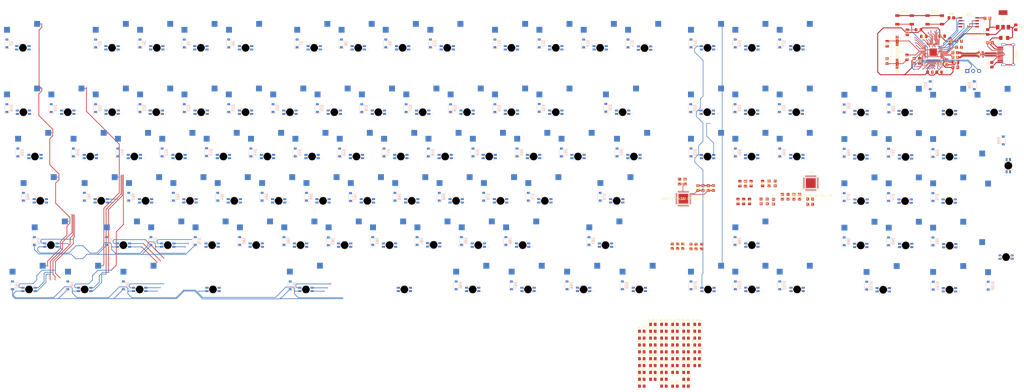
<source format=kicad_pcb>
(kicad_pcb (version 20221018) (generator pcbnew)
  (layers (0 "F.Cu" signal) (31 "B.Cu" signal) (34 "B.Paste" user) (35 "F.Paste" user) (36 "B.SilkS" user "B.Silkscreen") (37 "F.SilkS" user "F.Silkscreen") (38 "B.Mask" user) (39 "F.Mask" user) (44 "Edge.Cuts" user))
  (net 0 "")
  (net 1 "+3.3V")
  (net 2 "GND")
  (net 3 "RESET")
  (net 4 "+1V1")
  (net 5 "XIN")
  (net 6 "Net-(C10-Pad2)")
  (net 7 "+5V")
  (net 8 "SDB")
  (net 9 "DP")
  (net 10 "DN")
  (net 11 "VCC")
  (net 12 "ROW0")
  (net 13 "Net-(D2-A)")
  (net 14 "Net-(D3-A)")
  (net 15 "Net-(D4-A)")
  (net 16 "Net-(D5-A)")
  (net 17 "Net-(D6-A)")
  (net 18 "Net-(D7-A)")
  (net 19 "Net-(D8-A)")
  (net 20 "Net-(D9-A)")
  (net 21 "Net-(D10-A)")
  (net 22 "Net-(D11-A)")
  (net 23 "Net-(D12-A)")
  (net 24 "Net-(D13-A)")
  (net 25 "Net-(D14-A)")
  (net 26 "Net-(D15-A)")
  (net 27 "Net-(D16-A)")
  (net 28 "Net-(D17-A)")
  (net 29 "ROW1")
  (net 30 "Net-(D18-A)")
  (net 31 "Net-(D19-A)")
  (net 32 "Net-(D20-A)")
  (net 33 "Net-(D21-A)")
  (net 34 "Net-(D22-A)")
  (net 35 "Net-(D23-A)")
  (net 36 "Net-(D24-A)")
  (net 37 "Net-(D25-A)")
  (net 38 "Net-(D26-A)")
  (net 39 "Net-(D27-A)")
  (net 40 "Net-(D28-A)")
  (net 41 "Net-(D29-A)")
  (net 42 "Net-(D30-A)")
  (net 43 "Net-(D31-A)")
  (net 44 "Net-(D32-A)")
  (net 45 "Net-(D33-A)")
  (net 46 "Net-(D34-A)")
  (net 47 "Net-(D35-A)")
  (net 48 "Net-(D36-A)")
  (net 49 "Net-(D37-A)")
  (net 50 "Net-(D38-A)")
  (net 51 "ROW2")
  (net 52 "Net-(D39-A)")
  (net 53 "Net-(D40-A)")
  (net 54 "Net-(D41-A)")
  (net 55 "Net-(D42-A)")
  (net 56 "Net-(D43-A)")
  (net 57 "Net-(D44-A)")
  (net 58 "Net-(D45-A)")
  (net 59 "Net-(D46-A)")
  (net 60 "Net-(D47-A)")
  (net 61 "Net-(D48-A)")
  (net 62 "Net-(D49-A)")
  (net 63 "Net-(D50-A)")
  (net 64 "Net-(D51-A)")
  (net 65 "Net-(D52-A)")
  (net 66 "Net-(D53-A)")
  (net 67 "Net-(D54-A)")
  (net 68 "Net-(D55-A)")
  (net 69 "Net-(D56-A)")
  (net 70 "Net-(D57-A)")
  (net 71 "Net-(D58-A)")
  (net 72 "Net-(D59-A)")
  (net 73 "ROW3")
  (net 74 "Net-(D60-A)")
  (net 75 "Net-(D61-A)")
  (net 76 "Net-(D62-A)")
  (net 77 "Net-(D63-A)")
  (net 78 "Net-(D64-A)")
  (net 79 "Net-(D65-A)")
  (net 80 "Net-(D66-A)")
  (net 81 "Net-(D67-A)")
  (net 82 "Net-(D68-A)")
  (net 83 "Net-(D69-A)")
  (net 84 "Net-(D70-A)")
  (net 85 "Net-(D71-A)")
  (net 86 "Net-(D72-A)")
  (net 87 "Net-(D73-A)")
  (net 88 "Net-(D74-A)")
  (net 89 "Net-(D75-A)")
  (net 90 "ROW4")
  (net 91 "Net-(D76-A)")
  (net 92 "Net-(D77-A)")
  (net 93 "Net-(D78-A)")
  (net 94 "Net-(D79-A)")
  (net 95 "Net-(D80-A)")
  (net 96 "Net-(D81-A)")
  (net 97 "Net-(D82-A)")
  (net 98 "Net-(D83-A)")
  (net 99 "Net-(D84-A)")
  (net 100 "Net-(D85-A)")
  (net 101 "Net-(D86-A)")
  (net 102 "Net-(D87-A)")
  (net 103 "Net-(D88-A)")
  (net 104 "Net-(D89-A)")
  (net 105 "Net-(D90-A)")
  (net 106 "Net-(D91-A)")
  (net 107 "ROW5")
  (net 108 "Net-(D92-A)")
  (net 109 "Net-(D93-A)")
  (net 110 "Net-(D94-A)")
  (net 111 "Net-(D95-A)")
  (net 112 "Net-(D96-A)")
  (net 113 "Net-(D97-A)")
  (net 114 "Net-(D98-A)")
  (net 115 "Net-(D99-A)")
  (net 116 "Net-(D100-A)")
  (net 117 "Net-(D101-A)")
  (net 118 "Net-(D102-A)")
  (net 119 "Net-(D103-A)")
  (net 120 "Net-(D104-A)")
  (net 121 "Net-(D105-A)")
  (net 122 "SWCLK")
  (net 123 "SW1")
  (net 124 "SW7")
  (net 125 "SW2")
  (net 126 "SW8")
  (net 127 "SW3")
  (net 128 "SW9")
  (net 129 "SW4")
  (net 130 "SW10")
  (net 131 "SW5")
  (net 132 "SW11")
  (net 133 "SW6")
  (net 134 "SW12")
  (net 135 "XOUT")
  (net 136 "INTB")
  (net 137 "SDA")
  (net 138 "SCL")
  (net 139 "Net-(R8-Pad1)")
  (net 140 "QSPI_SS")
  (net 141 "Net-(U2-ISET)")
  (net 142 "Net-(U4-ISET)")
  (net 143 "Net-(USB1-CC2)")
  (net 144 "USB_D-")
  (net 145 "USB_D+")
  (net 146 "CS3")
  (net 147 "CS6")
  (net 148 "CS9")
  (net 149 "CS12")
  (net 150 "CS15")
  (net 151 "CS18")
  (net 152 "CS21")
  (net 153 "CS24")
  (net 154 "CS27")
  (net 155 "CS30")
  (net 156 "CS33")
  (net 157 "CS36")
  (net 158 "CS39")
  (net 159 "CS42")
  (net 160 "CS45")
  (net 161 "CS48")
  (net 162 "CS51")
  (net 163 "CS54")
  (net 164 "CS57")
  (net 165 "CS60")
  (net 166 "CS1")
  (net 167 "CS4")
  (net 168 "CS7")
  (net 169 "CS10")
  (net 170 "CS13")
  (net 171 "CS16")
  (net 172 "CS19")
  (net 173 "CS22")
  (net 174 "CS25")
  (net 175 "CS28")
  (net 176 "CS31")
  (net 177 "CS34")
  (net 178 "CS37")
  (net 179 "CS40")
  (net 180 "CS43")
  (net 181 "CS46")
  (net 182 "CS49")
  (net 183 "CS52")
  (net 184 "CS55")
  (net 185 "CS58")
  (net 186 "CS2")
  (net 187 "CS5")
  (net 188 "CS8")
  (net 189 "CS11")
  (net 190 "CS14")
  (net 191 "CS17")
  (net 192 "CS20")
  (net 193 "CS23")
  (net 194 "CS26")
  (net 195 "CS29")
  (net 196 "CS32")
  (net 197 "CS35")
  (net 198 "CS38")
  (net 199 "CS41")
  (net 200 "CS44")
  (net 201 "CS47")
  (net 202 "CS50")
  (net 203 "CS53")
  (net 204 "CS56")
  (net 205 "CS59")
  (net 206 "COL0")
  (net 207 "COL2")
  (net 208 "COL3")
  (net 209 "COL4")
  (net 210 "COL5")
  (net 211 "COL6")
  (net 212 "COL7")
  (net 213 "COL8")
  (net 214 "COL9")
  (net 215 "COL10")
  (net 216 "COL11")
  (net 217 "COL12")
  (net 218 "COL13")
  (net 219 "COL14")
  (net 220 "COL15")
  (net 221 "COL16")
  (net 222 "COL1")
  (net 223 "COL17")
  (net 224 "COL18")
  (net 225 "COL19")
  (net 226 "SWD")
  (net 227 "QSPI_SD3")
  (net 228 "QSPI_SCLK")
  (net 229 "QSPI_SD0")
  (net 230 "QSPI_SD2")
  (net 231 "QSPI_SD1")
  (net 234 "Net-(USB1-CC1)")
  (net 237 "Net-(LED1-G)")
  (net 238 "Net-(LED1-R)")
  (net 239 "Net-(LED1-B)")
  (net 240 "Net-(LED12-G)")
  (net 241 "Net-(LED12-R)")
  (net 242 "Net-(LED12-B)")
  (net 243 "Net-(LED13-G)")
  (net 244 "Net-(LED13-R)")
  (net 245 "Net-(LED13-B)")
  (net 246 "Net-(LED14-G)")
  (net 247 "Net-(LED14-R)")
  (net 248 "Net-(LED14-B)")
  (net 249 "Net-(LED15-G)")
  (net 250 "Net-(LED15-R)")
  (net 251 "Net-(LED15-B)")
  (net 252 "Net-(LED16-G)")
  (net 253 "Net-(LED16-R)")
  (net 254 "Net-(LED16-B)")
  (net 255 "Net-(LED17-G)")
  (net 256 "Net-(LED17-R)")
  (net 257 "Net-(LED17-B)")
  (net 258 "Net-(LED18-G)")
  (net 259 "Net-(LED18-R)")
  (net 260 "Net-(LED18-B)")
  (net 261 "Net-(LED19-G)")
  (net 262 "Net-(LED19-R)")
  (net 263 "Net-(LED19-B)")
  (net 264 "Net-(LED11-G)")
  (net 265 "Net-(LED11-R)")
  (net 266 "Net-(LED11-B)")
  (net 267 "Net-(LED56-G)")
  (net 268 "Net-(LED56-R)")
  (net 269 "Net-(LED56-B)")
  (net 270 "Net-(LED107-G)")
  (net 271 "Net-(LED107-R)")
  (net 272 "Net-(LED107-B)")
  (net 273 "Net-(LED59-G)")
  (net 274 "Net-(LED59-R)")
  (net 275 "Net-(LED59-B)")
  (net 276 "Net-(LED100-B)")
  (net 277 "Net-(LED101-G)")
  (net 278 "Net-(LED101-R)")
  (net 279 "Net-(LED101-B)")
  (net 280 "Net-(LED102-G)")
  (net 281 "Net-(LED102-R)")
  (net 282 "Net-(LED102-B)")
  (net 283 "Net-(LED103-G)")
  (net 284 "Net-(LED103-R)")
  (net 285 "Net-(LED103-B)")
  (net 286 "Net-(LED104-G)")
  (net 287 "Net-(LED104-R)")
  (net 288 "Net-(LED104-B)")
  (net 289 "Net-(LED105-G)")
  (net 290 "Net-(LED105-R)")
  (net 291 "Net-(LED105-B)")
  (net 292 "Net-(LED106-G)")
  (net 293 "Net-(LED106-R)")
  (net 294 "Net-(LED106-B)")
  (footprint "MX_Only:MXOnly-2.25U-Hotswap" (layer "F.Cu") (at 338.1375 164.30625)
    (fp_text reference "SW73")
    (fp_text value "ENTER")
  )
  (footprint "Resistor_SMD:R_0805_2012Metric_Pad1.20x1.40mm_HandSolder" (layer "F.Cu") (at 358.334 246.144)
    (fp_text reference "R_G11")
    (fp_text value "20")
  )
  (footprint "MX_Only:MXOnly-1U-Hotswap" (layer "F.Cu") (at 292.89375 126.20625)
    (fp_text reference "SW30")
    (fp_text value "-")
  )
  (footprint "Resistor_SMD:R_0805_2012Metric_Pad1.20x1.40mm_HandSolder" (layer "F.Cu") (at 499.1336 110.9345 -90)
    (fp_text reference "R15")
    (fp_text value "5.1k")
  )
  (footprint "MX_Only:MXOnly-1U-Hotswap" (layer "F.Cu") (at 183.35625 183.35625)
    (fp_text reference "SW81")
    (fp_text value "V")
  )
  (footprint "Resistor_SMD:R_0805_2012Metric_Pad1.20x1.40mm_HandSolder" (layer "F.Cu") (at 372.11 189.103 -90)
    (fp_text reference "R_G1")
    (fp_text value "20")
  )
  (footprint "MX_Only:MXOnly-1.25U-Hotswap" (layer "F.Cu") (at 323.85 202.40625)
    (fp_text reference "SW99")
    (fp_text value "MENU")
  )
  (footprint "MX_Only:MXOnly-1U-Hotswap" (layer "F.Cu") (at 207.9625 98.425)
    (fp_text reference "SW8")
    (fp_text value "F5")
  )
  (footprint "MX_Only:MXOnly-1U-Hotswap" (layer "F.Cu") (at 150.01875 145.25625)
    (fp_text reference "SW43")
    (fp_text value "E")
  )
  (footprint "Capacitor_SMD:C_0805_2012Metric_Pad1.18x1.45mm_HandSolder" (layer "F.Cu") (at 454.1756 109.3595 -90)
    (fp_text reference "C10")
    (fp_text value "27p")
  )
  (footprint "Capacitor_SMD:C_0805_2012Metric_Pad1.18x1.45mm_HandSolder" (layer "F.Cu") (at 411.607 167.64 -90)
    (fp_text reference "C17")
    (fp_text value "0.1u")
  )
  (footprint "Resistor_SMD:R_0805_2012Metric_Pad1.20x1.40mm_HandSolder" (layer "F.Cu") (at 367.834 246.144)
    (fp_text reference "R_R12")
    (fp_text value "51")
  )
  (footprint "Resistor_SMD:R_0805_2012Metric_Pad1.20x1.40mm_HandSolder" (layer "F.Cu") (at 367.834 234.344)
    (fp_text reference "R_R8")
    (fp_text value "51")
  )
  (footprint "Capacitor_SMD:C_0805_2012Metric_Pad1.18x1.45mm_HandSolder" (layer "F.Cu") (at 414.147 167.6615 -90)
    (fp_text reference "C19")
    (fp_text value "0.1u")
  )
  (footprint "MX_Only:MXOnly-1U-Hotswap" (layer "F.Cu") (at 230.98125 164.30625)
    (fp_text reference "SW68")
    (fp_text value "J")
  )
  (footprint "MX_Only:MXOnly-1U-Hotswap" (layer "F.Cu") (at 178.59375 126.20625)
    (fp_text reference "SW24")
    (fp_text value "5")
  )
  (footprint "Fuse:Fuse_1206_3216Metric_Pad1.42x1.75mm_HandSolder" (layer "F.Cu") (at 504.4676 99.3775)
    (fp_text reference "F1")
    (fp_text value "500m")
  )
  (footprint "MX_Only:MXOnly-1U-Hotswap" (layer "F.Cu") (at 83.34375 126.20625)
    (fp_text reference "SW19")
    (fp_text value "TILDE")
  )
  (footprint "Capacitor_SMD:C_0805_2012Metric_Pad1.18x1.45mm_HandSolder" (layer "F.Cu") (at 477.7976 98.6155)
    (fp_text reference "C1")
    (fp_text value "100n")
  )
  (footprint "Capacitor_SMD:C_0805_2012Metric_Pad1.18x1.45mm_HandSolder" (layer "F.Cu") (at 485.0366 103.4415)
    (fp_text reference "C12")
    (fp_text value "100n")
  )
  (footprint "Resistor_SMD:R_0805_2012Metric_Pad1.20x1.40mm_HandSolder" (layer "F.Cu") (at 390.938151 162.026402 -90)
    (fp_text reference "R6")
    (fp_text value "10k")
  )
  (footprint "MX_Only:MXOnly-1U-Hotswap" (layer "F.Cu") (at 442.9125 126.33425)
    (fp_text reference "SW36")
    (fp_text value "NUM_LK")
  )
  (footprint "MX_Only:MXOnly-1U-Hotswap" (layer "F.Cu") (at 140.49375 126.20625)
    (fp_text reference "SW22")
    (fp_text value "3")
  )
  (footprint "MX_Only:MXOnly-1U-Hotswap" (layer "F.Cu") (at 311.94375 126.20625)
    (fp_text reference "SW31")
    (fp_text value "=")
  )
  (footprint "MX_Only:MXOnly-1U-Hotswap" (layer "F.Cu") (at 377.03125 202.40625)
    (fp_text reference "SW101")
    (fp_text value "L_ARROW")
  )
  (footprint "Capacitor_SMD:C_0805_2012Metric_Pad1.18x1.45mm_HandSolder" (layer "F.Cu") (at 403.479 161.9465 90)
    (fp_text reference "C29")
    (fp_text value "0.1u")
  )
  (footprint "Resistor_SMD:R_0805_2012Metric_Pad1.20x1.40mm_HandSolder" (layer "F.Cu") (at 402.717 169.656 -90)
    (fp_text reference "R10")
    (fp_text value "100k")
  )
  (footprint "Resistor_SMD:R_0805_2012Metric_Pad1.20x1.40mm_HandSolder" (layer "F.Cu") (at 367.834 249.094)
    (fp_text reference "R_R13")
    (fp_text value "51")
  )
  (footprint "Resistor_SMD:R_0805_2012Metric_Pad1.20x1.40mm_HandSolder" (layer "F.Cu") (at 364.236 188.96 -90)
    (fp_text reference "R_R2")
    (fp_text value "51")
  )
  (footprint "Capacitor_SMD:C_0805_2012Metric_Pad1.18x1.45mm_HandSolder" (layer "F.Cu") (at 421.1359 168.659 180)
    (fp_text reference "C23")
    (fp_text value "0.1u")
  )
  (footprint "Capacitor_SMD:C_0805_2012Metric_Pad1.18x1.45mm_HandSolder" (layer "F.Cu") (at 421.1359 170.945 180)
    (fp_text reference "C21")
    (fp_text value "1u")
  )
  (footprint "Resistor_SMD:R_0805_2012Metric_Pad1.20x1.40mm_HandSolder" (layer "F.Cu") (at 363.084 222.544)
    (fp_text reference "R_G13")
    (fp_text value "20")
  )
  (footprint "Resistor_SMD:R_0805_2012Metric_Pad1.20x1.40mm_HandSolder" (layer "F.Cu") (at 498.3716 101.4095)
    (fp_text reference "R14")
    (fp_text value "5.1k")
  )
  (footprint "Resistor_SMD:R_0805_2012Metric_Pad1.20x1.40mm_HandSolder" (layer "F.Cu") (at 367.834 222.544)
    (fp_text reference "R_R4")
    (fp_text value "51")
  )
  (footprint "Resistor_SMD:R_0805_2012Metric_Pad1.20x1.40mm_HandSolder" (layer "F.Cu") (at 467.6376 95.8215)
    (fp_text reference "R1")
    (fp_text value "10k")
  )
  (footprint "Resistor_SMD:R_0805_2012Metric_Pad1.20x1.40mm_HandSolder" (layer "F.Cu") (at 363.084 249.094)
    (fp_text reference "R_R3")
    (fp_text value "51")
  )
  (footprint "MX_Only:MXOnly-1U-Hotswap" (layer "F.Cu") (at 126.20625 183.35625)
    (fp_text reference "SW78")
    (fp_text value "Z")
  )
  (footprint "MX_Only:MXOnly-1U-Hotswap" (layer "F.Cu") (at 302.41875 145.25625)
    (fp_text reference "SW51")
    (fp_text value "[")
  )
  (footprint "Resistor_SMD:R_0805_2012Metric_Pad1.20x1.40mm_HandSolder" (layer "F.Cu") (at 372.584 225.494)
    (fp_text reference "R_R15")
    (fp_text value "51")
  )
  (footprint "MX_Only:MXOnly-1.75U-Hotswap" (layer "F.Cu") (at 90.4875 164.30625)
    (fp_text reference "SW61")
    (fp_text value "CAPS")
  )
  (footprint "MX_Only:MXOnly-6.25U-Hotswap" (layer "F.Cu") (at 204.79385 202.3745)
    (fp_text reference "SW96")
    (fp_text value "SPACE")
  )
  (footprint "Button_Switch_SMD:SW_SPST_SKQG_WithStem" (layer "F.Cu") (at 461.6686 91.6305 180)
    (fp_text reference "SW1")
    (fp_text value "Reset")
  )
  (footprint "Resistor_SMD:R_0805_2012Metric_Pad1.20x1.40mm_HandSolder" (layer "F.Cu") (at 348.834 225.494)
    (fp_text reference "R_B3")
    (fp_text value "20")
  )
  (footprint "MX_Only:MXOnly-1U-Hotswap" (layer "F.Cu") (at 159.54375 98.425)
    (fp_text reference "SW6")
    (fp_text value "F3")
  )
  (footprint "MX_Only:MXOnly-1U-Hotswap" (layer "F.Cu") (at 178.66625 98.425)
    (fp_text reference "SW7")
    (fp_text value "F4")
  )
  (footprint "Resistor_SMD:R_0805_2012Metric_Pad1.20x1.40mm_HandSolder" (layer "F.Cu") (at 481.7346 90.7415)
    (fp_text reference "R8")
    (fp_text value "1k")
  )
  (footprint "MX_Only:MXOnly-1U-Hotswap" (layer "F.Cu") (at 311.94375 98.425)
    (fp_text reference "SW13")
    (fp_text value "F10")
  )
  (footprint "MX_Only:MXOnly-1U-Hotswap" (layer "F.Cu") (at 188.11875 145.25625)
    (fp_text reference "SW45")
    (fp_text value "T")
  )
  (footprint "Resistor_SMD:R_0805_2012Metric_Pad1.20x1.40mm_HandSolder" (layer "F.Cu") (at 348.834 243.194)
    (fp_text reference "R_B9")
    (fp_text value "20")
  )
  (footprint "Resistor_SMD:R_0805_2012Metric_Pad1.20x1.40mm_HandSolder" (layer "F.Cu") (at 462.6846 107.7085 90)
    (fp_text reference "R2")
    (fp_text value "1k")
  )
  (footprint "MX_Only:MXOnly-1U-Hotswap" (layer "F.Cu") (at 297.65625 183.35625)
    (fp_text reference "SW87")
    (fp_text value "/")
  )
  (footprint "MX_Only:MXOnly-1U-Hotswap" (layer "F.Cu") (at 121.44375 126.20625)
    (fp_text reference "SW21")
    (fp_text value "2")
  )
  (footprint "MX_Only:MXOnly-1U-Hotswap" (layer "F.Cu") (at 245.26875 145.25625)
    (fp_text reference "SW48")
    (fp_text value "I")
  )
  (footprint "MX_Only:MXOnly-1U-Hotswap" (layer "F.Cu") (at 377.03125 145.25625)
    (fp_text reference "SW54")
    (fp_text value "DEL")
  )
  (footprint "Capacitor_SMD:C_0805_2012Metric_Pad1.18x1.45mm_HandSolder" (layer "F.Cu") (at 485.0791 100.7745)
    (fp_text reference "C13")
    (fp_text value "100n")
  )
  (footprint "MX_Only:MXOnly-2U-Hotswap" (layer "F.Cu") (at 500.0625 154.90925 90)
    (fp_text reference "SW60")
    (fp_text value "+")
  )
  (footprint "MX_Only:MXOnly-1U-Hotswap" (layer "F.Cu") (at 461.9625 183.48425)
    (fp_text reference "SW91")
    (fp_text value "PAD_2")
  )
  (footprint "MX_Only:MXOnly-1U-Hotswap" (layer "F.Cu") (at 321.46875 145.25625)
    (fp_text reference "SW52")
    (fp_text value "]")
  )
  (footprint "MX_Only:MXOnly-1U-Hotswap" (layer "F.Cu") (at 481.0125 145.38425)
    (fp_text reference "SW59")
    (fp_text value "PAD_9")
  )
  (footprint "ul_IS31FL3742A-QFLS4-TR:IS31FL3742A-QFLS4-TR" (layer "F.Cu") (at 421.4114 161.801)
    (fp_text reference "U4")
    (fp_text value "IS31FL3742A-QFLS4-TR")
  )
  (footprint "Resistor_SMD:R_0805_2012Metric_Pad1.20x1.40mm_HandSolder" (layer "F.Cu") (at 367.834 237.294)
    (fp_text reference "R_R9")
    (fp_text value "51")
  )
  (footprint "MX_Only:MXOnly-1U-Hotswap" (layer "F.Cu") (at 154.78125 164.30625)
    (fp_text reference "SW64")
    (fp_text value "D")
  )
  (footprint "MX_Only:MXOnly-2.25U-Hotswap" (layer "F.Cu") (at 95.25 183.35625)
    (fp_text reference "SW77")
    (fp_text value "L_SHIFT")
  )
  (footprint "Resistor_SMD:R_0805_2012Metric_Pad1.20x1.40mm_HandSolder" (layer "F.Cu") (at 353.584 228.444)
    (fp_text reference "R_B14")
    (fp_text value "20")
  )
  (footprint "MX_Only:MXOnly-2U-Hotswap" (layer "F.Cu") (at 340.51875 126.20625)
    (fp_text reference "SW32")
    (fp_text value "BACKSPACE")
  )
  (footprint "Resistor_SMD:R_0805_2012Metric_Pad1.20x1.40mm_HandSolder" (layer "F.Cu") (at 348.834 240.244)
    (fp_text reference "R_B8")
    (fp_text value "20")
  )
  (footprint "Resistor_SMD:R_0805_2012Metric_Pad1.20x1.40mm_HandSolder" (layer "F.Cu") (at 353.584 246.144)
    (fp_text reference "R_B20")
    (fp_text value "20")
  )
  (footprint "Package_DFN_QFN:QFN-56-1EP_7x7mm_P0.4mm_EP3.2x3.2mm" (layer "F.Cu") (at 473.9496 105.5115 -90)
    (fp_text reference "U1")
    (fp_text value "RP2040")
  )
  (footprint "MX_Only:MXOnly-1U-Hotswap" (layer "F.Cu") (at 265.1125 98.425)
    (fp_text reference "SW11")
    (fp_text value "F8")
  )
  (footprint "Package_SO:SOIC-8_5.23x5.23mm_P1.27mm" (layer "F.Cu") (at 489.2276 92.6465)
    (fp_text reference "U3")
    (fp_text value "W25Q128JVS")
  )
  (footprint "MX_Only:MXOnly-1U-Hotswap" (layer "F.Cu") (at 259.55625 183.35625)
    (fp_text reference "SW85")
    (fp_text value ",")
  )
  (footprint "MX_Only:MXOnly-1U-Hotswap" (layer "F.Cu") (at 130.96875 145.25625)
    (fp_text reference "SW42")
    (fp_text value "W")
  )
  (footprint "Capacitor_SMD:C_0805_2012Metric_Pad1.18x1.45mm_HandSolder" (layer "F.Cu") (at 462.8116 96.9645 -90)
    (fp_text reference "C2")
    (fp_text value "100nF")
  )
  (footprint "MX_Only:MXOnly-1U-Hotswap" (layer "F.Cu") (at 116.68125 164.30625)
    (fp_text reference "SW62")
    (fp_text value "A")
  )
  (footprint "MX_Only:MXOnly-1U-Hotswap" (layer "F.Cu") (at 396.08125 126.20625)
    (fp_text reference "SW34")
    (fp_text value "HOME")
  )
  (footprint "Capacitor_SMD:C_0805_2012Metric_Pad1.18x1.45mm_HandSolder" (layer "F.Cu") (at 375.066001 163.9101 90)
    (fp_text reference "C22")
    (fp_text value "0.1u")
  )
  (footprint "Resistor_SMD:R_0805_2012Metric_Pad1.20x1.40mm_HandSolder" (layer "F.Cu") (at 372.584 231.394)
    (fp_text reference "R_R17")
    (fp_text value "51")
  )
  (footprint "MX_Only:MXOnly-1.25U-Hotswap" (layer "F.Cu") (at 300.0375 202.40625)
    (fp_text reference "SW98")
    (fp_text value "FN")
  )
  (footprint "Resistor_SMD:R_0805_2012Metric_Pad1.20x1.40mm_HandSolder" (layer "F.Cu") (at 395.097 169.672 -90)
    (fp_text reference "R4")
    (fp_text value "100k")
  )
  (footprint "Resistor_SMD:R_0805_2012Metric_Pad1.20x1.40mm_HandSolder" (layer "F.Cu") (at 367.834 225.494)
    (fp_text reference "R_R5")
    (fp_text value "51")
  )
  (footprint "MX_Only:MXOnly-1U-Hotswap" (layer "F.Cu") (at 140.49375 98.425)
    (fp_text reference "SW5")
    (fp_text value "F2")
  )
  (footprint "MX_Only:MXOnly-1U-Hotswap" (layer "F.Cu") (at 273.84375 126.20625)
    (fp_text reference "SW29")
    (fp_text value "0")
  )
  (footprint "Type-C:HRO-TYPE-C-31-M-12-HandSoldering" (layer "F.Cu") (at 510.9576 106.6165 90)
    (fp_text reference "USB1")
    (fp_text value "HRO-TYPE-C-31-M-12")
  )
  (footprint "Resistor_SMD:R_0805_2012Metric_Pad1.20x1.40mm_HandSolder" (layer "F.Cu") (at 405.384 169.783 -90)
    (fp_text reference "R13")
    (fp_text value "1k")
  )
  (footprint "MX_Only:MXOnly-1.25U-Hotswap" (layer "F.Cu") (at 276.225 202.40625)
    (fp_text reference "SW97")
    (fp_text value "R_ALT")
  )
  (footprint "MX_Only:MXOnly-1U-Hotswap" (layer "F.Cu") (at 481.0125 202.53425)
    (fp_text reference "SW105")
    (fp_text value "PAD_.")
  )
  (footprint "Resistor_SMD:R_0805_2012Metric_Pad1.20x1.40mm_HandSolder" (layer "F.Cu") (at 348.834 231.394)
    (fp_text reference "R_B5")
    (fp_text value "20")
  )
  (footprint "MX_Only:MXOnly-2.75U-Hotswap" (layer "F.Cu") (at 333.375 183.35625)
    (fp_text reference "SW88")
    (fp_text value "R_SHIFT")
  )
  (footprint "Resistor_SMD:R_0805_2012Metric_Pad1.20x1.40mm_HandSolder" (layer "F.Cu") (at 348.834 249.094)
    (fp_text reference "R_B11")
    (fp_text value "20")
  )
  (footprint "Capacitor_SMD:C_0805_2012Metric_Pad1.18x1.45mm_HandSolder" (layer "F.Cu") (at 483.4911 112.0775)
    (fp_text reference "C14")
    (fp_text value "1u")
  )
  (footprint "Resistor_SMD:R_0805_2012Metric_Pad1.20x1.40mm_HandSolder" (layer "F.Cu") (at 400.685 161.9465 90)
    (fp_text reference "R9")
    (fp_text value "100k")
  )
  (footprint "Capacitor_SMD:C_0805_2012Metric_Pad1.18x1.45mm_HandSolder" (layer "F.Cu") (at 393.35075 162.061601 90)
    (fp_text reference "C18")
    (fp_text value "0.1u")
  )
  (footprint "MX_Only:MXOnly-1U-Hotswap" (layer "F.Cu") (at 216.69375 126.20625)
    (fp_text reference "SW26")
    (fp_text value "7")
  )
  (footprint "MX_Only:MXOnly-1U-Hotswap" (layer "F.Cu") (at 442.9125 164.43425)
    (fp_text reference "SW74")
    (fp_text value "PAD_4")
  )
  (footprint "MX_Only:MXOnly-1U-Hotswap" (layer "F.Cu") (at 159.54375 126.20625)
    (fp_text reference "SW23")
    (fp_text value "4")
  )
  (footprint "MX_Only:MXOnly-1U-Hotswap" (layer "F.Cu") (at 197.64375 126.20625)
    (fp_text reference "SW25")
    (fp_text value "6")
  )
  (footprint "Resistor_SMD:R_0805_2012Metric_Pad1.20x1.40mm_HandSolder" (layer "F.Cu") (at 358.334 234.344)
    (fp_text reference "R_G7")
    (fp_text value "20")
  )
  (footprint "Resistor_SMD:R_0805_2012Metric_Pad1.20x1.40mm_HandSolder" (layer "F.Cu") (at 348.834 237.294)
    (fp_text reference "R_B7")
    (fp_text value "20")
  )
  (footprint "Resistor_SMD:R_0805_2012Metric_Pad1.20x1.40mm_HandSolder" (layer "F.Cu") (at 353.584 222.544)
    (fp_text reference "R_B12")
    (fp_text value "20")
  )
  (footprint "MX_Only:MXOnly-1U-Hotswap" (layer "F.Cu") (at 396.08125 98.425)
    (fp_text reference "SW17")
    (fp_text value "SCR_LK")
  )
  (footprint "Resistor_SMD:R_0805_2012Metric_Pad1.20x1.40mm_HandSolder" (layer "F.Cu") (at 348.834 246.144)
    (fp_text reference "R_B10")
    (fp_text value "20")
  )
  (footprint "Resistor_SMD:R_0805_2012Metric_Pad1.20x1.40mm_HandSolder" (layer "F.Cu") (at 367.834 228.444)
    (fp_text reference "R_R6")
    (fp_text value "51")
  )
  (footprint "Capacitor_SMD:C_0805_2012Metric_Pad1.18x1.45mm_HandSolder" (layer "F.Cu") (at 472.5906 114.1095)
    (fp_text reference "C6")
    (fp_text value "100n")
  )
  (footprint "MX_Only:MXOnly-1U-Hotswap" (layer "F.Cu") (at 481.0125 183.48425)
    (fp_text reference "SW92")
    (fp_text value "PAD_3")
  )
  (footprint "MX_Only:MXOnly-1U-Hotswap" (layer "F.Cu") (at 135.73125 164.30625)
    (fp_text reference "SW63")
    (fp_text value "S")
  )
  (footprint "MX_Only:MXOnly-1.25U-Hotswap" (layer "F.Cu") (at 109.5375 202.40625)
    (fp_text reference "SW94")
    (fp_text value "OS")
  )
  (footprint "MX_Only:MXOnly-1U-Hotswap" (layer "F.Cu") (at 442.9125 145.38425)
    (fp_text reference "SW57")
    (fp_text value "PAD_7")
  )
  (footprint "MX_Only:MXOnly-1.5U-Hotswap" (layer "F.Cu") (at 88.10625 145.25625)
    (fp_text reference "SW40")
    (fp_text value "TAB")
  )
  (footprint "MX_Only:MXOnly-1U-Hotswap" (layer "F.Cu") (at 415.13125 98.425)
    (fp_text reference "SW18")
    (fp_text value "PAUSE")
  )
  (footprint "Resistor_SMD:R_0805_2012Metric_Pad1.20x1.40mm_HandSolder" (layer "F.Cu") (at 348.834 228.444)
    (fp_text reference "R_B4")
    (fp_text value "20")
  )
  (footprint "MX_Only:MXOnly-1U-Hotswap" (layer "F.Cu") (at 227.0125 98.425)
    (fp_text reference "SW9")
    (fp_text value "F6")
  )
  (footprint "MX_Only:MXOnly-1U-Hotswap" (layer "F.Cu") (at 173.83125 164.30625)
    (fp_text reference "SW65")
    (fp_text value "F")
  )
  (footprint "Resistor_SMD:R_0805_2012Metric_Pad1.20x1.40mm_HandSolder" (layer "F.Cu") (at 353.584 237.294)
    (fp_text reference "R_B17")
    (fp_text value "20")
  )
  (footprint "Resistor_SMD:R_0805_2012Metric_Pad1.20x1.40mm_HandSolder" (layer "F.Cu") (at 353.584 225.494)
    (fp_text reference "R_B13")
    (fp_text value "20")
  )
  (footprint "Package_TO_SOT_SMD:SOT-223-3_TabPin2" (layer "F.Cu") (at 503.9596 91.6305 90)
    (fp_text reference "U5")
    (fp_text value "NCP1117-3.3_SOT223")
  )
  (footprint "MX_Only:MXOnly-1U-Hotswap" (layer "F.Cu") (at 461.9625 164.43425)
    (fp_text reference "SW75")
    (fp_text value "PAD_5")
  )
  (footprint "Resistor_SMD:R_0805_2012Metric_Pad1.20x1.40mm_HandSolder" (layer "F.Cu") (at 363.084 234.344)
    (fp_text reference "R_G17")
    (fp_text value "20")
  )
  (footprint "Button_Switch_SMD:SW_SPST_SKQG_WithStem" (layer "F.Cu") (at 474.6226 91.6305)
    (fp_text reference "SW2")
    (fp_text value "Boot")
  )
  (footprint "MX_Only:MXOnly-1U-Hotswap" (layer "F.Cu") (at 164.30625 183.35625)
    (fp_text reference "SW80")
    (fp_text value "C")
  )
  (footprint "Capacitor_SMD:C_0805_2012Metric_Pad1.18x1.45mm_HandSolder" (layer "F.Cu") (at 367.446001 161.1376 90)
    (fp_text reference "C26")
    (fp_text value "1u")
  )
  (footprint "Resistor_SMD:R_0805_2012Metric_Pad1.20x1.40mm_HandSolder" (layer "F.Cu") (at 483.4201 107.738 180)
    (fp_text reference "R16")
    (fp_text value "27")
  )
  (footprint "Capacitor_SMD:C_0805_2012Metric_Pad1.18x1.45mm_HandSolder" (layer "F.Cu") (at 479.732601 109.857501 -90)
    (fp_text reference "C11")
    (fp_text value "1u")
  )
  (footprint "Resistor_SMD:R_0805_2012Metric_Pad1.20x1.40mm_HandSolder" (layer "F.Cu") (at 358.334 231.394)
    (fp_text reference "R_G6")
    (fp_text value "20")
  )
  (footprint "MX_Only:MXOnly-1U-Hotswap" (layer "F.Cu") (at 350.04375 98.425)
    (fp_text reference "SW15")
    (fp_text value "F12")
  )
  (footprint "Resistor_SMD:R_0805_2012Metric_Pad1.20x1.40mm_HandSolder" (layer "F.Cu") (at 363.084 228.444)
    (fp_text reference "R_G15")
    (fp_text value "20")
  )
  (footprint "MX_Only:MXOnly-1.25U-Hotswap" (layer "F.Cu") (at 133.35 202.40625)
    (fp_text reference "SW95")
    (fp_text value "L_ALT")
  )
  (footprint "Capacitor_SMD:C_0805_2012Metric_Pad1.18x1.45mm_HandSolder" (layer "F.Cu") (at 416.56 167.6615 -90)
    (fp_text reference "C16")
    (fp_text value "1u")
  )
  (footprint "MX_Only:MXOnly-1U-Hotswap" (layer "F.Cu") (at 292.89375 98.425)
    (fp_text reference "SW12")
    (fp_text value "F9")
  )
  (footprint "Resistor_SMD:R_0805_2012Metric_Pad1.20x1.40mm_HandSolder" (layer "F.Cu") (at 390.144 169.672 -90)
    (fp_text reference "R5")
    (fp_text value "1k")
  )
  (footprint "Capacitor_SMD:C_0805_2012Metric_Pad1.18x1.45mm_HandSolder" (layer "F.Cu") (at 497.3556 96.8375 90)
    (fp_text reference "C31")
    (fp_text value "10u")
  )
  (footprint "Resistor_SMD:R_0805_2012Metric_Pad1.20x1.40mm_HandSolder" (layer "F.Cu") (at 406.146 161.9465 90)
    (fp_text reference "R12")
    (fp_text value "10k")
  )
  (footprint "Resistor_SMD:R_0805_2012Metric_Pad1.20x1.40mm_HandSolder" (layer "F.Cu") (at 348.834 234.344)
    (fp_text reference "R_B6")
    (fp_text value "20")
  )
  (footprint "Resistor_SMD:R_0805_2012Metric_Pad1.20x1.40mm_HandSolder" (layer "F.Cu") (at 367.834 240.244)
    (fp_text reference "R_R10")
    (fp_text value "51")
  )
  (footprint "Resistor_SMD:R_0805_2012Metric_Pad1.20x1.40mm_HandSolder" (layer "F.Cu") (at 358.334 240.244)
    (fp_text reference "R_G9")
    (fp_text value "20")
  )
  (footprint "Resistor_SMD:R_0805_2012Metric_Pad1.20x1.40mm_HandSolder" (layer "F.Cu") (at 392.557 169.672 -90)
    (fp_text reference "R7")
    (fp_text value "1k")
  )
  (footprint "MX_Only:MXOnly-1U-Hotswap" (layer "F.Cu") (at 481.0125 164.43425)
    (fp_text reference "SW76")
    (fp_text value "PAD_6")
  )
  (footprint "Resistor_SMD:R_0805_2012Metric_Pad1.20x1.40mm_HandSolder" (layer "F.Cu") (at 369.951 189.103 -90)
    (fp_text reference "R_B1")
    (fp_text value "20")
  )
  (footprint "Capacitor_SMD:C_0805_2012Metric_Pad1.18x1.45mm_HandSolder" (layer "F.Cu") (at 379.568151 163.9062 90)
    (fp_text reference "C25")
    (fp_text value "0.1u")
  )
  (footprint "MX_Only:MXOnly-1U-Hotswap" (layer "F.Cu") (at 307.18125 164.30625)
    (fp_text reference "SW72")
    (fp_text value "'")
  )
  (footprint "Resistor_SMD:R_0805_2012Metric_Pad1.20x1.40mm_HandSolder" (layer "F.Cu") (at 358.334 237.294)
    (fp_text reference "R_G8")
    (fp_text value "20")
  )
  (footprint "MX_Only:MXOnly-1U-Hotswap" (layer "F.Cu") (at 415.13125 145.25625)
    (fp_text reference "SW56")
    (fp_text value "PG_DN")
  )
  (footprint "Resistor_SMD:R_0805_2012Metric_Pad1.20x1.40mm_HandSolder" (layer "F.Cu") (at 358.334 228.444)
    (fp_text reference "R_G5")
    (fp_text value "20")
  )
  (footprint "Resistor_SMD:R_0805_2012Metric_Pad1.20x1.40mm_HandSolder" (layer "F.Cu") (at 367.834 231.394)
    (fp_text reference "R_R7")
    (fp_text value "51")
  )
  (footprint "MX_Only:MXOnly-1U-Hotswap" (layer "F.Cu") (at 396.08125 183.35625)
    (fp_text reference "SW89")
    (fp_text value "UP_ARROW")
  )
  (footprint "Capacitor_SMD:C_0805_2012Metric_Pad1.18x1.45mm_HandSolder" (layer "F.Cu") (at 476.5276 114.1095)
    (fp_text reference "C7")
    (fp_text value "100n")
  )
  (footprint "MX_Only:MXOnly-1.5U-Hotswap" (layer "F.Cu") (at 345.28125 145.25625)
    (fp_text reference "SW53")
    (fp_text value "\\")
  )
  (footprint "MX_Only:MXOnly-1U-Hotswap" (layer "F.Cu") (at 245.985 98.425)
    (fp_text reference "SW10")
    (fp_text value "F7")
  )
  (footprint "Resistor_SMD:R_0805_2012Metric_Pad1.20x1.40mm_HandSolder" (layer "F.Cu") (at 353.584 231.394)
    (fp_text reference "R_B15")
    (fp_text value "20")
  )
  (footprint "Resistor_SMD:R_0805_2012Metric_Pad1.20x1.40mm_HandSolder" (layer "F.Cu") (at 363.084 231.394)
    (fp_text reference "R_G16")
    (fp_text value "20")
  )
  (footprint "Resistor_SMD:R_0805_2012Metric_Pad1.20x1.40mm_HandSolder" (layer "F.Cu") (at 363.084 225.494)
    (fp_text reference "R_G14")
    (fp_text value "20")
  )
  (footprint "MX_Only:MXOnly-1U-Hotswap" (layer "F.Cu") (at 396.08125 202.40625)
    (fp_text reference "SW102")
    (fp_text value "DN_ARROW")
  )
  (footprint "Resistor_SMD:R_0805_2012Metric_Pad1.20x1.40mm_HandSolder" (layer "F.Cu") (at 374.523 189.087 -90)
    (fp_text reference "R_R1")
    (fp_text value "51")
  )
  (footprint "MX_Only:MXOnly-1U-Hotswap" (layer "F.Cu") (at 221.45625 183.35625)
    (fp_text reference "SW83")
    (fp_text value "N")
  )
  (footprint "Resistor_SMD:R_0805_2012Metric_Pad1.20x1.40mm_HandSolder" (layer "F.Cu") (at 367.834 243.194)
    (fp_text reference "R_R11")
    (fp_text value "51")
  )
  (footprint "Package_TO_SOT_SMD:SOT-143" (layer "F.Cu") (at 494.4346 106.4895 -90)
    (fp_text reference "D1")
    (fp_text value "PRTR5V0U2X")
  )
  (footprint "MX_Only:MXOnly-1U-Hotswap" (layer "F.Cu") (at 442.9125 183.48425)
    (fp_text reference "SW90")
    (fp_text value "PAD_1")
  )
  (footprint "Capacitor_SMD:C_0805_2012Metric_Pad1.18x1.45mm_HandSolder" (layer "F.Cu") (at 377.409151 163.9062 90)
    (fp_text reference "C24")
    (fp_text value "1u")
  )
  (footprint "Resistor_SMD:R_0805_2012Metric_Pad1.20x1.40mm_HandSolder" (layer "F.Cu") (at 372.584 237.294)
    (fp_text reference "R_R19")
    (fp_text value "51")
  )
  (footprint "MX_Only:MXOnly-1U-Hotswap" (layer "F.Cu") (at 264.31875 145.25625)
    (fp_text reference "SW49")
    (fp_text value "O")
  )
  (footprint "Capacitor_SMD:C_0805_2012Metric_Pad1.18x1.45mm_HandSolder" (layer "F.Cu") (at 468.1456 109.2325 -90)
    (fp_text reference "C3")
    (fp_text value "100n")
  )
  (footprint "MX_Only:MXOnly-1U-Hotswap" (layer "F.Cu") (at 226.21875 145.25625)
    (fp_text reference "SW47")
    (fp_text value "U")
  )
  (footprint "Capacitor_SMD:C_0805_2012Metric_Pad1.18x1.45mm_HandSolder" (layer "F.Cu") (at 497.2286 90.9955)
    (fp_text reference "C28")
    (fp_text value "100n")
  )
  (footprint "Connector_PinHeader_2.54mm:PinHeader_1x03_P2.54mm_Vertical" (layer "F.Cu") (at 488.5926 113.6015 90)
    (fp_text reference "J1")
    (fp_text value "Conn_01x03")
  )
  (footprint "Resistor_SMD:R_0805_2012Metric_Pad1.20x1.40mm_HandSolder" (layer "F.Cu") (at 353.584 240.244)
    (fp_text reference "R_B18")
    (fp_text value "20")
  )
  (footprint "Capacitor_SMD:C_0805_2012Metric_Pad1.18x1.45mm_HandSolder" (layer "F.Cu") (at 469.9236 98.7425 180)
    (fp_text reference "C4")
    (fp_text value "100n")
  )
  (footprint "MX_Only:MXOnly-1U-Hotswap" (layer "F.Cu") (at 269.08125 164.30625)
    (fp_text reference "SW70")
    (fp_text value "L")
  )
  (footprint "MX_Only:MXOnly-2U-Hotswap" (layer "F.Cu") (at 452.4375 202.53425)
    (fp_text reference "SW104")
    (fp_text value "PAD_0")
  )
  (footprint "Resistor_SMD:R_0805_2012Metric_Pad1.20x1.40mm_HandSolder" (layer "F.Cu") (at 363.084 237.294)
    (fp_text reference "R_G18")
    (fp_text value "20")
  )
  (footprint "Resistor_SMD:R_0805_2012Metric_Pad1.20x1.40mm_HandSolder" (layer "F.Cu") (at 363.084 240.244)
    (fp_text reference "R_G19")
    (fp_text value "20")
  )
  (footprint "MX_Only:MXOnly-1U-Hotswap" (layer "F.Cu") (at 121.44375 98.425)
    (fp_text reference "SW4")
    (fp_text value "F1")
  )
  (footprint "MX_Only:MXOnly-1U-Hotswap" (layer "F.Cu") (at 211.93125 164.30625)
    (fp_text reference "SW67")
    (fp_text value "H")
  )
  (footprint "MX_Only:MXOnly-1U-Hotswap" (layer "F.Cu") (at 102.39375 126.20625)
    (fp_text reference "SW20")
    (fp_text value "1")
  )
  (footprint "Resistor_SMD:R_0805_2012Metric_Pad1.20x1.40mm_HandSolder" (layer "F.Cu") (at 358.334 249.094)
    (fp_text reference "R_G12")
    (fp_text value "20")
  )
  (footprint "Capacitor_SMD:C_0805_2012Metric_Pad1.18x1.45mm_HandSolder" (layer "F.Cu") (at 372.907001 163.9101 90)
    (fp_text reference "C20")
    (fp_text value "1u")
  )
  (footprint "Capacitor_SMD:C_0805_2012Metric_Pad1.18x1.45mm_HandSolder" (layer "F.Cu") (at 365.033001 161.1376 90)
    (fp_text reference "C27")
    (fp_text value "0.1u")
  )
  (footprint "ul_IS31FL3742A-QFLS4-TR:IS31FL3742A-QFLS4-TR" (layer "F.Cu") (at 366.684001 168.5036 180)
    (fp_text reference "U2")
    (fp_text value "IS31FL3742A-QFLS4-TR")
  )
  (footprint "MX_Only:MXOnly-1U-Hotswap" (layer "F.Cu") (at 500.0625 126.33425)
    (fp_text reference "SW39")
    (fp_text value "PAD_-")
  )
  (footprint "MX_Only:MXOnly-1U-Hotswap" (layer "F.Cu") (at 240.50625 183.35625)
    (fp_text reference "SW84")
    (fp_text value "M")
  )
  (footprint "MX_Only:MXOnly-2U-Hotswap" (layer "F.Cu") (at 500.0625 193.00925 90)
    (fp_text reference "SW106")
    (fp_text value "PAD_ENTER")
  )
  (footprint "Resistor_SMD:R_0805_2012Metric_Pad1.20x1.40mm_HandSolder" (layer "F.Cu") (at 363.084 243.194)
    (fp_text reference "R_G20")
    (fp_text value "20")
  )
  (footprint "Resistor_SMD:R_0805_2012Metric_Pad1.20x1.40mm_HandSolder" (layer "F.Cu") (at 358.334 225.494)
    (fp_text reference "R_G4")
    (fp_text value "20")
  )
  (footprint "MX_Only:MXOnly-1U-Hotswap" (layer "F.Cu") (at 330.99375 98.425)
    (fp_text reference "SW14")
    (fp_text value "F11")
  )
  (footprint "MX_Only:MXOnly-1U-Hotswap" (layer "F.Cu") (at 377.03125 98.425)
    (fp_text reference "SW16")
    (fp_text value "PRT_SC")
  )
  (footprint "Resistor_SMD:R_0805_2012Metric_Pad1.20x1.40mm_HandSolder" (layer "F.Cu") (at 353.584 234.344)
    (fp_text reference "R_B16")
    (fp_text value "20")
  )
  (footprint "MX_Only:MXOnly-1U-Hotswap" (layer "F.Cu") (at 396.08125 145.25625)
    (fp_text reference "SW55")
    (fp_text value "END")
  )
  (footprint "MX_Only:MXOnly-1U-Hotswap" (layer "F.Cu") (at 192.88125 164.30625)
    (fp_text reference "SW66")
    (fp_text value "G")
  )
  (footprint "MX_Only:MXOnly-1U-Hotswap" (layer "F.Cu") (at 202.40625 183.35625)
    (fp_text reference "SW82")
    (fp_text value "B")
  )
  (footprint "Capacitor_SMD:C_0805_2012Metric_Pad1.18x1.45mm_HandSolder" (layer "F.Cu") (at 483.5126 109.7915)
    (fp_text reference "C8")
    (fp_text value "100n")
  )
  (footprint "Resistor_SMD:R_0805_2012Metric_Pad1.20x1.40mm_HandSolder" (layer "F.Cu") (at 372.584 234.344)
    (fp_text reference "R_R18")
    (fp_text value "51")
  )
  (footprint "MX_Only:MXOnly-1.25U-Hotswap" (layer "F.Cu") (at 85.725 202.40625)
    (fp_text reference "SW93")
    (fp_text value "CTRL")
  )
  (footprint "Capacitor_SMD:C_0805_2012Metric_Pad1.18x1.45mm_HandSolder" (layer "F.Cu") (at 454.1756 101.8665 90)
    (fp_text reference "C9")
    (fp_text value "27p")
  )
  (footprint "MX_Only:MXOnly-1U-Hotswap" (layer "F.Cu") (at 278.60625 183.35625)
    (fp_text reference "SW86")
    (fp_text value ".")
  )
  (footprint "ABLS-12-MHZ-B4-T:ABLS-12.000MHZ-B4-T" (layer "F.Cu") (at 458.4936 105.5495 90)
    (fp_text reference "Y1")
    (fp_text value "ABLS-12.000MHZ-B4-T")
  )
  (footprint "Resistor_SMD:R_0805_2012Metric_Pad1.20x1.40mm_HandSolder" (layer "F.Cu") (at 366.395 188.96 -90)
    (fp_text reference "R_B2")
    (fp_text value "20")
  )
  (footprint "Resistor_SMD:R_0805_2012Metric_Pad1.20x1.40mm_HandSolder" (layer "F.Cu") (at 372.584 222.544)
    (fp_text reference "R_R14")
    (fp_text value "51")
  )
  (footprint "MX_Only:MXOnly-1U-Hotswap" (layer "F.Cu") (at 250.03125 164.30625)
    (fp_text reference "SW69")
    (fp_text value "K")
  )
  (footprint "MX_Only:MXOnly-1U-Hotswap" (layer "F.Cu") (at 415.13125 126.20625)
    (fp_text reference "SW35")
    (fp_text value "PG_UP")
  )
  (footprint "MX_Only:MXOnly-1U-Hotswap" (layer "F.Cu") (at 461.9625 145.38425)
    (fp_text reference "SW58")
    (fp_text value "PAD_8")
  )
  (footprint "MX_Only:MXOnly-1U-Hotswap" (layer "F.Cu") (at 83.34375 98.425)
    (fp_text reference "SW3")
    (fp_text value "ESC")
  )
  (footprint "MX_Only:MXOnly-1U-Hotswap" (layer "F.Cu") (at 377.03125 126.20625)
    (fp_text reference "SW33")
    (fp_text value "INSERT")
  )
  (footprint "MX_Only:MXOnly-1U-Hotswap" (layer "F.Cu") (at 461.9625 126.33425)
    (fp_text reference "SW37")
    (fp_text value "PAD_/")
  )
  (footprint "MX_Only:MXOnly-1U-Hotswap" (layer "F.Cu") (at 288.13125 164.30625)
    (fp_text reference "SW71")
    (fp_text value ";")
  )
  (footprint "MX_Only:MXOnly-1U-Hotswap" (layer "F.Cu") (at 169.06875 145.25625)
    (fp_text reference "SW44")
    (fp_text value "R")
  )
  (footprint "Resistor_SMD:R_0805_2012Metric_Pad1.20x1.40mm_HandSolder" (layer "F.Cu") (at 372.584 228.444)
    (fp_text reference "R_R16")
    (fp_text value "51")
  )
  (footprint "Resistor_SMD:R_0805_2012Metric_Pad1.20x1.40mm_HandSolder" (layer "F.Cu") (at 358.334 222.544)
    (fp_text reference "R_G3")
    (fp_text value "20")
  )
  (footprint "Resistor_SMD:R_0805_2012Metric_Pad1.20x1.40mm_HandSolder" (layer "F.Cu") (at 395.764151 162.026402 90)
    (fp_text reference "R3")
    (fp_text value "100k")
  )
  (footprint "MX_Only:MXOnly-1U-Hotswap" (layer "F.Cu") (at 207.16875 145.25625)
    (fp_text reference "SW46")
    (fp_text value "Y")
  )
  (footprint "MX_Only:MXOnly-1U-Hotswap" (layer "F.Cu") (at 254.79375 126.20625)
    (fp_text reference "SW28")
    (fp_text value "9")
  )
  (footprint "MX_Only:MXOnly-1U-Hotswap" (layer "F.Cu") (at 481.0125 126.33425)
    (fp_text reference "SW38")
    (fp_text value "*")
  )
  (footprint "Capacitor_SMD:C_0805_2012Metric_Pad1.18x1.45mm_HandSolder" (layer "F.Cu") (at 409.194 167.64 -90)
    (fp_text reference "C15")
    (fp_text value "1u")
  )
  (footprint "Resistor_SMD:R_0805_2012Metric_Pad1.20x1.40mm_HandSolder" (layer "F.Cu") (at 353.584 243.194)
    (fp_text reference "R_B19")
    (fp_text value "20")
  )
  (footprint "MX_Only:MXOnly-1U-Hotswap" (layer "F.Cu") (at 283.36875 145.25625)
    (fp_text reference "SW50")
    (fp_text value "P")
  )
  (footprint "MX_Only:MXOnly-1U-Hotswap" (layer "F.Cu") (at 111.91875 145.25625)
    (fp_text reference "SW41")
    (fp_text value "Q")
  )
  (footprint "MX_Only:MXOnly-1U-Hotswap" (layer "F.Cu") (at 145.25625 183.35625)
    (fp_text reference "SW79")
    (fp_text value "X")
  )
  (footprint "MX_Only:MXOnly-1U-Hotswap" (layer "F.Cu") (at 415.13125 202.40625)
    (fp_text reference "SW103")
    (fp_text value "R_ARROW")
  )
  (footprint "Resistor_SMD:R_0805_2012Metric_Pad1.20x1.40mm_HandSolder" (layer "F.Cu") (at 483.4201 105.706)
    (fp_text reference "R17")
    (fp_text value "27")
  )
  (footprint "MX_Only:MXOnly-1U-Hotswap" (layer "F.Cu") (at 235.74375 126.20625)
    (fp_text reference "SW27")
    (fp_text value "8")
  )
  (footprint "Resistor_SMD:R_0805_2012Metric_Pad1.20x1.40mm_HandSolder" (layer "F.Cu") (at 361.95 188.96 -90)
    (fp_text reference "R_G2")
    (fp_text value "20")
  )
  (footprint "Resistor_SMD:R_0805_2012Metric_Pad1.20x1.40mm_HandSolder" (layer "F.Cu") (at 400.05 169.656 -90)
    (fp_text reference "R11")
    (fp_text value "1k")
  )
  (footprint "Capacitor_SMD:C_0805_2012Metric_Pad1.18x1.45mm_HandSolder" (layer "F.Cu") (at 509.4206 94.8055 -90)
    (fp_text reference "C30")
    (fp_text value "10u")
  )
  (footprint "Capacitor_SMD:C_0805_2012Metric_Pad1.18x1.45mm_HandSolder" (layer "F.Cu") (at 481.1421 100.75 90)
    (fp_text reference "C5")
    (fp_text value "100n")
  )
  (footprint "Resistor_SMD:R_0805_2012Metric_Pad1.20x1.40mm_HandSolder" (layer "F.Cu") (at 372.584 240.244)
    (fp_text reference "R_R20")
    (fp_text value "51")
  )
  (footprint "Capacitor_SMD:C_0805_2012Metric_Pad1.18x1.45mm_HandSolder" (layer "F.Cu") (at 465.8596 109.2325 -90)
    (fp_text reference "C33")
    (fp_text value "100n")
  )
  (footprint "Resistor_SMD:R_0805_2012Metric_Pad1.20x1.40mm_HandSolder" (layer "F.Cu") (at 358.334 243.194)
    (fp_text reference "R_G10")
    (fp_text value "20")
  )
  (footprint "MX_Only:MXOnly-1.25U-Hotswap" (layer "F.Cu") (at 347.6625 202.40625)
    (fp_text reference "SW100")
    (fp_text value "R_CTRL")
  )
  (footprint "Diode_SMD:D_SOD-123" (layer "B.Cu") (at 128.524 167.64 90)
    (fp_text reference "D62")
    (fp_text value "D_Small")
  )
  (footprint "XZMDKCBDDG45S-9:PLCC4_SMD-LED_3p2X2p8_SLD" (layer "B.Cu") (at 150.114 150.368 180)
    (fp_text reference "LED23")
    (fp_text value "E")
  )
  (footprint "Diode_SMD:D_SOD-123" (layer "B.Cu") (at 454.914 129.667 90)
    (fp_text reference "D36")
    (fp_text value "D_Small")
  )
  (footprint "XZMDKCBDDG45S-9:PLCC4_SMD-LED_3p2X2p8_SLD" (layer "B.Cu") (at 121.352 103.632 180)
    (fp_text reference "LED2")
    (fp_text value "F1")
  )
  (footprint "Diode_SMD:D_SOD-123" (layer "B.Cu") (at 269.113 205.74 90)
    (fp_text reference "D96")
    (fp_text value "D_Small")
  )
  (footprint "XZMDKCBDDG45S-9:PLCC4_SMD-LED_3p2X2p8_SLD" (layer "B.Cu") (at 126.238 188.468 180)
    (fp_text reference "LED41")
    (fp_text value "Z")
  )
  (footprint "Diode_SMD:D_SOD-123" (layer "B.Cu") (at 454.787 148.717 90)
    (fp_text reference "D57")
    (fp_text value "D_Small")
  )
  (footprint "Diode_SMD:D_SOD-123" (layer "B.Cu") (at 109.474 167.64 90)
    (fp_text reference "D61")
    (fp_text value "D_Small")
  )
  (footprint "XZMDKCBDDG45S-9:PLCC4_SMD-LED_3p2X2p8_SLD" (layer "B.Cu") (at 442.976 169.545 180)
    (fp_text reference "LED89")
    (fp_text value "PAD_4")
  )
  (footprint "Diode_SMD:D_SOD-123" (layer "B.Cu") (at 171.45 129.54 90)
    (fp_text reference "D23")
    (fp_text value "D_Small")
  )
  (footprint "Diode_SMD:D_SOD-123" (layer "B.Cu") (at 157.099 186.69 90)
    (fp_text reference "D79")
    (fp_text value "D_Small")
  )
  (footprint "Diode_SMD:D_SOD-123" (layer "B.Cu") (at 80.899 148.59 90)
    (fp_text reference "D39")
    (fp_text value "D_Small")
  )
  (footprint "Diode_SMD:D_SOD-123" (layer "B.Cu") (at 300.101 167.64 90)
    (fp_text reference "D71")
    (fp_text value "D_Small")
  )
  (footprint "XZMDKCBDDG45S-9:PLCC4_SMD-LED_3p2X2p8_SLD" (layer "B.Cu") (at 395.986 150.405 180)
    (fp_text reference "LED80")
    (fp_text value "END")
  )
  (footprint "XZMDKCBDDG45S-9:PLCC4_SMD-LED_3p2X2p8_SLD" (layer "B.Cu") (at 292.862 131.318 180)
    (fp_text reference "LED65")
    (fp_text value "-")
  )
  (footprint "XZMDKCBDDG45S-9:PLCC4_SMD-LED_3p2X2p8_SLD" (layer "B.Cu") (at 102.362 131.318 180)
    (fp_text reference "LED11")
    (fp_text value "1")
  )
  (footprint "XZMDKCBDDG45S-9:PLCC4_SMD-LED_3p2X2p8_SLD" (layer "B.Cu") (at 192.913 169.418 180)
    (fp_text reference "LED35")
    (fp_text value "G")
  )
  (footprint "XZMDKCBDDG45S-9:PLCC4_SMD-LED_3p2X2p8_SLD" (layer "B.Cu") (at 197.739 131.318 180)
    (fp_text reference "LED16")
    (fp_text value "6")
  )
  (footprint "XZMDKCBDDG45S-9:PLCC4_SMD-LED_3p2X2p8_SLD" (layer "B.Cu") (at 415.417 103.632 180)
    (fp_text reference "LED63")
    (fp_text value "PAUSE")
  )
  (footprint "XZMDKCBDDG45S-9:PLCC4_SMD-LED_3p2X2p8_SLD" (layer "B.Cu") (at 227.076 103.632 180)
    (fp_text reference "LED7")
    (fp_text value "F6")
  )
  (footprint "XZMDKCBDDG45S-9:PLCC4_SMD-LED_3p2X2p8_SLD" (layer "B.Cu") (at 83.0776 103.632 180)
    (fp_text reference "LED1")
    (fp_text value "ESC")
  )
  (footprint "Diode_SMD:D_SOD-123" (layer "B.Cu") (at 304.8 101.726 90)
    (fp_text reference "D12")
    (fp_text value "D_Small")
  )
  (footprint "XZMDKCBDDG45S-9:PLCC4_SMD-LED_3p2X2p8_SLD" (layer "B.Cu") (at 415.544 207.518 180)
    (fp_text reference "LED103")
    (fp_text value "R_ARROW")
  )
  (footprint "XZMDKCBDDG45S-9:PLCC4_SMD-LED_3p2X2p8_SLD" (layer "B.Cu") (at 462.086 150.532 180)
    (fp_text reference "LED83")
    (fp_text value "PAD_8")
  )
  (footprint "Diode_SMD:D_SOD-123" (layer "B.Cu") (at 408.051 205.74 90)
    (fp_text reference "D102")
    (fp_text value "D_Small")
  )
  (footprint "XZMDKCBDDG45S-9:PLCC4_SMD-LED_3p2X2p8_SLD" (layer "B.Cu") (at 283.337 150.368 180)
    (fp_text reference "LED75")
    (fp_text value "P")
  )
  (footprint "XZMDKCBDDG45S-9:PLCC4_SMD-LED_3p2X2p8_SLD" (layer "B.Cu") (at 83.312 131.318 180)
    (fp_text reference "LED10")
    (fp_text value "TILDE")
  )
  (footprint "Diode_SMD:D_SOD-123" (layer "B.Cu") (at 152.4 101.726 90)
    (fp_text reference "D5")
    (fp_text value "D_Small")
  )
  (footprint "XZMDKCBDDG45S-9:PLCC4_SMD-LED_3p2X2p8_SLD" (layer "B.Cu") (at 395.986 131.318 180)
    (fp_text reference "LED69")
    (fp_text value "HOME")
  )
  (footprint "XZMDKCBDDG45S-9:PLCC4_SMD-LED_3p2X2p8_SLD" (layer "B.Cu") (at 480.822 169.545 180)
    (fp_text reference "LED91")
    (fp_text value "PAD_6")
  )
  (footprint "XZMDKCBDDG45S-9:PLCC4_SMD-LED_3p2X2p8_SLD" (layer "B.Cu") (at 288.1826 169.418 180)
    (fp_text reference "LED86")
    (fp_text value ";")
  )
  (footprint "XZMDKCBDDG45S-9:PLCC4_SMD-LED_3p2X2p8_SLD" (layer "B.Cu") (at 159.512 103.632 180)
    (fp_text reference "LED4")
    (fp_text value "F3")
  )
  (footprint "XZMDKCBDDG45S-9:PLCC4_SMD-LED_3p2X2p8_SLD" (layer "B.Cu") (at 481.076 188.722 180)
    (fp_text reference "LED98")
    (fp_text value "PAD_3")
  )
  (footprint "XZMDKCBDDG45S-9:PLCC4_SMD-LED_3p2X2p8_SLD" (layer "B.Cu") (at 480.949 207.645 180)
    (fp_text reference "LED105")
    (fp_text value "PAD_.")
  )
  (footprint "XZMDKCBDDG45S-9:PLCC4_SMD-LED_3p2X2p8_SLD" (layer "B.Cu") (at 377.063 150.405 180)
    (fp_text reference "LED79")
    (fp_text value "DEL")
  )
  (footprint "XZMDKCBDDG45S-9:PLCC4_SMD-LED_3p2X2p8_SLD" (layer "B.Cu") (at 347.793 207.518 180)
    (fp_text reference "LED100")
    (fp_text value "R_CTRL")
  )
  (footprint "XZMDKCBDDG45S-9:PLCC4_SMD-LED_3p2X2p8_SLD" (layer "B.Cu") (at 340.614 131.318 180)
    (fp_text reference "LED67")
    (fp_text value "BACKSPACE")
  )
  (footprint "XZMDKCBDDG45S-9:PLCC4_SMD-LED_3p2X2p8_SLD" (layer "B.Cu") (at 221.234 188.468 180)
    (fp_text reference "LED46")
    (fp_text value "N")
  )
  (footprint "XZMDKCBDDG45S-9:PLCC4_SMD-LED_3p2X2p8_SLD" (layer "B.Cu") (at 302.387 150.368 180)
    (fp_text reference "LED76")
    (fp_text value "[")
  )
  (footprint "XZMDKCBDDG45S-9:PLCC4_SMD-LED_3p2X2p8_SLD" (layer "B.Cu") (at 350.012 103.759 180)
    (fp_text reference "LED60")
    (fp_text value "F12")
  )
  (footprint "XZMDKCBDDG45S-9:PLCC4_SMD-LED_3p2X2p8_SLD" (layer "B.Cu") (at 396.113 207.518 180)
    (fp_text reference "LED102")
    (fp_text value "D_ARROW")
  )
  (footprint "Diode_SMD:D_SOD-123" (layer "B.Cu") (at 266.7 129.57075 90)
    (fp_text reference "D28")
    (fp_text value "D_Small")
  )
  (footprint "XZMDKCBDDG45S-9:PLCC4_SMD-LED_3p2X2p8_SLD" (layer "B.Cu") (at 442.976 131.445 180)
    (fp_text reference "LED71")
    (fp_text value "NUM_LOCK")
  )
  (footprint "XZMDKCBDDG45S-9:PLCC4_SMD-LED_3p2X2p8_SLD" (layer "B.Cu") (at 109.601 207.518 180)
    (fp_text reference "LED50")
    (fp_text value "OS")
  )
  (footprint "XZMDKCBDDG45S-9:PLCC4_SMD-LED_3p2X2p8_SLD" (layer "B.Cu") (at 226.314 150.368 180)
    (fp_text reference "LED27")
    (fp_text value "U")
  )
  (footprint "XZMDKCBDDG45S-9:PLCC4_SMD-LED_3p2X2p8_SLD" (layer "B.Cu") (at 145.288 188.468 180)
    (fp_text reference "LED42")
    (fp_text value "X")
  )
  (footprint "XZMDKCBDDG45S-9:PLCC4_SMD-LED_3p2X2p8_SLD" (layer "B.Cu") (at 208.153 103.632 180)
    (fp_text reference "LED6")
    (fp_text value "F5")
  )
  (footprint "XZMDKCBDDG45S-9:PLCC4_SMD-LED_3p2X2p8_SLD" (layer "B.Cu") (at 481.009 150.458 180)
    (fp_text reference "LED84")
    (fp_text value "PAD_9")
  )
  (footprint "Diode_SMD:D_SOD-123" (layer "B.Cu") (at 95.25 129.54 90)
    (fp_text reference "D19")
    (fp_text value "D_Small")
  )
  (footprint "XZMDKCBDDG45S-9:PLCC4_SMD-LED_3p2X2p8_SLD" (layer "B.Cu") (at 116.713 169.418 180)
    (fp_text reference "LED31")
    (fp_text value "A")
  )
  (footprint "Diode_SMD:D_SOD-123" (layer "B.Cu") (at 209.55 129.54 90)
    (fp_text reference "D25")
    (fp_text value "D_Small")
  )
  (footprint "Diode_SMD:D_SOD-123" (layer "B.Cu") (at 204.851 167.64 90)
    (fp_text reference "D66")
    (fp_text value "D_Small")
  )
  (footprint "Diode_SMD:D_SOD-123" (layer "B.Cu") (at 195.199 186.69 90)
    (fp_text reference "D81")
    (fp_text value "D_Small")
  )
  (footprint "Diode_SMD:D_SOD-123" (layer "B.Cu") (at 285.75 101.726 90)
    (fp_text reference "D11")
    (fp_text value "D_Small")
  )
  (footprint "Diode_SMD:D_SOD-123" (layer "B.Cu") (at 252.349 186.69 90)
    (fp_text reference "D84")
    (fp_text value "D_Small")
  )
  (footprint "Diode_SMD:D_SOD-123" (layer "B.Cu") (at 473.837 148.843 90)
    (fp_text reference "D58")
    (fp_text value "D_Small")
  )
  (footprint "XZMDKCBDDG45S-9:PLCC4_SMD-LED_3p2X2p8_SLD" (layer "B.Cu") (at 135.763 169.418 180)
    (fp_text reference "LED32")
    (fp_text value "S")
  )
  (footprint "Diode_SMD:D_SOD-123" (layer "B.Cu") (at 435.737 129.667 90)
    (fp_text reference "D35")
    (fp_text value "D_Small")
  )
  (footprint "Diode_SMD:D_SOD-123" (layer "B.Cu") (at 340.487 205.74 90)
    (fp_text reference "D99")
    (fp_text value "D_Small")
  )
  (footprint "XZMDKCBDDG45S-9:PLCC4_SMD-LED_3p2X2p8_SLD" (layer "B.Cu") (at 278.638 188.468 180)
    (fp_text reference "LED92")
    (fp_text value ".")
  )
  (footprint "Diode_SMD:D_SOD-123" (layer "B.Cu") (at 504.063 143.47925 -90)
    (fp_text reference "D59")
    (fp_text value "D_Small")
  )
  (footprint "XZMDKCBDDG45S-9:PLCC4_SMD-LED_3p2X2p8_SLD" (layer "B.Cu") (at 377.257 207.555 180)
    (fp_text reference "LED101")
    (fp_text value "L_ARROW")
  )
  (footprint "Diode_SMD:D_SOD-123" (layer "B.Cu") (at 472.694 119.761 -90)
    (fp_text reference "D37")
    (fp_text value "D_Small")
  )
  (footprint "XZMDKCBDDG45S-9:PLCC4_SMD-LED_3p2X2p8_SLD" (layer "B.Cu") (at 133.223 207.518 180)
    (fp_text reference "LED51")
    (fp_text value "L_ALT")
  )
  (footprint "Diode_SMD:D_SOD-123" (layer "B.Cu") (at 407.924 129.539 90)
    (fp_text reference "D34")
    (fp_text value "D_Small")
  )
  (footprint "Diode_SMD:D_SOD-123" (layer "B.Cu") (at 78.613 205.74 90)
    (fp_text reference "D92")
    (fp_text value "D_Small")
  )
  (footprint "Diode_SMD:D_SOD-123" (layer "B.Cu") (at 314.325 148.59 90)
    (fp_text reference "D51")
    (fp_text value "D_Small")
  )
  (footprint "Diode_SMD:D_SOD-123" (layer "B.Cu") (at 83.312 167.64 90)
    (fp_text reference "D60")
    (fp_text value "D_Small")
  )
  (footprint "XZMDKCBDDG45S-9:PLCC4_SMD-LED_3p2X2p8_SLD" (layer "B.Cu") (at 333.248 188.468 180)
    (fp_text reference "LED94")
    (fp_text value "R_SHIFT")
  )
  (footprint "Diode_SMD:D_SOD-123" (layer "B.Cu") (at 166.751 167.64 90)
    (fp_text reference "D64")
    (fp_text value "D_Small")
  )
  (footprint "Diode_SMD:D_SOD-123" (layer "B.Cu") (at 454.787 186.817 90)
    (fp_text reference "D90")
    (fp_text value "D_Small")
  )
  (footprint "Diode_SMD:D_SOD-123" (layer "B.Cu") (at 295.275 148.59 90)
    (fp_text reference "D50")
    (fp_text value "D_Small")
  )
  (footprint "Diode_SMD:D_SOD-123" (layer "B.Cu") (at 473.837 167.767 90)
    (fp_text reference "D75")
    (fp_text value "D_Small")
  )
  (footprint "Diode_SMD:D_SOD-123" (layer "B.Cu") (at 104.775 148.59 90)
    (fp_text reference "D40")
    (fp_text value "D_Small")
  )
  (footprint "Diode_SMD:D_SOD-123" (layer "B.Cu") (at 445.389 205.867 90)
    (fp_text reference "D103")
    (fp_text value "D_Small")
  )
  (footprint "XZMDKCBDDG45S-9:PLCC4_SMD-LED_3p2X2p8_SLD" (layer "B.Cu") (at 264.414 150.368 180)
    (fp_text reference "LED29")
    (fp_text value "O")
  )
  (footprint "XZMDKCBDDG45S-9:PLCC4_SMD-LED_3p2X2p8_SLD" (layer "B.Cu") (at 292.862 103.632 180)
    (fp_text reference "LED57")
    (fp_text value "F9")
  )
  (footprint "XZMDKCBDDG45S-9:PLCC4_SMD-LED_3p2X2p8_SLD" (layer "B.Cu") (at 204.6166 207.518 180)
    (fp_text reference "LED53")
    (fp_text value "SPACE")
  )
  (footprint "XZMDKCBDDG45S-9:PLCC4_SMD-LED_3p2X2p8_SLD" (layer "B.Cu") (at 376.936 131.318 180)
    (fp_text reference "LED68")
    (fp_text value "INSERT")
  )
  (footprint "Diode_SMD:D_SOD-123" (layer "B.Cu") (at 389.001 205.74 90)
    (fp_text reference "D101")
    (fp_text value "D_Small")
  )
  (footprint "Diode_SMD:D_SOD-123" (layer "B.Cu") (at 408.051 101.726 90)
    (fp_text reference "D17")
    (fp_text value "D_Small")
  )
  (footprint "Diode_SMD:D_SOD-123" (layer "B.Cu") (at 454.787 167.767 90)
    (fp_text reference "D74")
    (fp_text value "D_Small")
  )
  (footprint "XZMDKCBDDG45S-9:PLCC4_SMD-LED_3p2X2p8_SLD" (layer "B.Cu") (at 276.225 207.518 180)
    (fp_text reference "LED55")
    (fp_text value "R_ALT")
  )
  (footprint "Diode_SMD:D_SOD-123" (layer "B.Cu") (at 290.449 186.689 90)
    (fp_text reference "D86")
    (fp_text value "D_Small")
  )
  (footprint "Diode_SMD:D_SOD-123" (layer "B.Cu") (at 280.924 167.64 90)
    (fp_text reference "D70")
    (fp_text value "D_Small")
  )
  (footprint "Diode_SMD:D_SOD-123" (layer "B.Cu") (at 491.617 119.761 -90)
    (fp_text reference "D38")
    (fp_text value "D_Small")
  )
  (footprint "Diode_SMD:D_SOD-123" (layer "B.Cu") (at 114.3 129.54 90)
    (fp_text reference "D20")
    (fp_text value "D_Small")
  )
  (footprint "XZMDKCBDDG45S-9:PLCC4_SMD-LED_3p2X2p8_SLD" (layer "B.Cu") (at 269.113 169.418 180)
    (fp_text reference "LED39")
    (fp_text value "L")
  )
  (footprint "Diode_SMD:D_SOD-123" (layer "B.Cu") (at 292.862 205.74 90)
    (fp_text reference "D97")
    (fp_text value "D_Small")
  )
  (footprint "Diode_SMD:D_SOD-123" (layer "B.Cu") (at 118.999 186.689 90)
    (fp_text reference "D77")
    (fp_text value "D_Small")
  )
  (footprint "XZMDKCBDDG45S-9:PLCC4_SMD-LED_3p2X2p8_SLD" (layer "B.Cu") (at 178.689 103.632 180)
    (fp_text reference "LED5")
    (fp_text value "F4")
  )
  (footprint "XZMDKCBDDG45S-9:PLCC4_SMD-LED_3p2X2p8_SLD" (layer "B.Cu") (at 442.849 188.595 180)
    (fp_text reference "LED96")
    (fp_text value "PAD_1")
  )
  (footprint "Diode_SMD:D_SOD-123" (layer "B.Cu") (at 408.051 148.591 90)
    (fp_text reference "D55")
    (fp_text value "D_Small")
  )
  (footprint "Diode_SMD:D_SOD-123" (layer "B.Cu") (at 133.35 129.54 90)
    (fp_text reference "D21")
    (fp_text value "D_Small")
  )
  (footprint "XZMDKCBDDG45S-9:PLCC4_SMD-LED_3p2X2p8_SLD" (layer "B.Cu") (at 207.264 150.368 180)
    (fp_text reference "LED26")
    (fp_text value "Y")
  )
  (footprint "Diode_SMD:D_SOD-123" (layer "B.Cu") (at 435.737 148.717 90)
    (fp_text reference "D56")
    (fp_text value "D_Small")
  )
  (footprint "Diode_SMD:D_SOD-123" (layer "B.Cu") (at 338.201 148.59 90)
    (fp_text reference "D52")
    (fp_text value "D_Small")
  )
  (footprint "Diode_SMD:D_SOD-123" (layer "B.Cu") (at 76.2 129.54 90)
    (fp_text reference "D18")
    (fp_text value "D_Small")
  )
  (footprint "XZMDKCBDDG45S-9:PLCC4_SMD-LED_3p2X2p8_SLD" (layer "B.Cu") (at 273.812 131.318 180)
    (fp_text reference "LED64")
    (fp_text value "O")
  )
  (footprint "XZMDKCBDDG45S-9:PLCC4_SMD-LED_3p2X2p8_SLD" (layer "B.Cu") (at 461.899 169.545 180)
    (fp_text reference "LED90")
    (fp_text value "PAD_5")
  )
  (footprint "Diode_SMD:D_SOD-123" (layer "B.Cu") (at 330.962 167.64 90)
    (fp_text reference "D72")
    (fp_text value "D_Small")
  )
  (footprint "Diode_SMD:D_SOD-123" (layer "B.Cu") (at 333.375 129.413 90)
    (fp_text reference "D31")
    (fp_text value "D_Small")
  )
  (footprint "Diode_SMD:D_SOD-123" (layer "B.Cu") (at 238.887 101.726 90)
    (fp_text reference "D9")
    (fp_text value "D_Small")
  )
  (footprint "XZMDKCBDDG45S-9:PLCC4_SMD-LED_3p2X2p8_SLD" (layer "B.Cu") (at 183.261 188.468 180)
    (fp_text reference "LED44")
    (fp_text value "V")
  )
  (footprint "XZMDKCBDDG45S-9:PLCC4_SMD-LED_3p2X2p8_SLD" (layer "B.Cu") (at 178.689 131.318 180)
    (fp_text reference "LED15")
    (fp_text value "5")
  )
  (footprint "Diode_SMD:D_SOD-123" (layer "B.Cu") (at 261.874 167.64 90)
    (fp_text reference "D69")
    (fp_text value "D_Small")
  )
  (footprint "Diode_SMD:D_SOD-123" (layer "B.Cu") (at 185.801 167.64 90)
    (fp_text reference "D65")
    (fp_text value "D_Small")
  )
  (footprint "Diode_SMD:D_SOD-123" (layer "B.Cu") (at 369.951 101.726 90)
    (fp_text reference "D15")
    (fp_text value "D_Small")
  )
  (footprint "XZMDKCBDDG45S-9:PLCC4_SMD-LED_3p2X2p8_SLD" (layer "B.Cu") (at 505.243 193.615)
    (fp_text reference "LED106")
    (fp_text value "PAD_ENTER")
  )
  (footprint "XZMDKCBDDG45S-9:PLCC4_SMD-LED_3p2X2p8_SLD" (layer "B.Cu") (at 297.688 188.468 180)
    (fp_text reference "LED93")
    (fp_text value "/")
  )
  (footprint "Diode_SMD:D_SOD-123" (layer "B.Cu") (at 147.701 167.64 90)
    (fp_text reference "D63")
    (fp_text value "D_Small")
  )
  (footprint "XZMDKCBDDG45S-9:PLCC4_SMD-LED_3p2X2p8_SLD" (layer "B.Cu") (at 90.551 169.418 180)
    (fp_text reference "LED30")
    (fp_text value "CAPS")
  )
  (footprint "XZMDKCBDDG45S-9:PLCC4_SMD-LED_3p2X2p8_SLD" (layer "B.Cu") (at 396.113 103.632 180)
    (fp_text reference "LED62")
    (fp_text value "SCR_LK")
  )
  (footprint "Diode_SMD:D_SOD-123" (layer "B.Cu") (at 258.064 101.726 90)
    (fp_text reference "D10")
    (fp_text value "D_Small")
  )
  (footprint "Diode_SMD:D_SOD-123" (layer "B.Cu") (at 219.837 101.726 90)
    (fp_text reference "D8")
    (fp_text value "D_Small")
  )
  (footprint "XZMDKCBDDG45S-9:PLCC4_SMD-LED_3p2X2p8_SLD" (layer "B.Cu") (at 259.461 188.341 180)
    (fp_text reference "LED48")
    (fp_text value ",")
  )
  (footprint "XZMDKCBDDG45S-9:PLCC4_SMD-LED_3p2X2p8_SLD" (layer "B.Cu") (at 311.912 131.318 180)
    (fp_text reference "LED66")
    (fp_text value "=")
  )
  (footprint "XZMDKCBDDG45S-9:PLCC4_SMD-LED_3p2X2p8_SLD" (layer "B.Cu") (at 159.639 131.318 180)
    (fp_text reference "LED14")
    (fp_text value "4")
  )
  (footprint "XZMDKCBDDG45S-9:PLCC4_SMD-LED_3p2X2p8_SLD" (layer "B.Cu") (at 85.725 207.518 180)
    (fp_text reference "LED49")
    (fp_text value "L_CTRL")
  )
  (footprint "XZMDKCBDDG45S-9:PLCC4_SMD-LED_3p2X2p8_SLD" (layer "B.Cu") (at 311.912 103.632 180)
    (fp_text reference "LED58")
    (fp_text value "F10")
  )
  (footprint "Diode_SMD:D_SOD-123" (layer "B.Cu") (at 200.81875 101.726 90)
    (fp_text reference "D7")
    (fp_text value "D_Small")
  )
  (footprint "XZMDKCBDDG45S-9:PLCC4_SMD-LED_3p2X2p8_SLD" (layer "B.Cu") (at 130.937 150.368 180)
    (fp_text reference "LED22")
    (fp_text value "W")
  )
  (footprint "Diode_SMD:D_SOD-123" (layer "B.Cu") (at 123.825 148.59 90)
    (fp_text reference "D41")
    (fp_text value "D_Small")
  )
  (footprint "XZMDKCBDDG45S-9:PLCC4_SMD-LED_3p2X2p8_SLD" (layer "B.Cu") (at 396.113 188.468 180)
    (fp_text reference "LED95")
    (fp_text value "U_ARROW")
  )
  (footprint "Diode_SMD:D_SOD-123" (layer "B.Cu") (at 180.975 148.59 90)
    (fp_text reference "D44")
    (fp_text value "D_Small")
  )
  (footprint "Diode_SMD:D_SOD-123" (layer "B.Cu") (at 389.001 148.59 90)
    (fp_text reference "D54")
    (fp_text value "D_Small")
  )
  (footprint "Diode_SMD:D_SOD-123" (layer "B.Cu") (at 473.964 205.867 90)
    (fp_text reference "D104")
    (fp_text value "D_Small")
  )
  (footprint "Diode_SMD:D_SOD-123" (layer "B.Cu") (at 102.362 205.74 90)
    (fp_text reference "D93")
    (fp_text value "D_Small")
  )
  (footprint "Diode_SMD:D_SOD-123" (layer "B.Cu") (at 171.45 101.726 90)
    (fp_text reference "D6")
    (fp_text value "D_Small")
  )
  (footprint "XZMDKCBDDG45S-9:PLCC4_SMD-LED_3p2X2p8_SLD" (layer "B.Cu") (at 245.364 150.368 180)
    (fp_text reference "LED28")
    (fp_text value "I")
  )
  (footprint "XZMDKCBDDG45S-9:PLCC4_SMD-LED_3p2X2p8_SLD" (layer "B.Cu") (at 377.063 103.632 180)
    (fp_text reference "LED61")
    (fp_text value "PRT_SC")
  )
  (footprint "XZMDKCBDDG45S-9:PLCC4_SMD-LED_3p2X2p8_SLD" (layer "B.Cu") (at 121.412 131.318 180)
    (fp_text reference "LED12")
    (fp_text value "2")
  )
  (footprint "Diode_SMD:D_SOD-123" (layer "B.Cu") (at 152.4 129.54 90)
    (fp_text reference "D22")
    (fp_text value "D_Small")
  )
  (footprint "Diode_SMD:D_SOD-123" (layer "B.Cu") (at 369.951 148.59 90)
    (fp_text reference "D53")
    (fp_text value "D_Small")
  )
  (footprint "Diode_SMD:D_SOD-123" (layer "B.Cu") (at 138.049 186.689 90)
    (fp_text reference "D78")
    (fp_text value "D_Small")
  )
  (footprint "XZMDKCBDDG45S-9:PLCC4_SMD-LED_3p2X2p8_SLD" (layer "B.Cu") (at 240.538 188.468 180)
    (fp_text reference "LED47")
    (fp_text value "M")
  )
  (footprint "Diode_SMD:D_SOD-123" (layer "B.Cu") (at 323.85 101.726 90)
    (fp_text reference "D13")
    (fp_text value "D_Small")
  )
  (footprint "XZMDKCBDDG45S-9:PLCC4_SMD-LED_3p2X2p8_SLD" (layer "B.Cu") (at 188.087 150.368 180)
    (fp_text reference "LED25")
    (fp_text value "T")
  )
  (footprint "Diode_SMD:D_SOD-123" (layer "B.Cu") (at 388.874 129.539 90)
    (fp_text reference "D33")
    (fp_text value "D_Small")
  )
  (footprint "XZMDKCBDDG45S-9:PLCC4_SMD-LED_3p2X2p8_SLD" (layer "B.Cu") (at 231.013 169.418 180)
    (fp_text reference "LED37")
    (fp_text value "J")
  )
  (footprint "Diode_SMD:D_SOD-123" (layer "B.Cu") (at 473.837 186.817 90)
    (fp_text reference "D91")
    (fp_text value "D_Small")
  )
  (footprint "XZMDKCBDDG45S-9:PLCC4_SMD-LED_3p2X2p8_SLD" (layer "B.Cu") (at 216.8086 131.318 180)
    (fp_text reference "LED17")
    (fp_text value "7")
  )
  (footprint "Diode_SMD:D_SOD-123" (layer "B.Cu") (at 388.96925 101.726 90)
    (fp_text reference "D16")
    (fp_text value "D_Small")
  )
  (footprint "XZMDKCBDDG45S-9:PLCC4_SMD-LED_3p2X2p8_SLD" (layer "B.Cu") (at 415.417 150.368 180)
    (fp_text reference "LED81")
    (fp_text value "PG_DN")
  )
  (footprint "XZMDKCBDDG45S-9:PLCC4_SMD-LED_3p2X2p8_SLD" (layer "B.Cu") (at 480.949 131.445 180)
    (fp_text reference "LED73")
    (fp_text value "*")
  )
  (footprint "XZMDKCBDDG45S-9:PLCC4_SMD-LED_3p2X2p8_SLD" (layer "B.Cu") (at 442.909 150.532 180)
    (fp_text reference "LED82")
    (fp_text value "PAD_7")
  )
  (footprint "XZMDKCBDDG45S-9:PLCC4_SMD-LED_3p2X2p8_SLD" (layer "B.Cu") (at 265.303 103.632 180)
    (fp_text reference "LED9")
    (fp_text value "F8")
  )
  (footprint "XZMDKCBDDG45S-9:PLCC4_SMD-LED_3p2X2p8_SLD" (layer "B.Cu") (at 140.589 103.632 180)
    (fp_text reference "LED3")
    (fp_text value "F2")
  )
  (footprint "Diode_SMD:D_SOD-123" (layer "B.Cu") (at 271.399 186.691 90)
    (fp_text reference "D85")
    (fp_text value "D_Small")
  )
  (footprint "Diode_SMD:D_SOD-123" (layer "B.Cu") (at 219.075 148.59 90)
    (fp_text reference "D46")
    (fp_text value "D_Small")
  )
  (footprint "Diode_SMD:D_SOD-123" (layer "B.Cu") (at 161.925 148.463 90)
    (fp_text reference "D43")
    (fp_text value "D_Small")
  )
  (footprint "XZMDKCBDDG45S-9:PLCC4_SMD-LED_3p2X2p8_SLD" (layer "B.Cu") (at 173.863 169.418 180)
    (fp_text reference "LED34")
    (fp_text value "F")
  )
  (footprint "XZMDKCBDDG45S-9:PLCC4_SMD-LED_3p2X2p8_SLD" (layer "B.Cu") (at 250.063 169.418 180)
    (fp_text reference "LED38")
    (fp_text value "K")
  )
  (footprint "XZMDKCBDDG45S-9:PLCC4_SMD-LED_3p2X2p8_SLD" (layer "B.Cu") (at 211.963 169.418 180)
    (fp_text reference "LED36")
    (fp_text value "H")
  )
  (footprint "XZMDKCBDDG45S-9:PLCC4_SMD-LED_3p2X2p8_SLD" (layer "B.Cu") (at 246.126 103.632 180)
    (fp_text reference "LED8")
    (fp_text value "F7")
  )
  (footprint "XZMDKCBDDG45S-9:PLCC4_SMD-LED_3p2X2p8_SLD" (layer "B.Cu") (at 164.719 207.518 180)
    (fp_text reference "LED52")
    (fp_text value "L_SPACE")
  )
  (footprint "Diode_SMD:D_SOD-123" (layer "B.Cu") (at 388.874 186.69 90)
    (fp_text reference "D88")
    (fp_text value "D_Small")
  )
  (footprint "XZMDKCBDDG45S-9:PLCC4_SMD-LED_3p2X2p8_SLD" (layer "B.Cu") (at 345.44 150.368 180)
    (fp_text reference "LED78")
    (fp_text value "\\")
  )
  (footprint "XZMDKCBDDG45S-9:PLCC4_SMD-LED_3p2X2p8_SLD" (layer "B.Cu") (at 169.1836 150.368 180)
    (fp_text reference "LED24")
    (fp_text value "R")
  )
  (footprint "Diode_SMD:D_SOD-123" (layer "B.Cu") (at 285.75 129.57075 90)
    (fp_text reference "D29")
    (fp_text value "D_Small")
  )
  (footprint "XZMDKCBDDG45S-9:PLCC4_SMD-LED_3p2X2p8_SLD" (layer "B.Cu") (at 461.899 131.445 180)
    (fp_text reference "LED72")
    (fp_text value "PAD_/")
  )
  (footprint "Diode_SMD:D_SOD-123" (layer "B.Cu") (at 126.238 205.74 90)
    (fp_text reference "D94")
    (fp_text value "D_Small")
  )
  (footprint "XZMDKCBDDG45S-9:PLCC4_SMD-LED_3p2X2p8_SLD" (layer "B.Cu") (at 506.222 154.305 90)
    (fp_text reference "LED85")
    (fp_text value "+")
  )
  (footprint "XZMDKCBDDG45S-9:PLCC4_SMD-LED_3p2X2p8_SLD" (layer "B.Cu") (at 321.437 150.368 180)
    (fp_text reference "LED77")
    (fp_text value "]")
  )
  (footprint "XZMDKCBDDG45S-9:PLCC4_SMD-LED_3p2X2p8_SLD" (layer "B.Cu") (at 246.888 207.518 180)
    (fp_text reference "LED54")
    (fp_text value "R_SPACE")
  )
  (footprint "Diode_SMD:D_SOD-123" (layer "B.Cu") (at 214.249 186.817 90)
    (fp_text reference "D82")
    (fp_text value "D_Small")
  )
  (footprint "Diode_SMD:D_SOD-123" (layer "B.Cu") (at 223.774 167.767 90)
    (fp_text reference "D67")
    (fp_text value "D_Small")
  )
  (footprint "Diode_SMD:D_SOD-123" (layer "B.Cu") (at 133.35 101.726 90)
    (fp_text reference "D4")
    (fp_text value "D_Small")
  )
  (footprint "Diode_SMD:D_SOD-123" (layer "B.Cu") (at 304.8 129.44375 90)
    (fp_text reference "D30")
    (fp_text value "D_Small")
  )
  (footprint "Diode_SMD:D_SOD-123" (layer "B.Cu") (at 242.824 167.64 90)
    (fp_text reference "D68")
    (fp_text value "D_Small")
  )
  (footprint "XZMDKCBDDG45S-9:PLCC4_SMD-LED_3p2X2p8_SLD" (layer "B.Cu") (at 235.712 131.318 180)
    (fp_text reference "LED18")
    (fp_text value "8")
  )
  (footprint "XZMDKCBDDG45S-9:PLCC4_SMD-LED_3p2X2p8_SLD" (layer "B.Cu") (at 202.311 188.468 180)
    (fp_text reference "LED45")
    (fp_text value "B")
  )
  (footprint "XZMDKCBDDG45S-9:PLCC4_SMD-LED_3p2X2p8_SLD" (layer "B.Cu") (at 452.501 207.645 180)
    (fp_text reference "LED104")
    (fp_text value "PAD_0")
  )
  (footprint "XZMDKCBDDG45S-9:PLCC4_SMD-LED_3p2X2p8_SLD" (layer "B.Cu") (at 154.813 169.418 180)
    (fp_text reference "LED33")
    (fp_text value "D")
  )
  (footprint "Diode_SMD:D_SOD-123" (layer "B.Cu") (at 369.951 205.741 90)
    (fp_text reference "D100")
    (fp_text value "D_Small")
  )
  (footprint "Diode_SMD:D_SOD-123" (layer "B.Cu") (at 257.175 148.59 90)
    (fp_text reference "D48")
    (fp_text value "D_Small")
  )
  (footprint "Diode_SMD:D_SOD-123" (layer "B.Cu") (at 176.149 186.69 90)
    (fp_text reference "D80")
    (fp_text value "D_Small")
  )
  (footprint "Diode_SMD:D_SOD-123" (layer "B.Cu") (at 238.125 148.59 90)
    (fp_text reference "D47")
    (fp_text value "D_Small")
  )
  (footprint "Diode_SMD:D_SOD-123" (layer "B.Cu") (at 142.875 148.59 90)
    (fp_text reference "D42")
    (fp_text value "D_Small")
  )
  (footprint "XZMDKCBDDG45S-9:PLCC4_SMD-LED_3p2X2p8_SLD" (layer "B.Cu") (at 415.163 131.318 180)
    (fp_text reference "LED70")
    (fp_text value "PG_UP")
  )
  (footprint "Diode_SMD:D_SOD-123" (layer "B.Cu") (at 197.866 205.74 90)
    (fp_text reference "D95")
    (fp_text value "D_Small")
  )
  (footprint "XZMDKCBDDG45S-9:PLCC4_SMD-LED_3p2X2p8_SLD" (layer "B.Cu") (at 112.0336 150.368 180)
    (fp_text reference "LED21")
    (fp_text value "Q")
  )
  (footprint "Diode_SMD:D_SOD-123" (layer "B.Cu") (at 369.824 129.539 90)
    (fp_text reference "D32")
    (fp_text value "D_Small")
  )
  (footprint "Diode_SMD:D_SOD-123" (layer "B.Cu") (at 228.6 129.57075 90)
    (fp_text reference "D26")
    (fp_text value "D_Small")
  )
  (footprint "Diode_SMD:D_SOD-123" (layer "B.Cu") (at 247.65 129.57075 90)
    (fp_text reference "D27")
    (fp_text value "D_Small")
  )
  (footprint "XZMDKCBDDG45S-9:PLCC4_SMD-LED_3p2X2p8_SLD" (layer "B.Cu") (at 323.85 207.518 180)
    (fp_text reference "LED107")
    (fp_text value "MENU")
  )
  (footprint "Diode_SMD:D_SOD-123" (layer "B.Cu") (at 190.5 129.541 90)
    (fp_text reference "D24")
    (fp_text value "D_Small")
  )
  (footprint "XZMDKCBDDG45S-9:PLCC4_SMD-LED_3p2X2p8_SLD" (layer "B.Cu") (at 95.123 188.468 180)
    (fp_text reference "LED40")
    (fp_text value "L_SHIFT")
  )
  (footprint "XZMDKCBDDG45S-9:PLCC4_SMD-LED_3p2X2p8_SLD" (layer "B.Cu") (at 330.962 103.632 180)
    (fp_text reference "LED59")
    (fp_text value "F11")
  )
  (footprint "XZMDKCBDDG45S-9:PLCC4_SMD-LED_3p2X2p8_SLD" (layer "B.Cu") (at 88.265 150.368 180)
    (fp_text reference "LED20")
    (fp_text value "TAB")
  )
  (footprint "XZMDKCBDDG45S-9:PLCC4_SMD-LED_3p2X2p8_SLD" (layer "B.Cu") (at 307.213 169.418 180)
    (fp_text reference "LED87")
    (fp_text value "'")
  )
  (footprint "XZMDKCBDDG45S-9:PLCC4_SMD-LED_3p2X2p8_SLD" (layer "B.Cu") (at 164.338 188.468 180)
    (fp_text reference "LED43")
    (fp_text value "C")
  )
  (footprint "Diode_SMD:D_SOD-123" (layer "B.Cu") (at 276.352 148.59 90)
    (fp_text reference "D49")
    (fp_text value "D_Small")
  )
  (footprint "Diode_SMD:D_SOD-123" (layer "B.Cu") (at 435.737 167.767 90)
    (fp_text reference "D73")
    (fp_text value "D_Small")
  )
  (footprint "Diode_SMD:D_SOD-123" (layer "B.Cu") (at 114.3 101.726 90)
    (fp_text reference "D3")
    (fp_text value "D_Small")
  )
  (footprint "Diode_SMD:D_SOD-123" (layer "B.Cu") (at 342.9 101.726 90)
    (fp_text reference "D14")
    (fp_text value "D_Small")
  )
  (footprint "Diode_SMD:D_SOD-123" (layer "B.Cu") (at 326.136 186.69 90)
    (fp_text reference "D87")
    (fp_text value "D_Small")
  )
  (footprint "XZMDKCBDDG45S-9:PLCC4_SMD-LED_3p2X2p8_SLD" (layer "B.Cu") (at 140.3546 131.318 180)
    (fp_text reference "LED13")
    (fp_text value "3")
  )
  (footprint "XZMDKCBDDG45S-9:PLCC4_SMD-LED_3p2X2p8_SLD" (layer "B.Cu") (at 254.762 131.318 180)
    (fp_text reference "LED19")
    (fp_text value "9")
  )
  (footprint "Diode_SMD:D_SOD-123" (layer "B.Cu") (at 435.737 186.816 90)
    (fp_text reference "D89")
    (fp_text value "D_Small")
  )
  (footprint "Diode_SMD:D_SOD-123" (layer "B.Cu") (at 76.2 101.726 90)
    (fp_text reference "D2")
    (fp_text value "D_Small")
  )
  (footprint "XZMDKCBDDG45S-9:PLCC4_SMD-LED_3p2X2p8_SLD" (layer "B.Cu") (at 500.126 131.445 180)
    (fp_text reference "LED74")
    (fp_text value "PAD_-")
  )
  (footprint "Diode_SMD:D_SOD-123" (layer "B.Cu") (at 233.299 186.689 90)
    (fp_text reference "D83")
    (fp_text value "D_Small")
  )
  (footprint "Diode_SMD:D_SOD-123" (layer "B.Cu") (at 316.738 205.74 90)
    (fp_text reference "D98")
    (fp_text value "D_Small")
  )
  (footprint "Diode_SMD:D_SOD-123" (layer "B.Cu") (at 497.586 205.868 90)
    (fp_text reference "D105")
    (fp_text value "D_Small")
  )
  (footprint "XZMDKCBDDG45S-9:PLCC4_SMD-LED_3p2X2p8_SLD" (layer "B.Cu") (at 299.974 207.518 180)
    (fp_text reference "LED56")
    (fp_text value "FN")
  )
  (footprint "Diode_SMD:D_SOD-123" (layer "B.Cu") (at 88.011 186.69 90)
    (fp_text reference "D76")
    (fp_text value "D_Small")
  )
  (footprint "XZMDKCBDDG45S-9:PLCC4_SMD-LED_3p2X2p8_SLD" (layer "B.Cu") (at 338.074 169.418 180)
    (fp_text reference "LED88")
    (fp_text value "ENTER")
  )
  (footprint "XZMDKCBDDG45S-9:PLCC4_SMD-LED_3p2X2p8_SLD" (layer "B.Cu") (at 462.153 188.595 180)
    (fp_text reference "LED97")
    (fp_text value "PAD_2")
  )
  (footprint "Diode_SMD:D_SOD-123" (layer "B.Cu") (at 200.025 148.59 90)
    (fp_text reference "D45")
    (fp_text value "D_Small")
  )
  (gr_text "LED10" (at 83.058 103.632) (layer "F.SilkS") (effects (font (size 1 1))))
  (segment (start 497.0801 97.5995) (end 487.2166 97.5995) (width 0.4064) (layer "F.Cu") (net 1))
  (segment (start 478.0226 108.1115) (end 478.3056 108.3945) (width 0.2413) (layer "F.Cu") (net 1))
  (segment (start 482.4536 114.0255) (end 482.4536 112.0775) (width 0.4064) (layer "F.Cu") (net 1))
  (segment (start 451.3192 115.1901) (end 461.4146 115.1901) (width 0.4064) (layer "F.Cu") (net 1))
  (segment (start 503.9596 94.7805) (end 500.8651 97.875) (width 0.4064) (layer "F.Cu") (net 1))
  (segment (start 476.5707 115.1901) (end 481.289 115.1901) (width 0.4064) (layer "F.Cu") (net 1))
  (segment (start 484.0416 100.7745) (end 479.325152 100.7745) (width 0.4064) (layer "F.Cu") (net 1))
  (segment (start 468.6696 105.7115) (end 466.1861 108.195) (width 0.2413) (layer "F.Cu") (net 1))
  (segment (start 481.289 115.1901) (end 482.4536 114.0255) (width 0.4064) (layer "F.Cu") (net 1))
  (segment (start 470.9611 98.7425) (end 470.9611 98.145) (width 0.4064) (layer "F.Cu") (net 1))
  (segment (start 472.2096 98.7425) (end 470.9611 98.7425) (width 0.2413) (layer "F.Cu") (net 1))
  (segment (start 469.3996 95.0595) (end 468.6376 95.8215) (width 0.4064) (layer "F.Cu") (net 1))
  (segment (start 477.3871 106.1115) (end 479.9536 106.1115) (width 0.2413) (layer "F.Cu") (net 1))
  (segment (start 478.3056 111.136948) (end 478.3056 110.1725) (width 0.4064) (layer "F.Cu") (net 1))
  (segment (start 476.7601 95.927) (end 475.8926 95.0595) (width 0.4064) (layer "F.Cu") (net 1))
  (segment (start 487.2166 97.5995) (end 484.0416 100.7745) (width 0.4064) (layer "F.Cu") (net 1))
  (segment (start 477.166152 98.6155) (end 476.7601 98.6155) (width 0.4064) (layer "F.Cu") (net 1))
  (segment (start 476.5496 98.826) (end 476.7601 98.6155) (width 0.2413) (layer "F.Cu") (net 1))
  (segment (start 500.8651 97.875) (end 497.3556 97.875) (width 0.4064) (layer "F.Cu") (net 1))
  (segment (start 471.551 112.776) (end 471.551 114.1074) (width 0.2413) (layer "F.Cu") (net 1))
  (segment (start 478.3056 110.1725) (end 478.3056 111.020204) (width 0.2413) (layer "F.Cu") (net 1))
  (segment (start 474.2201 115.3795) (end 475.4901 114.1095) (width 0.4064) (layer "F.Cu") (net 1))
  (segment (start 477.3871 108.1115) (end 478.0226 108.1115) (width 0.2413) (layer "F.Cu") (net 1))
  (segment (start 472.9496 111.3774) (end 471.551 112.776) (width 0.2413) (layer "F.Cu") (net 1))
  (segment (start 464.779 112.1421) (end 464.779 109.2756) (width 0.4064) (layer "F.Cu") (net 1))
  (segment (start 476.5496 108.949) (end 477.7976 110.197) (width 0.2413) (layer "F.Cu") (net 1))
  (segment (start 470.5121 105.7115) (end 468.6696 105.7115) (width 0.2413) (layer "F.Cu") (net 1))
  (segment (start 468.6376 95.8215) (end 467.4002 97.0589) (width 0.4064) (layer "F.Cu") (net 1))
  (segment (start 479.767376 105.7115) (end 482.3696 103.109276) (width 0.2413) (layer "F.Cu") (net 1))
  (segment (start 483.8721 103.3145) (end 483.9991 103.4415) (width 0.2413) (layer "F.Cu") (net 1))
  (segment (start 476.5496 102.074) (end 476.5496 98.826) (width 0.2413) (layer "F.Cu") (net 1))
  (segment (start 450.1116 113.9825) (end 451.3192 115.1901) (width 0.4064) (layer "F.Cu") (net 1))
  (segment (start 478.6866 108.2675) (end 478.6866 109.5375) (width 0.2413) (layer "F.Cu") (net 1))
  (segment (start 461.731 115.1901) (end 470.4725 115.1901) (width 0.4064) (layer "F.Cu") (net 1))
  (segment (start 492.8276 90.7415) (end 495.9371 90.7415) (width 0.4064) (layer "F.Cu") (net 1))
  (segment (start 478.9406 109.7915) (end 482.4751 109.7915) (width 0.4064) (layer "F.Cu") (net 1))
  (segment (start 470.4725 115.1901) (end 471.5531 114.1095) (width 0.4064) (layer "F.Cu") (net 1))
  (segment (start 475.4901 114.1095) (end 476.5707 115.1901) (width 0.4064) (layer "F.Cu") (net 1))
  (segment (start 479.9536 106.1115) (end 482.7506 103.3145) (width 0.2413) (layer "F.Cu") (net 1))
  (segment (start 479.325152 100.7745) (end 477.166152 98.6155) (width 0.4064) (layer "F.Cu") (net 1))
  (segment (start 471.551 114.1074) (end 471.5531 114.1095) (width 0.2413) (layer "F.Cu") (net 1))
  (segment (start 471.5531 114.1095) (end 471.5531 114.342) (width 0.4064) (layer "F.Cu") (net 1))
  (segment (start 461.4146 115.1901) (end 461.731 115.1901) (width 0.4064) (layer "F.Cu") (net 1))
  (segment (start 495.9371 90.7415) (end 496.1911 90.9955) (width 0.4064) (layer "F.Cu") (net 1))
  (segment (start 479.246152 112.0775) (end 478.3056 111.136948) (width 0.4064) (layer "F.Cu") (net 1))
  (segment (start 478.3056 110.1725) (end 478.8136 109.6645) (width 0.4064) (layer "F.Cu") (net 1))
  (segment (start 466.1861 108.195) (end 465.8596 108.195) (width 0.2413) (layer "F.Cu") (net 1))
  (segment (start 472.9496 108.949) (end 472.9496 111.3774) (width 0.2413) (layer "F.Cu") (net 1))
  (segment (start 482.7506 103.3145) (end 483.8721 103.3145) (width 0.2413) (layer "F.Cu") (net 1))
  (segment (start 478.3056 108.3945) (end 478.3056 110.1725) (width 0.2413) (layer "F.Cu") (net 1))
  (segment (start 482.3696 103.109276) (end 482.3696 101.1555) (width 0.2413) (layer "F.Cu") (net 1))
  (segment (start 471.0881 98.6155) (end 470.9611 98.7425) (width 0.4064) (layer "F.Cu") (net 1))
  (segment (start 477.7976 110.197) (end 477.7976 111.802) (width 0.2413) (layer "F.Cu") (net 1))
  (segment (start 478.6866 109.5375) (end 478.8136 109.6645) (width 0.2413) (layer "F.Cu") (net 1))
  (segment (start 478.3056 111.020204) (end 479.235896 111.9505) (width 0.2413) (layer "F.Cu") (net 1))
  (segment (start 477.3871 107.7115) (end 478.1306 107.7115) (width 0.2413) (layer "F.Cu") (net 1))
  (segment (start 472.9496 99.4825) (end 472.2096 98.7425) (width 0.2413) (layer "F.Cu") (net 1))
  (segment (start 460.275152 95.0595) (end 452.5246 95.0595) (width 0.4064) (layer "F.Cu") (net 1))
  (segment (start 476.7601 98.6155) (end 476.7601 95.927) (width 0.4064) (layer "F.Cu") (net 1))
  (segment (start 477.3871 105.7115) (end 479.767376 105.7115) (width 0.2413) (layer "F.Cu") (net 1))
  (segment (start 482.7506 100.7745) (end 484.0416 100.7745) (width 0.2413) (layer "F.Cu") (net 1))
  (segment (start 470.9611 98.145) (end 468.6376 95.8215) (width 0.4064) (layer "F.Cu") (net 1))
  (segment (start 461.731 115.1901) (end 464.779 112.1421) (width 0.4064) (layer "F.Cu") (net 1))
  (segment (start 462.274552 97.0589) (end 460.275152 95.0595) (width 0.4064) (layer "F.Cu") (net 1))
  (segment (start 472.5906 115.3795) (end 474.2201 115.3795) (width 0.4064) (layer "F.Cu") (net 1))
  (segment (start 497.3556 97.875) (end 497.0801 97.5995) (width 0.4064) (layer "F.Cu") (net 1))
  (segment (start 477.7976 111.802) (end 475.4901 114.1095) (width 0.2413) (layer "F.Cu") (net 1))
  (segment (start 450.1116 97.4725) (end 450.1116 113.9825) (width 0.4064) (layer "F.Cu") (net 1))
  (segment (start 475.8926 95.0595) (end 469.3996 95.0595) (width 0.4064) (layer "F.Cu") (net 1))
  (segment (start 482.4536 112.0775) (end 479.246152 112.0775) (width 0.4064) (layer "F.Cu") (net 1))
  (segment (start 472.9496 102.074) (end 472.9496 99.4825) (width 0.2413) (layer "F.Cu") (net 1))
  (segment (start 478.8136 109.6645) (end 478.9406 109.7915) (width 0.4064) (layer "F.Cu") (net 1))
  (segment (start 482.3696 101.1555) (end 482.7506 100.7745) (width 0.2413) (layer "F.Cu") (net 1))
  (segment (start 464.779 109.2756) (end 465.8596 108.195) (width 0.4064) (layer "F.Cu") (net 1))
  (segment (start 471.5531 114.342) (end 472.5906 115.3795) (width 0.4064) (layer "F.Cu") (net 1))
  (segment (start 478.1306 107.7115) (end 478.6866 108.2675) (width 0.2413) (layer "F.Cu") (net 1))
  (segment (start 467.4002 97.0589) (end 462.274552 97.0589) (width 0.4064) (layer "F.Cu") (net 1))
  (segment (start 452.5246 95.0595) (end 450.1116 97.4725) (width 0.4064) (layer "F.Cu") (net 1))
  (segment (start 479.119152 111.9505) (end 479.246152 112.0775) (width 0.4064) (layer "F.Cu") (net 1))
  (segment (start 484.4231 109.9185) (end 484.5501 109.7915) (width 0.4064) (layer "F.Cu") (net 2))
  (segment (start 504.1776 110.9365) (end 508.3576 110.9365) (width 0.4064) (layer "F.Cu") (net 2))
  (segment (start 501.6596 94.7805) (end 498.3751 94.7805) (width 0.4064) (layer "F.Cu") (net 2))
  (segment (start 498.2446 90.974) (end 498.2661 90.9955) (width 0.4064) (layer "F.Cu") (net 2))
  (segment (start 501.2266 109.8415) (end 499.1336 111.9345) (width 0.4064) (layer "F.Cu") (net 2))
  (segment (start 508.3576 110.9365) (end 508.3576 102.2965) (width 0.4064) (layer "F.Cu") (net 2))
  (segment (start 509.2936 95.97) (end 509.4206 95.843) (width 0.4064) (layer "F.Cu") (net 2))
  (segment (start 379.568151 162.8687) (end 377.409151 162.8687) (width 0.4064) (layer "F.Cu") (net 2))
  (segment (start 375.069901 162.8687) (end 375.066001 162.8726) (width 0.4064) (layer "F.Cu") (net 2))
  (segment (start 483.040547 110.895001) (end 483.5126 110.422948) (width 0.4064) (layer "F.Cu") (net 2))
  (segment (start 501.3536 103.3915) (end 499.3716 101.4095) (width 0.4064) (layer "F.Cu") (net 2))
  (segment (start 483.5126 109.9185) (end 484.4231 109.9185) (width 0.4064) (layer "F.Cu") (net 2))
  (segment (start 502.7626 109.8415) (end 501.2266 109.8415) (width 0.4064) (layer "F.Cu") (net 2))
  (segment (start 471.5226 89.7805) (end 464.7686 89.7805) (width 0.4064) (layer "F.Cu") (net 2))
  (segment (start 472.9496 104.5115) (end 473.9496 105.5115) (width 0.2413) (layer "F.Cu") (net 2))
  (segment (start 372.907001 162.8726) (end 375.066001 162.8726) (width 0.4064) (layer "F.Cu") (net 2))
  (segment (start 477.7226 89.7805) (end 471.5226 89.7805) (width 0.4064) (layer "F.Cu") (net 2))
  (segment (start 508.3576 102.2965) (end 504.1776 102.2965) (width 0.4064) (layer "F.Cu") (net 2))
  (segment (start 498.3751 94.7805) (end 497.3556 95.8) (width 0.4064) (layer "F.Cu") (net 2))
  (segment (start 483.5126 110.422948) (end 483.5126 109.9185) (width 0.4064) (layer "F.Cu") (net 2))
  (segment (start 464.7686 89.7805) (end 458.5686 89.7805) (width 0.4064) (layer "F.Cu") (net 2))
  (segment (start 484.5501 112.056) (end 484.5286 112.0775) (width 0.4064) (layer "F.Cu") (net 2))
  (segment (start 479.732601 110.895001) (end 483.040547 110.895001) (width 0.4064) (layer "F.Cu") (net 2))
  (segment (start 497.3556 95.8) (end 498.2661 94.8895) (width 0.4064) (layer "F.Cu") (net 2))
  (segment (start 484.5501 109.7915) (end 484.5501 112.056) (width 0.4064) (layer "F.Cu") (net 2))
  (segment (start 470.5121 104.5115) (end 472.9496 104.5115) (width 0.2413) (layer "F.Cu") (net 2))
  (segment (start 498.2661 94.8895) (end 498.2661 90.9955) (width 0.4064) (layer "F.Cu") (net 2))
  (segment (start 377.409151 162.8687) (end 375.069901 162.8687) (width 0.4064) (layer "F.Cu") (net 2))
  (segment (start 502.7626 103.3915) (end 501.3536 103.3915) (width 0.4064) (layer "F.Cu") (net 2))
  (segment (start 464.7166 95.9485) (end 466.5106 95.9485) (width 0.2794) (layer "F.Cu") (net 3))
  (segment (start 471.006462 107.3115) (end 470.5121 107.3115) (width 0.2413) (layer "F.Cu") (net 3))
  (segment (start 464.7686 93.4805) (end 458.5686 93.4805) (width 0.2794) (layer "F.Cu") (net 3))
  (segment (start 464.7166 93.5325) (end 464.7686 93.4805) (width 0.2794) (layer "F.Cu") (net 3))
  (segment (start 464.7166 95.9485) (end 464.7166 93.5325) (width 0.2794) (layer "F.Cu") (net 3))
  (segment (start 462.9386 95.927) (end 462.9601 95.9485) (width 0.2794) (layer "F.Cu") (net 3))
  (segment (start 471.5746 107.879638) (end 471.006462 107.3115) (width 0.2413) (layer "F.Cu") (net 3))
  (segment (start 466.5106 95.9485) (end 466.6376 95.8215) (width 0.2794) (layer "F.Cu") (net 3))
  (segment (start 471.5746 107.8865) (end 471.5746 107.879638) (width 0.2413) (layer "F.Cu") (net 3))
  (segment (start 464.7166 95.9485) (end 462.9601 95.9485) (width 0.2794) (layer "F.Cu") (net 3))
  (segment (start 462.8116 95.927) (end 462.9386 95.927) (width 0.2794) (layer "F.Cu") (net 3))
  (via (at 464.7166 95.9485) (size 0.5) (drill 0.3) (layers "F.Cu" "B.Cu") (net 3))
  (via (at 471.5746 107.8865) (size 0.5) (drill 0.3) (layers "F.Cu" "B.Cu") (net 3))
  (segment (start 464.7166 96.5835) (end 464.7166 95.9485) (width 0.2794) (layer "B.Cu") (net 3))
  (segment (start 471.5746 107.8865) (end 471.5746 107.2515) (width 0.2413) (layer "B.Cu") (net 3))
  (segment (start 471.5746 103.4415) (end 464.7166 96.5835) (width 0.2794) (layer "B.Cu") (net 3))
  (segment (start 471.5746 107.2515) (end 471.5746 103.4415) (width 0.2794) (layer "B.Cu") (net 3))
  (segment (start 479.732601 108.820001) (end 479.732601 108.678501) (width 0.2413) (layer "F.Cu") (net 4))
  (segment (start 476.892738 105.3115) (end 477.3871 105.3115) (width 0.2413) (layer "F.Cu") (net 4))
  (segment (start 468.1456 106.8705) (end 468.1456 108.195) (width 0.2413) (layer "F.Cu") (net 4))
  (segment (start 478.3656 107.3115) (end 477.3871 107.3115) (width 0.2413) (layer "F.Cu") (net 4))
  (segment (start 479.6106 105.3115) (end 481.1421 103.78) (width 0.2413) (layer "F.Cu") (net 4))
  (segment (start 481.1421 103.78) (end 481.1421 101.7875) (width 0.2413) (layer "F.Cu") (net 4))
  (segment (start 479.732601 108.678501) (end 478.3656 107.3115) (width 0.2413) (layer "F.Cu") (net 4))
  (segment (start 471.7046 106.1115) (end 471.7046 107.0126) (width 0.2413) (layer "F.Cu") (net 4))
  (segment (start 475.869 107.2987) (end 475.869 106.335238) (width 0.2413) (layer "F.Cu") (net 4))
  (segment (start 475.869 106.335238) (end 476.892738 105.3115) (width 0.2413) (layer "F.Cu") (net 4))
  (segment (start 468.9046 106.1115) (end 468.1456 106.8705) (width 0.2413) (layer "F.Cu") (net 4))
  (segment (start 477.3871 107.3115) (end 476.6674 107.3115) (width 0.2413) (layer "F.Cu") (net 4))
  (segment (start 477.3871 105.3115) (end 479.6106 105.3115) (width 0.2413) (layer "F.Cu") (net 4))
  (segment (start 471.7046 107.0126) (end 472.134 107.442) (width 0.2413) (layer "F.Cu") (net 4))
  (segment (start 472.134 107.442) (end 476.5113 107.442) (width 0.2413) (layer "F.Cu") (net 4))
  (segment (start 470.5121 106.1115) (end 468.9046 106.1115) (width 0.2413) (layer "F.Cu") (net 4))
  (segment (start 470.5121 106.1115) (end 471.7046 106.1115) (width 0.2413) (layer "F.Cu") (net 4))
  (segment (start 458.4936 100.6727) (end 454.3319 100.6727) (width 0.2794) (layer "F.Cu") (net 5))
  (segment (start 463.5988 100.6727) (end 458.4936 100.6727) (width 0.2794) (layer "F.Cu") (net 5))
  (segment (start 454.3319 100.6727) (end 454.1756 100.829) (width 0.2794) (layer "F.Cu") (net 5))
  (segment (start 470.5121 104.9115) (end 467.8376 104.9115) (width 0.2413) (layer "F.Cu") (net 5))
  (segment (start 467.8376 104.9115) (end 467.6376 104.7115) (width 0.2413) (layer "F.Cu") (net 5))
  (segment (start 467.6376 104.7115) (end 463.5988 100.6727) (width 0.2794) (layer "F.Cu") (net 5))
  (segment (start 454.2049 110.4263) (end 454.1756 110.397) (width 0.2794) (layer "F.Cu") (net 6))
  (segment (start 458.4936 110.4263) (end 460.9668 110.4263) (width 0.2794) (layer "F.Cu") (net 6))
  (segment (start 460.9668 110.4263) (end 462.6846 108.7085) (width 0.2794) (layer "F.Cu") (net 6))
  (segment (start 458.4936 110.4263) (end 454.2049 110.4263) (width 0.2794) (layer "F.Cu") (net 6))
  (segment (start 371.551002 166.303599) (end 372.907001 164.9476) (width 0.2413) (layer "F.Cu") (net 7))
  (segment (start 505.9551 99.3775) (end 507.6426 99.3775) (width 0.4064) (layer "F.Cu") (net 7))
  (segment (start 367.446001 162.1751) (end 366.484001 163.1371) (width 0.2413) (layer "F.Cu") (net 7))
  (segment (start 508.0236 95.165) (end 507.6391 94.7805) (width 0.4064) (layer "F.Cu") (net 7))
  (segment (start 377.409151 164.9437) (end 375.64925 166.703601) (width 0.2413) (layer "F.Cu") (net 7))
  (segment (start 508.0236 95.165) (end 509.4206 93.768) (width 0.4064) (layer "F.Cu") (net 7))
  (segment (start 507.6391 94.7805) (end 506.2596 94.7805) (width 0.4064) (layer "F.Cu") (net 7))
  (segment (start 375.066001 164.9476) (end 372.907001 164.9476) (width 0.4064) (layer "F.Cu") (net 7))
  (segment (start 379.568151 164.9437) (end 377.409151 164.9437) (width 0.4064) (layer "F.Cu") (net 7))
  (segment (start 508.0236 98.9965) (end 508.0236 95.165) (width 0.4064) (layer "F.Cu") (net 7))
  (segment (start 369.630401 166.303599) (end 371.551002 166.303599) (width 0.2413) (layer "F.Cu") (net 7))
  (segment (start 367.446001 162.1751) (end 365.033001 162.1751) (width 0.2413) (layer "F.Cu") (net 7))
  (segment (start 375.64925 166.703601) (end 369.630401 166.703601) (width 0.2413) (layer "F.Cu") (net 7))
  (segment (start 366.484001 163.1371) (end 366.484001 165.5572) (width 0.2413) (layer "F.Cu") (net 7))
  (segment (start 507.6426 99.3775) (end 508.0236 98.9965) (width 0.4064) (layer "F.Cu") (net 7))
  (segment (start 475.869 112.477698) (end 475.869 110.276314) (width 0.2413) (layer "F.Cu") (net 8))
  (segment (start 475.869 110.276314) (end 475.3496 109.756914) (width 0.2413) (layer "F.Cu") (net 8))
  (segment (start 476.125952 112.73465) (end 475.869 112.477698) (width 0.2413) (layer "F.Cu") (net 8))
  (segment (start 475.3496 109.756914) (end 475.3496 108.949) (width 0.2413) (layer "F.Cu") (net 8))
  (via (at 476.125952 112.73465) (size 0.5) (drill 0.3) (layers "F.Cu" "B.Cu") (net 8))
  (segment (start 504.4676 106.1896) (end 504.1445 105.8665) (width 0.2794) (layer "F.Cu") (net 9))
  (segment (start 494.1775 106.1824) (end 495.7046 106.1824) (width 0.381) (layer "F.Cu") (net 9))
  (segment (start 500.8996 105.8665) (end 502.7626 105.8665) (width 0.2794) (layer "F.Cu") (net 9))
  (segment (start 502.7626 106.8665) (end 504.267 106.8665) (width 0.2794) (layer "F.Cu") (net 9))
  (segment (start 496.1387 106.1824) (end 496.3396 105.9815) (width 0.381) (layer "F.Cu") (net 9))
  (segment (start 492.8656 106.1085) (end 493.4846 105.4895) (width 0.7874) (layer "F.Cu") (net 9))
  (segment (start 496.3396 105.9815) (end 500.7846 105.9815) (width 0.7874) (layer "F.Cu") (net 9))
  (segment (start 504.1445 105.8665) (end 502.7626 105.8665) (width 0.2794) (layer "F.Cu") (net 9))
  (segment (start 486.1796 106.1085) (end 492.8656 106.1085) (width 0.7874) (layer "F.Cu") (net 9))
  (segment (start 504.267 106.8665) (end 504.4676 106.6659) (width 0.2794) (layer "F.Cu") (net 9))
  (segment (start 493.4846 105.4895) (end 494.1775 106.1824) (width 0.381) (layer "F.Cu") (net 9))
  (segment (start 504.4676 106.6659) (end 504.4676 106.1896) (width 0.2794) (layer "F.Cu") (net 9))
  (segment (start 485.7771 105.706) (end 486.1796 106.1085) (width 0.7874) (layer "F.Cu") (net 9))
  (segment (start 484.4201 105.706) (end 485.7771 105.706) (width 0.7874) (layer "F.Cu") (net 9))
  (segment (start 495.7046 106.1824) (end 496.1387 106.1824) (width 0.381) (layer "F.Cu") (net 9))
  (segment (start 500.7846 105.9815) (end 500.8996 105.8665) (width 0.2794) (layer "F.Cu") (net 9))
  (segment (start 496.0579 106.7158) (end 496.3396 106.9975) (width 0.381) (layer "F.Cu") (net 10))
  (segment (start 500.7846 106.9975) (end 501.1536 107.3665) (width 0.2794) (layer "F.Cu") (net 10))
  (segment (start 501.1536 107.3665) (end 502.7626 107.3665) (width 0.2794) (layer "F.Cu") (net 10))
  (segment (start 486.3828 107.0483) (end 493.0434 107.0483) (width 0.7874) (layer "F.Cu") (net 10))
  (segment (start 493.0434 107.0483) (end 493.4846 107.4895) (width 0.7874) (layer "F.Cu") (net 10))
  (segment (start 496.3396 106.9975) (end 500.7846 106.9975) (width 0.7874) (layer "F.Cu") (net 10))
  (segment (start 485.6931 107.738) (end 486.3828 107.0483) (width 0.7874) (layer "F.Cu") (net 10))
  (segment (start 495.7046 106.7158) (end 496.0579 106.7158) (width 0.381) (layer "F.Cu") (net 10))
  (segment (start 493.4846 107.4895) (end 494.2583 106.7158) (width 0.381) (layer "F.Cu") (net 10))
  (segment (start 494.2583 106.7158) (end 495.7046 106.7158) (width 0.381) (layer "F.Cu") (net 10))
  (segment (start 501.4156 106.3665) (end 500.7846 106.9975) (width 0.2794) (layer "F.Cu") (net 10))
  (segment (start 502.7626 106.3665) (end 501.4156 106.3665) (width 0.2794) (layer "F.Cu") (net 10))
  (segment (start 484.4201 107.738) (end 485.6931 107.738) (width 0.7874) (layer "F.Cu") (net 10))
  (segment (start 499.3876 99.3775) (end 502.9801 99.3775) (width 0.4064) (layer "F.Cu") (net 11))
  (segment (start 498.3716 102.065948) (end 498.3716 100.3935) (width 0.4064) (layer "F.Cu") (net 11))
  (segment (start 500.472152 104.1665) (end 498.3716 102.065948) (width 0.4064) (layer "F.Cu") (net 11))
  (segment (start 502.7626 104.1665) (end 500.472152 104.1665) (width 0.4064) (layer "F.Cu") (net 11))
  (segment (start 498.3716 100.3935) (end 499.3876 99.3775) (width 0.4064) (layer "F.Cu") (net 11))
  (segment (start 475.63625 97.34785) (end 475.63625 99.62915) (width 0.2413) (layer "F.Cu") (net 12))
  (segment (start 476.0196 96.9645) (end 475.63625 97.34785) (width 0.2413) (layer "F.Cu") (net 12))
  (segment (start 475.63625 99.62915) (end 476.1496 100.1425) (width 0.2413) (layer "F.Cu") (net 12))
  (segment (start 476.1496 100.1425) (end 476.1496 102.074) (width 0.2413) (layer "F.Cu") (net 12))
  (via (at 476.0196 96.9645) (size 0.5) (drill 0.3) (layers "F.Cu" "B.Cu") (net 12))
  (segment (start 475.7496 100.299276) (end 475.24255 99.792226) (width 0.2413) (layer "F.Cu") (net 29))
  (segment (start 475.24255 99.792226) (end 475.24255 96.21755) (width 0.2413) (layer "F.Cu") (net 29))
  (segment (start 475.24255 96.21755) (end 475.5116 95.9485) (width 0.2413) (layer "F.Cu") (net 29))
  (segment (start 475.7496 102.074) (end 475.7496 100.299276) (width 0.2413) (layer "F.Cu") (net 29))
  (via (at 475.5116 95.9485) (size 0.5) (drill 0.3) (layers "F.Cu" "B.Cu") (net 29))
  (segment (start 475.3496 100.456052) (end 475.3496 102.074) (width 0.2413) (layer "F.Cu") (net 51))
  (segment (start 474.4956 96.5835) (end 474.84885 96.93675) (width 0.2413) (layer "F.Cu") (net 51))
  (segment (start 474.84885 99.955302) (end 475.3496 100.456052) (width 0.2413) (layer "F.Cu") (net 51))
  (segment (start 474.84885 96.93675) (end 474.84885 99.955302) (width 0.2413) (layer "F.Cu") (net 51))
  (via (at 474.4956 96.5835) (size 0.5) (drill 0.3) (layers "F.Cu" "B.Cu") (net 51))
  (segment (start 474.45515 100.118378) (end 474.9496 100.612828) (width 0.2413) (layer "F.Cu") (net 73))
  (segment (start 473.8606 97.5995) (end 474.45515 98.19405) (width 0.2413) (layer "F.Cu") (net 73))
  (segment (start 474.45515 98.19405) (end 474.45515 100.118378) (width 0.2413) (layer "F.Cu") (net 73))
  (segment (start 474.9496 100.612828) (end 474.9496 102.074) (width 0.2413) (layer "F.Cu") (net 73))
  (via (at 473.8606 97.5995) (size 0.5) (drill 0.3) (layers "F.Cu" "B.Cu") (net 73))
  (segment (start 474.5496 102.074) (end 474.5496 102.8605) (width 0.2413) (layer "F.Cu") (net 90))
  (segment (start 474.5496 102.8605) (end 474.8766 103.1875) (width 0.2413) (layer "F.Cu") (net 90))
  (via (at 474.8766 103.1875) (size 0.5) (drill 0.3) (layers "F.Cu" "B.Cu") (net 90))
  (segment (start 110.5765 192.4455) (end 115.1485 192.4455) (width 0.2794) (layer "B.Cu") (net 90))
  (segment (start 108.712 194.31) (end 110.5765 192.4455) (width 0.2794) (layer "B.Cu") (net 90))
  (segment (start 115.1485 192.4455) (end 134.1985 192.4455) (width 0.2794) (layer "B.Cu") (net 90))
  (segment (start 118.999 188.595) (end 118.999 188.339) (width 0.2794) (layer "B.Cu") (net 90))
  (segment (start 88.011 190.373) (end 89.916 192.278) (width 0.2794) (layer "B.Cu") (net 90))
  (segment (start 103.759 192.278) (end 105.791 194.31) (width 0.2794) (layer "B.Cu") (net 90))
  (segment (start 134.1985 192.4455) (end 138.1425 188.5015) (width 0.2794) (layer "B.Cu") (net 90))
  (segment (start 152.9935 192.4455) (end 157.099 188.34) (width 0.2794) (layer "B.Cu") (net 90))
  (segment (start 105.791 194.31) (end 108.712 194.31) (width 0.2794) (layer "B.Cu") (net 90))
  (segment (start 89.916 192.278) (end 103.759 192.278) (width 0.2794) (layer "B.Cu") (net 90))
  (segment (start 134.1985 192.4455) (end 152.9935 192.4455) (width 0.2794) (layer "B.Cu") (net 90))
  (segment (start 138.1425 188.5015) (end 138.1425 188.3435) (width 0.2794) (layer "B.Cu") (net 90))
  (segment (start 88.011 188.34) (end 88.011 190.373) (width 0.2794) (layer "B.Cu") (net 90))
  (segment (start 115.1485 192.4455) (end 118.999 188.595) (width 0.2794) (layer "B.Cu") (net 90))
  (segment (start 473.6066 103.1875) (end 473.6066 103.111362) (width 0.2413) (layer "F.Cu") (net 107))
  (segment (start 473.6066 103.111362) (end 474.1496 102.568362) (width 0.2413) (layer "F.Cu") (net 107))
  (segment (start 474.1496 102.568362) (end 474.1496 102.074) (width 0.2413) (layer "F.Cu") (net 107))
  (via (at 473.6066 103.1875) (size 0.5) (drill 0.3) (layers "F.Cu" "B.Cu") (net 107))
  (segment (start 122.1765 211.4515) (end 149.077158 211.4515) (width 0.2794) (layer "B.Cu") (net 107))
  (segment (start 160.274 211.582) (end 193.606 211.582) (width 0.2794) (layer "B.Cu") (net 107))
  (segment (start 193.6925 211.4955) (end 193.696 211.492) (width 0.2794) (layer "B.Cu") (net 107))
  (segment (start 122.173 211.455) (end 122.1765 211.4515) (width 0.2794) (layer "B.Cu") (net 107))
  (segment (start 156.9379 208.2459) (end 160.274 211.582) (width 0.2794) (layer "B.Cu") (net 107))
  (segment (start 193.6925 211.4955) (end 197.7575 207.4305) (width 0.2794) (layer "B.Cu") (net 107))
  (segment (start 217.221 211.492) (end 220.596658 211.492) (width 0.2794) (layer "B.Cu") (net 107))
  (segment (start 193.606 211.582) (end 193.8945 211.2935) (width 0.2794) (layer "B.Cu") (net 107))
  (segment (start 98.297 211.455) (end 102.362 207.39) (width 0.2794) (layer "B.Cu") (net 107))
  (segment (start 78.613 210.312) (end 79.756 211.455) (width 0.2794) (layer "B.Cu") (net 107))
  (segment (start 79.756 211.455) (end 98.297 211.455) (width 0.2794) (layer "B.Cu") (net 107))
  (segment (start 78.613 207.39) (end 78.613 210.312) (width 0.2794) (layer "B.Cu") (net 107))
  (segment (start 193.696 211.492) (end 193.929 211.492) (width 0.2794) (layer "B.Cu") (net 107))
  (segment (start 152.282758 208.2459) (end 156.9379 208.2459) (width 0.2794) (layer "B.Cu") (net 107))
  (segment (start 149.077158 211.4515) (end 152.282758 208.2459) (width 0.2794) (layer "B.Cu") (net 107))
  (segment (start 98.297 211.455) (end 122.173 211.455) (width 0.2794) (layer "B.Cu") (net 107))
  (segment (start 122.173 211.455) (end 126.238 207.39) (width 0.2794) (layer "B.Cu") (net 107))
  (segment (start 193.929 211.492) (end 217.221 211.492) (width 0.2794) (layer "B.Cu") (net 107))
  (segment (start 469.6476 106.5115) (end 470.5121 106.5115) (width 0.2413) (layer "F.Cu") (net 122))
  (segment (start 465.8596 111.6965) (end 468.2726 111.6965) (width 0.2413) (layer "F.Cu") (net 122))
  (segment (start 469.1616 110.8075) (end 469.1616 106.9975) (width 0.2413) (layer "F.Cu") (net 122))
  (segment (start 468.2726 111.6965) (end 469.1616 110.8075) (width 0.2413) (layer "F.Cu") (net 122))
  (segment (start 469.1616 106.9975) (end 469.6476 106.5115) (width 0.2413) (layer "F.Cu") (net 122))
  (via (at 465.8596 111.6965) (size 0.5) (drill 0.3) (layers "F.Cu" "B.Cu") (net 122))
  (segment (start 467.9678 109.3343) (end 488.794742 109.3343) (width 0.2794) (layer "B.Cu") (net 122))
  (segment (start 490.4976 111.037158) (end 490.4976 111.6965) (width 0.2794) (layer "B.Cu") (net 122))
  (segment (start 490.4976 111.6965) (end 488.5926 113.6015) (width 0.2794) (layer "B.Cu") (net 122))
  (segment (start 488.794742 109.3343) (end 490.4976 111.037158) (width 0.2794) (layer "B.Cu") (net 122))
  (segment (start 465.8596 111.6965) (end 465.8596 111.4425) (width 0.2794) (layer "B.Cu") (net 122))
  (segment (start 465.8596 111.4425) (end 467.9678 109.3343) (width 0.2794) (layer "B.Cu") (net 122))
  (segment (start 121.1915 189.0165) (end 121.4085 189.2335) (width 0.2794) (layer "B.Cu") (net 131))
  (segment (start 140.0475 188.0675) (end 139.051 187.071) (width 0.2794) (layer "B.Cu") (net 131))
  (segment (start 120.4895 187.4025) (end 121.1915 188.1045) (width 0.2794) (layer "B.Cu") (net 131))
  (segment (start 139.051 187.071) (end 137.287 187.071) (width 0.2794) (layer "B.Cu") (net 131))
  (segment (start 121.1915 188.1045) (end 121.1915 189.0165) (width 0.2794) (layer "B.Cu") (net 131))
  (segment (start 89.408 190.754) (end 90.5002 191.8462) (width 0.2794) (layer "B.Cu") (net 131))
  (segment (start 102.7938 191.8462) (end 105.918 188.722) (width 0.2794) (layer "B.Cu") (net 131))
  (segment (start 118.3013 187.4025) (end 120.4895 187.4025) (width 0.2794) (layer "B.Cu") (net 131))
  (segment (start 136.779 188.595) (end 133.3638 192.0102) (width 0.2794) (layer "B.Cu") (net 131))
  (segment (start 114.734 191.9075) (end 117.729 188.9125) (width 0.2794) (layer "B.Cu") (net 131))
  (segment (start 136.779 187.579) (end 136.779 188.595) (width 0.2794) (layer "B.Cu") (net 131))
  (segment (start 108.839 188.722) (end 112.0245 191.9075) (width 0.2794) (layer "B.Cu") (net 131))
  (segment (start 140.0475 190.3395) (end 140.0475 188.9795) (width 0.2794) (layer "B.Cu") (net 131))
  (segment (start 140.2645 189.1965) (end 142.5275 189.1965) (width 0.2794) (layer "B.Cu") (net 131))
  (segment (start 89.953 189.193) (end 89.408 189.738) (width 0.2794) (layer "B.Cu") (net 131))
  (segment (start 112.0245 191.9075) (end 114.734 191.9075) (width 0.2794) (layer "B.Cu") (net 131))
  (segment (start 141.6812 191.9732) (end 152.8318 191.9732) (width 0.2794) (layer "B.Cu") (net 131))
  (segment (start 105.918 188.722) (end 108.839 188.722) (width 0.2794) (layer "B.Cu") (net 131))
  (segment (start 140.0475 188.9795) (end 140.0475 188.0675) (width 0.2794) (layer "B.Cu") (net 131))
  (segment (start 92.523 189.193) (end 89.953 189.193) (width 0.2794) (layer "B.Cu") (net 131))
  (segment (start 121.1915 190.3765) (end 121.1915 189.0165) (width 0.2794) (layer "B.Cu") (net 131))
  (segment (start 121.4085 189.2335) (end 123.6715 189.2335) (width 0.2794) (layer "B.Cu") (net 131))
  (segment (start 89.408 189.738) (end 89.408 190.754) (width 0.2794) (layer "B.Cu") (net 131))
  (segment (start 90.5002 191.8462) (end 102.7938 191.8462) (width 0.2794) (layer "B.Cu") (net 131))
  (segment (start 133.3638 192.0102) (end 122.8252 192.0102) (width 0.2794) (layer "B.Cu") (net 131))
  (segment (start 122.8252 192.0102) (end 121.1915 190.3765) (width 0.2794) (layer "B.Cu") (net 131))
  (segment (start 137.287 187.071) (end 136.779 187.579) (width 0.2794) (layer "B.Cu") (net 131))
  (segment (start 117.729 188.9125) (end 117.729 187.9748) (width 0.2794) (layer "B.Cu") (net 131))
  (segment (start 141.6812 191.9732) (end 140.0475 190.3395) (width 0.2794) (layer "B.Cu") (net 131))
  (segment (start 117.729 187.9748) (end 118.3013 187.4025) (width 0.2794) (layer "B.Cu") (net 131))
  (segment (start 140.0475 188.9795) (end 140.2645 189.1965) (width 0.2794) (layer "B.Cu") (net 131))
  (segment (start 160.274 210.947) (end 191.524 210.947) (width 0.2794) (layer "B.Cu") (net 133))
  (segment (start 128.143 208.026) (end 128.143 207.114) (width 0.2794) (layer "B.Cu") (net 133))
  (segment (start 79.0448 209.3722) (end 80.174 208.243) (width 0.2794) (layer "B.Cu") (net 133))
  (segment (start 158.66 208.243) (end 162.119 208.243) (width 0.2794) (layer "B.Cu") (net 133))
  (segment (start 103.632 206.375) (end 100.965 206.375) (width 0.2794) (layer "B.Cu") (net 133))
  (segment (start 143.4673 211.0197) (end 148.8983 211.0197) (width 0.2794) (layer "B.Cu") (net 133))
  (segment (start 119.9388 211.0232) (end 106.2482 211.0232) (width 0.2794) (layer "B.Cu") (net 133))
  (segment (start 104.267 208.28) (end 104.304 208.243) (width 0.2794) (layer "B.Cu") (net 133))
  (segment (start 128.143 208.026) (end 128.36 208.243) (width 0.2794) (layer "B.Cu") (net 133))
  (segment (start 129.7767 211.0197) (end 128.143 209.386) (width 0.2794) (layer "B.Cu") (net 133))
  (segment (start 127.441 206.412) (end 124.52 206.412) (width 0.2794) (layer "B.Cu") (net 133))
  (segment (start 151.765 208.153) (end 152.103901 207.8141) (width 0.2794) (layer "B.Cu") (net 133))
  (segment (start 80.174 208.243) (end 83.125 208.243) (width 0.2794) (layer "B.Cu") (net 133))
  (segment (start 100.965 206.375) (end 96.3168 211.0232) (width 0.2794) (layer "B.Cu") (net 133))
  (segment (start 199.6625 208.0665) (end 199.8795 208.2835) (width 0.2794) (layer "B.Cu") (net 133))
  (segment (start 128.143 207.114) (end 127.441 206.412) (width 0.2794) (layer "B.Cu") (net 133))
  (segment (start 199.8795 208.2835) (end 202.1425 208.2835) (width 0.2794) (layer "B.Cu") (net 133))
  (segment (start 152.103901 207.8141) (end 157.1411 207.8141) (width 0.2794) (layer "B.Cu") (net 133))
  (segment (start 79.9592 211.0232) (end 79.0448 210.1088) (width 0.2794) (layer "B.Cu") (net 133))
  (segment (start 191.524 210.947) (end 191.5345 210.9575) (width 0.2794) (layer "B.Cu") (net 133))
  (segment (start 104.267 207.01) (end 103.632 206.375) (width 0.2794) (layer "B.Cu") (net 133))
  (segment (start 199.6625 207.1545) (end 199.6625 208.0665) (width 0.2794) (layer "B.Cu") (net 133))
  (segment (start 158.115 208.788) (end 158.66 208.243) (width 0.2794) (layer "B.Cu") (net 133))
  (segment (start 158.115 208.788) (end 160.274 210.947) (width 0.2794) (layer "B.Cu") (net 133))
  (segment (start 128.36 208.243) (end 130.623 208.243) (width 0.2794) (layer "B.Cu") (net 133))
  (segment (start 196.0395 206.4525) (end 198.9605 206.4525) (width 0.2794) (layer "B.Cu") (net 133))
  (segment (start 120.015 210.947) (end 119.9388 211.0232) (width 0.2794) (layer "B.Cu") (net 133))
  (segment (start 214.9868 211.0602) (end 220.4178 211.0602) (width 0.2794) (layer "B.Cu") (net 133))
  (segment (start 143.4673 211.0197) (end 129.7767 211.0197) (width 0.2794) (layer "B.Cu") (net 133))
  (segment (start 120.015 210.917) (end 120.015 210.947) (width 0.2794) (layer "B.Cu") (net 133))
  (segment (start 128.143 209.386) (end 128.143 208.026) (width 0.2794) (layer "B.Cu") (net 133))
  (segment (start 157.1411 207.8141) (end 158.115 208.788) (width 0.2794) (layer "B.Cu") (net 133))
  (segment (start 201.2962 211.0602) (end 199.6625 209.4265) (width 0.2794) (layer "B.Cu") (net 133))
  (segment (start 124.52 206.412) (end 120.015 210.917) (width 0.2794) (layer "B.Cu") (net 133))
  (segment (start 191.5345 210.9575) (end 196.0395 206.4525) (width 0.2794) (layer "B.Cu") (net 133))
  (segment (start 104.267 209.042) (end 104.267 208.28) (width 0.2794) (layer "B.Cu") (net 133))
  (segment (start 198.9605 206.4525) (end 199.6625 207.1545) (width 0.2794) (layer "B.Cu") (net 133))
  (segment (start 104.304 208.243) (end 107.001 208.243) (width 0.2794) (layer "B.Cu") (net 133))
  (segment (start 148.8983 211.0197) (end 151.765 208.153) (width 0.2794) (layer "B.Cu") (net 133))
  (segment (start 214.9868 211.0602) (end 201.2962 211.0602) (width 0.2794) (layer "B.Cu") (net 133))
  (segment (start 106.2482 211.0232) (end 104.267 209.042) (width 0.2794) (layer "B.Cu") (net 133))
  (segment (start 96.3168 211.0232) (end 79.9592 211.0232) (width 0.2794) (layer "B.Cu") (net 133))
  (segment (start 199.6625 209.4265) (end 199.6625 208.0665) (width 0.2794) (layer "B.Cu") (net 133))
  (segment (start 104.267 208.28) (end 104.267 207.01) (width 0.2794) (layer "B.Cu") (net 133))
  (segment (start 79.0448 210.1088) (end 79.0448 209.3722) (width 0.2794) (layer "B.Cu") (net 133))
  (segment (start 467.7996 105.3115) (end 467.6376 105.4735) (width 0.2413) (layer "F.Cu") (net 135))
  (segment (start 470.5121 105.3115) (end 467.7996 105.3115) (width 0.2413) (layer "F.Cu") (net 135))
  (segment (start 467.6376 105.4735) (end 466.4026 106.7085) (width 0.2794) (layer "F.Cu") (net 135))
  (segment (start 466.4026 106.7085) (end 462.6846 106.7085) (width 0.2794) (layer "F.Cu") (net 135))
  (segment (start 474.9496 110.3326) (end 475.234 110.617) (width 0.2413) (layer "F.Cu") (net 136))
  (segment (start 474.9496 108.949) (end 474.9496 110.3326) (width 0.2413) (layer "F.Cu") (net 136))
  (via (at 475.234 110.617) (size 0.5) (drill 0.3) (layers "F.Cu" "B.Cu") (net 136))
  (segment (start 474.36405 109.74705) (end 468.249 109.74705) (width 0.2413) (layer "B.Cu") (net 136))
  (segment (start 475.234 110.617) (end 474.36405 109.74705) (width 0.2413) (layer "B.Cu") (net 136))
  (segment (start 475.7496 109.600138) (end 475.7496 108.949) (width 0.2413) (layer "F.Cu") (net 137))
  (segment (start 476.929301 111.931301) (end 476.377 111.379) (width 0.2413) (layer "F.Cu") (net 137))
  (segment (start 476.377 111.379) (end 476.377 110.227538) (width 0.2413) (layer "F.Cu") (net 137))
  (segment (start 476.377 110.227538) (end 475.7496 109.600138) (width 0.2413) (layer "F.Cu") (net 137))
  (via (at 476.929301 111.931301) (size 0.5) (drill 0.3) (layers "F.Cu" "B.Cu") (net 137))
  (segment (start 476.1496 108.949) (end 476.1496 109.443362) (width 0.2413) (layer "F.Cu") (net 138))
  (segment (start 476.365788 109.65955) (end 476.703374 109.65955) (width 0.2413) (layer "F.Cu") (net 138))
  (segment (start 476.703374 109.65955) (end 477.139 110.095176) (width 0.2413) (layer "F.Cu") (net 138))
  (segment (start 477.139 110.095176) (end 477.139 110.871) (width 0.2413) (layer "F.Cu") (net 138))
  (segment (start 476.1496 109.443362) (end 476.365788 109.65955) (width 0.2413) (layer "F.Cu") (net 138))
  (via (at 477.139 110.871) (size 0.5) (drill 0.3) (layers "F.Cu" "B.Cu") (net 138))
  (segment (start 478.575494 93.4805) (end 477.7226 93.4805) (width 0.4064) (layer "F.Cu") (net 139))
  (segment (start 480.7346 90.7415) (end 480.7346 91.321394) (width 0.4064) (layer "F.Cu") (net 139))
  (segment (start 480.7346 91.321394) (end 478.575494 93.4805) (width 0.2794) (layer "F.Cu") (net 139))
  (segment (start 477.7226 93.4805) (end 471.5226 93.4805) (width 0.2794) (layer "F.Cu") (net 139))
  (segment (start 478.2006 102.9115) (end 477.3871 102.9115) (width 0.2413) (layer "F.Cu") (net 140))
  (segment (start 482.8616 90.8685) (end 482.7346 90.7415) (width 0.2794) (layer "F.Cu") (net 140))
  (segment (start 478.4326 101.5365) (end 478.4326 102.6795) (width 0.2413) (layer "F.Cu") (net 140))
  (segment (start 478.4326 102.6795) (end 478.2006 102.9115) (width 0.2413) (layer "F.Cu") (net 140))
  (segment (start 484.0206 90.8685) (end 485.5006 90.8685) (width 0.2794) (layer "F.Cu") (net 140))
  (segment (start 484.0206 90.8685) (end 482.8616 90.8685) (width 0.2794) (layer "F.Cu") (net 140))
  (segment (start 485.5006 90.8685) (end 485.6276 90.7415) (width 0.2794) (layer "F.Cu") (net 140))
  (via (at 478.4326 101.5365) (size 0.5) (drill 0.3) (layers "F.Cu" "B.Cu") (net 140))
  (via (at 484.0206 90.8685) (size 0.5) (drill 0.3) (layers "F.Cu" "B.Cu") (net 140))
  (segment (start 478.6866 101.5365) (end 484.0206 96.2025) (width 0.2794) (layer "B.Cu") (net 140))
  (segment (start 478.4326 101.5365) (end 478.6866 101.5365) (width 0.2794) (layer "B.Cu") (net 140))
  (segment (start 484.0206 96.2025) (end 484.0206 90.8685) (width 0.2794) (layer "B.Cu") (net 140))
  (segment (start 499.2886 104.8665) (end 497.3556 102.9335) (width 0.2794) (layer "F.Cu") (net 143))
  (segment (start 502.7626 104.8665) (end 499.2886 104.8665) (width 0.2794) (layer "F.Cu") (net 143))
  (segment (start 497.3556 101.4255) (end 497.3716 101.4095) (width 0.2794) (layer "F.Cu") (net 143))
  (segment (start 497.3556 102.9335) (end 497.3556 101.4255) (width 0.2794) (layer "F.Cu") (net 143))
  (segment (start 477.3871 106.9115) (end 481.5936 106.9115) (width 0.2413) (layer "F.Cu") (net 144))
  (segment (start 481.5936 106.9115) (end 482.4201 107.738) (width 0.2413) (layer "F.Cu") (net 144))
  (segment (start 481.6146 106.5115) (end 482.4201 105.706) (width 0.2413) (layer "F.Cu") (net 145))
  (segment (start 477.3871 106.5115) (end 481.6146 106.5115) (width 0.2413) (layer "F.Cu") (net 145))
  (segment (start 91.186 122.174) (end 89.916 123.444) (width 0.2794) (layer "F.Cu") (net 206))
  (segment (start 90.043 96.012) (end 90.043 120.015) (width 0.2794) (layer "F.Cu") (net 206))
  (segment (start 98.552 160.401) (end 97.155 161.798) (width 0.2794) (layer "F.Cu") (net 206))
  (segment (start 94.615 153.924) (end 98.552 157.861) (width 0.2794) (layer "F.Cu") (net 206))
  (segment (start 99.187 186.944) (end 99.187 189.865) (width 0.2794) (layer "F.Cu") (net 206))
  (segment (start 98.552 159.258) (end 98.552 160.401) (width 0.2794) (layer "F.Cu") (net 206))
  (segment (start 95.885 141.478) (end 94.615 142.748) (width 0.2794) (layer "F.Cu") (net 206))
  (segment (start 103.251 176.53) (end 103.251 178.308) (width 0.2794) (layer "F.Cu") (net 206))
  (segment (start 91.186 94.869) (end 90.043 96.012) (width 0.2794) (layer "F.Cu") (net 206))
  (segment (start 90.043 120.015) (end 91.186 121.158) (width 0.2794) (layer "F.Cu") (net 206))
  (segment (start 99.187 189.865) (end 93.726 195.326) (width 0.2794) (layer "F.Cu") (net 206))
  (segment (start 89.916 123.444) (end 89.916 132.715) (width 0.2794) (layer "F.Cu") (net 206))
  (segment (start 103.251 179.07) (end 101.981 180.34) (width 0.2794) (layer "F.Cu") (net 206))
  (segment (start 91.186 93.472) (end 91.186 94.869) (width 0.2794) (layer "F.Cu") (net 206))
  (segment (start 97.155 170.434) (end 103.251 176.53) (width 0.2794) (layer "F.Cu") (net 206))
  (segment (start 472.9716 96.4565) (end 472.9716 97.831205) (width 0.2413) (layer "F.Cu") (net 206))
  (segment (start 98.552 157.861) (end 98.552 159.258) (width 0.2794) (layer "F.Cu") (net 206))
  (segment (start 93.726 195.326) (end 93.726 197.358) (width 0.2794) (layer "F.Cu") (net 206))
  (segment (start 101.981 180.34) (end 101.981 184.15) (width 0.2794) (layer "F.Cu") (net 206))
  (segment (start 101.981 184.15) (end 99.187 186.944) (width 0.2794) (layer "F.Cu") (net 206))
  (segment (start 91.186 121.158) (end 91.186 122.174) (width 0.2794) (layer "F.Cu") (net 206))
  (segment (start 89.916 132.715) (end 95.885 138.684) (width 0.2794) (layer "F.Cu") (net 206))
  (segment (start 473.7496 98.609205) (end 473.7496 102.074) (width 0.2413) (layer "F.Cu") (net 206))
  (segment (start 95.885 140.081) (end 95.885 141.478) (width 0.2794) (layer "F.Cu") (net 206))
  (segment (start 103.251 178.308) (end 103.251 179.07) (width 0.2794) (layer "F.Cu") (net 206))
  (segment (start 97.155 161.798) (end 97.155 170.434) (width 0.2794) (layer "F.Cu") (net 206))
  (segment (start 472.9716 97.831205) (end 473.7496 98.609205) (width 0.2413) (layer "F.Cu") (net 206))
  (segment (start 94.615 142.748) (end 94.615 153.924) (width 0.2794) (layer "F.Cu") (net 206))
  (segment (start 95.885 138.684) (end 95.885 140.081) (width 0.2794) (layer "F.Cu") (net 206))
  (via (at 95.885 140.081) (size 0.5) (drill 0.3) (layers "F.Cu" "B.Cu") (net 206))
  (via (at 98.552 159.258) (size 0.5) (drill 0.3) (layers "F.Cu" "B.Cu") (net 206))
  (via (at 472.9716 96.4565) (size 0.5) (drill 0.3) (layers "F.Cu" "B.Cu") (net 206))
  (via (at 93.726 197.358) (size 0.5) (drill 0.3) (layers "F.Cu" "B.Cu") (net 206))
  (via (at 91.186 93.472) (size 0.5) (drill 0.3) (layers "F.Cu" "B.Cu") (net 206))
  (via (at 103.251 178.308) (size 0.5) (drill 0.3) (layers "F.Cu" "B.Cu") (net 206))
  (via (at 91.186 121.158) (size 0.5) (drill 0.3) (layers "F.Cu" "B.Cu") (net 206))
  (segment (start 101.092 178.27625) (end 103.21925 178.27625) (width 0.2794) (layer "B.Cu") (net 206))
  (segment (start 91.567 197.32625) (end 93.69425 197.32625) (width 0.2794) (layer "B.Cu") (net 206))
  (segment (start 93.94825 140.17625) (end 95.78975 140.17625) (width 0.2794) (layer "B.Cu") (net 206))
  (segment (start 91.15425 121.12625) (end 91.186 121.158) (width 0.2794) (layer "B.Cu") (net 206))
  (segment (start 89.18575 121.12625) (end 91.15425 121.12625) (width 0.2794) (layer "B.Cu") (net 206))
  (segment (start 91.059 93.345) (end 91.186 93.472) (width 0.2794) (layer "B.Cu") (net 206))
  (segment (start 89.18575 93.345) (end 91.059 93.345) (width 0.2794) (layer "B.Cu") (net 206))
  (segment (start 93.69425 197.32625) (end 93.726 197.358) (width 0.2794) (layer "B.Cu") (net 206))
  (segment (start 96.3295 159.22625) (end 98.52025 159.22625) (width 0.2794) (layer "B.Cu") (net 206))
  (segment (start 103.21925 178.27625) (end 103.251 178.308) (width 0.2794) (layer "B.Cu") (net 206))
  (segment (start 98.52025 159.22625) (end 98.552 159.258) (width 0.2794) (layer "B.Cu") (net 206))
  (segment (start 95.78975 140.17625) (end 95.885 140.081) (width 0.2794) (layer "B.Cu") (net 206))
  (segment (start 472.5496 100.4795) (end 472.5496 102.074) (width 0.2413) (layer "F.Cu") (net 207))
  (segment (start 472.0826 100.0125) (end 472.5496 100.4795) (width 0.2413) (layer "F.Cu") (net 207))
  (via (at 472.0826 100.0125) (size 0.5) (drill 0.3) (layers "F.Cu" "B.Cu") (net 207))
  (segment (start 472.1496 102.074) (end 472.1496 102.8735) (width 0.2413) (layer "F.Cu") (net 208))
  (segment (start 472.1496 102.8735) (end 472.4636 103.1875) (width 0.2413) (layer "F.Cu") (net 208))
  (via (at 472.4636 103.1875) (size 0.5) (drill 0.3) (layers "F.Cu" "B.Cu") (net 208))
  (segment (start 471.7496 100.8225) (end 471.7496 102.074) (width 0.2413) (layer "F.Cu") (net 209))
  (segment (start 471.0666 100.1395) (end 471.7496 100.8225) (width 0.2413) (layer "F.Cu") (net 209))
  (via (at 471.0666 100.1395) (size 0.5) (drill 0.3) (layers "F.Cu" "B.Cu") (net 209))
  (segment (start 470.0506 100.2665) (end 471.3496 101.5655) (width 0.2413) (layer "F.Cu") (net 210))
  (segment (start 471.3496 101.5655) (end 471.3496 102.074) (width 0.2413) (layer "F.Cu") (net 210))
  (segment (start 469.4156 100.2665) (end 470.0506 100.2665) (width 0.2413) (layer "F.Cu") (net 210))
  (via (at 469.4156 100.2665) (size 0.5) (drill 0.3) (layers "F.Cu" "B.Cu") (net 210))
  (segment (start 466.4946 99.2505) (end 470.1556 102.9115) (width 0.2413) (layer "F.Cu") (net 211))
  (segment (start 470.1556 102.9115) (end 470.5121 102.9115) (width 0.2413) (layer "F.Cu") (net 211))
  (segment (start 466.1136 99.2505) (end 466.4946 99.2505) (width 0.2413) (layer "F.Cu") (net 211))
  (via (at 466.1136 99.2505) (size 0.5) (drill 0.3) (layers "F.Cu" "B.Cu") (net 211))
  (segment (start 466.1136 99.2505) (end 465.9866 99.2505) (width 0.2413) (layer "B.Cu") (net 211))
  (segment (start 466.6216 100.2665) (end 469.6666 103.3115) (width 0.2413) (layer "F.Cu") (net 212))
  (segment (start 469.6666 103.3115) (end 470.5121 103.3115) (width 0.2413) (layer "F.Cu") (net 212))
  (segment (start 466.2406 100.2665) (end 466.6216 100.2665) (width 0.2413) (layer "F.Cu") (net 212))
  (via (at 466.2406 100.2665) (size 0.5) (drill 0.3) (layers "F.Cu" "B.Cu") (net 212))
  (segment (start 466.3676 101.5365) (end 467.0026 101.5365) (width 0.2413) (layer "F.Cu") (net 213))
  (segment (start 469.1776 103.7115) (end 470.5121 103.7115) (width 0.2413) (layer "F.Cu") (net 213))
  (segment (start 467.0026 101.5365) (end 469.1776 103.7115) (width 0.2413) (layer "F.Cu") (net 213))
  (via (at 466.3676 101.5365) (size 0.5) (drill 0.3) (layers "F.Cu" "B.Cu") (net 213))
  (segment (start 466.6216 102.5525) (end 466.7486 102.5525) (width 0.2413) (layer "F.Cu") (net 214))
  (segment (start 466.7486 102.5525) (end 468.3076 104.1115) (width 0.2413) (layer "F.Cu") (net 214))
  (segment (start 468.3076 104.1115) (end 470.5121 104.1115) (width 0.2413) (layer "F.Cu") (net 214))
  (via (at 466.6216 102.5525) (size 0.5) (drill 0.3) (layers "F.Cu" "B.Cu") (net 214))
  (segment (start 471.3496 109.9185) (end 471.2516 110.0165) (width 0.2413) (layer "F.Cu") (net 217))
  (segment (start 470.7146 110.0165) (end 470.3046 110.4265) (width 0.2413) (layer "F.Cu") (net 217))
  (segment (start 471.2516 110.0165) (end 470.7146 110.0165) (width 0.2413) (layer "F.Cu") (net 217))
  (segment (start 470.3046 110.4664) (end 470.281 110.49) (width 0.2413) (layer "F.Cu") (net 217))
  (segment (start 470.3046 110.4265) (end 470.3046 110.4664) (width 0.2413) (layer "F.Cu") (net 217))
  (segment (start 471.3496 108.949) (end 471.3496 109.9185) (width 0.2413) (layer "F.Cu") (net 217))
  (via (at 470.281 110.49) (size 0.5) (drill 0.3) (layers "F.Cu" "B.Cu") (net 217))
  (segment (start 471.7496 110.2515) (end 471.7496 108.949) (width 0.2413) (layer "F.Cu") (net 218))
  (segment (start 470.4715 111.1885) (end 470.8126 111.1885) (width 0.2413) (layer "F.Cu") (net 218))
  (segment (start 470.154 111.506) (end 470.4715 111.1885) (width 0.2413) (layer "F.Cu") (net 218))
  (segment (start 470.8126 111.1885) (end 471.7496 110.2515) (width 0.2413) (layer "F.Cu") (net 218))
  (via (at 470.154 111.506) (size 0.5) (drill 0.3) (layers "F.Cu" "B.Cu") (net 218))
  (segment (start 470.543876 112.014) (end 470.535 112.014) (width 0.2413) (layer "F.Cu") (net 219))
  (segment (start 472.1496 110.408276) (end 470.543876 112.014) (width 0.2413) (layer "F.Cu") (net 219))
  (segment (start 472.1496 108.949) (end 472.1496 110.408276) (width 0.2413) (layer "F.Cu") (net 219))
  (segment (start 469.9 112.649) (end 469.519 112.649) (width 0.2413) (layer "F.Cu") (net 219))
  (segment (start 470.535 112.014) (end 469.9 112.649) (width 0.2413) (layer "F.Cu") (net 219))
  (via (at 469.519 112.649) (size 0.5) (drill 0.3) (layers "F.Cu" "B.Cu") (net 219))
  (segment (start 383.3569 93.82865) (end 382.87325 93.345) (width 0.2413) (layer "B.Cu") (net 219))
  (segment (start 383.3569 196.8426) (end 383.3569 140.6599) (width 0.2413) (layer "B.Cu") (net 219))
  (segment (start 383.3569 139.6926) (end 383.3569 121.6099) (width 0.2413) (layer "B.Cu") (net 219))
  (segment (start 383.3569 140.6599) (end 382.87325 140.17625) (width 0.2413) (layer "B.Cu") (net 219))
  (segment (start 382.87325 121.12625) (end 383.3569 120.6426) (width 0.2413) (layer "B.Cu") (net 219))
  (segment (start 382.87325 140.17625) (end 383.3569 139.6926) (width 0.2413) (layer "B.Cu") (net 219))
  (segment (start 382.87325 197.32625) (end 383.3569 196.8426) (width 0.2413) (layer "B.Cu") (net 219))
  (segment (start 383.3569 121.6099) (end 382.87325 121.12625) (width 0.2413) (layer "B.Cu") (net 219))
  (segment (start 383.3569 120.6426) (end 383.3569 93.82865) (width 0.2413) (layer "B.Cu") (net 219))
  (segment (start 472.5496 108.949) (end 472.5496 111.0154) (width 0.2413) (layer "F.Cu") (net 220))
  (segment (start 472.5496 111.0154) (end 470.916 112.649) (width 0.2413) (layer "F.Cu") (net 220))
  (via (at 470.916 112.649) (size 0.5) (drill 0.3) (layers "F.Cu" "B.Cu") (net 220))
  (segment (start 473.346 108.949) (end 473.3433 108.9517) (width 0.2413) (layer "F.Cu") (net 221))
  (segment (start 473.3433 108.9517) (end 473.3433 111.8727) (width 0.2413) (layer "F.Cu") (net 221))
  (segment (start 473.3496 108.949) (end 473.346 108.949) (width 0.2413) (layer "F.Cu") (net 221))
  (segment (start 473.3433 111.8727) (end 472.44 112.776) (width 0.2413) (layer "F.Cu") (net 221))
  (via (at 472.44 112.776) (size 0.5) (drill 0.3) (layers "F.Cu" "B.Cu") (net 221))
  (segment (start 124.46 145.034) (end 119.888 140.462) (width 0.2794) (layer "F.Cu") (net 222))
  (segment (start 473.3496 98.8665) (end 473.3496 102.074) (width 0.2413) (layer "F.Cu") (net 222))
  (segment (start 471.8286 97.3455) (end 473.3496 98.8665) (width 0.2413) (layer "F.Cu") (net 222))
  (segment (start 471.8286 97.0915) (end 471.8286 97.3455) (width 0.2413) (layer "F.Cu") (net 222))
  (segment (start 117.856 172.593) (end 117.856 196.85) (width 0.2794) (layer "F.Cu") (net 222))
  (segment (start 110.363 130.937) (end 110.363 120.777) (width 0.2794) (layer "F.Cu") (net 222))
  (segment (start 119.888 140.462) (end 110.363 130.937) (width 0.2794) (layer "F.Cu") (net 222))
  (segment (start 117.856 196.85) (end 117.348 197.358) (width 0.2794) (layer "F.Cu") (net 222))
  (segment (start 124.46 159.004) (end 124.46 165.989) (width 0.2794) (layer "F.Cu") (net 222))
  (segment (start 124.46 165.989) (end 117.856 172.593) (width 0.2794) (layer "F.Cu") (net 222))
  (segment (start 124.46 159.004) (end 124.46 145.034) (width 0.2794) (layer "F.Cu") (net 222))
  (via (at 124.46 159.004) (size 0.5) (drill 0.3) (layers "F.Cu" "B.Cu") (net 222))
  (via (at 117.348 197.358) (size 0.5) (drill 0.3) (layers "F.Cu" "B.Cu") (net 222))
  (via (at 110.363 120.777) (size 0.5) (drill 0.3) (layers "F.Cu" "B.Cu") (net 222))
  (via (at 471.8286 97.0915) (size 0.5) (drill 0.3) (layers "F.Cu" "B.Cu") (net 222))
  (via (at 119.888 140.462) (size 0.5) (drill 0.3) (layers "F.Cu" "B.Cu") (net 222))
  (segment (start 124.46 159.004) (end 124.23775 159.22625) (width 0.2794) (layer "B.Cu") (net 222))
  (segment (start 119.888 140.462) (end 118.0465 140.462) (width 0.2794) (layer "B.Cu") (net 222))
  (segment (start 118.0465 140.462) (end 117.76075 140.17625) (width 0.2794) (layer "B.Cu") (net 222))
  (segment (start 124.23775 159.22625) (end 122.52325 159.22625) (width 0.2794) (layer "B.Cu") (net 222))
  (segment (start 115.3795 197.32625) (end 117.31625 197.32625) (width 0.2794) (layer "B.Cu") (net 222))
  (segment (start 110.363 120.777) (end 110.01375 121.12625) (width 0.2794) (layer "B.Cu") (net 222))
  (segment (start 117.31625 197.32625) (end 117.348 197.358) (width 0.2794) (layer "B.Cu") (net 222))
  (segment (start 110.01375 121.12625) (end 108.23575 121.12625) (width 0.2794) (layer "B.Cu") (net 222))
  (segment (start 473.456 112.649) (end 473.7496 112.3554) (width 0.2413) (layer "F.Cu") (net 223))
  (segment (start 473.7496 112.3554) (end 473.7496 108.949) (width 0.2413) (layer "F.Cu") (net 223))
  (via (at 473.456 112.649) (size 0.5) (drill 0.3) (layers "F.Cu" "B.Cu") (net 223))
  (segment (start 474.599 112.649) (end 474.1496 112.1996) (width 0.2413) (layer "F.Cu") (net 224))
  (segment (start 474.1496 112.1996) (end 474.1496 108.949) (width 0.2413) (layer "F.Cu") (net 224))
  (via (at 474.599 112.649) (size 0.5) (drill 0.3) (layers "F.Cu" "B.Cu") (net 224))
  (segment (start 474.5496 109.9725) (end 474.5496 111.4566) (width 0.2413) (layer "F.Cu") (net 225))
  (segment (start 474.5496 111.4566) (end 474.726 111.633) (width 0.2413) (layer "F.Cu") (net 225))
  (segment (start 474.5496 109.9725) (end 474.5496 108.949) (width 0.2413) (layer "F.Cu") (net 225))
  (via (at 474.726 111.633) (size 0.5) (drill 0.3) (layers "F.Cu" "B.Cu") (net 225))
  (segment (start 471.551 112.522) (end 471.551 114.427) (width 0.2413) (layer "B.Cu") (net 225))
  (segment (start 474.726 111.633) (end 474.218 111.125) (width 0.2413) (layer "B.Cu") (net 225))
  (segment (start 472.948 111.125) (end 471.551 112.522) (width 0.2413) (layer "B.Cu") (net 225))
  (segment (start 474.218 111.125) (end 472.948 111.125) (width 0.2413) (layer "B.Cu") (net 225))
  (segment (start 469.5553 107.373938) (end 470.017738 106.9115) (width 0.2413) (layer "F.Cu") (net 226))
  (segment (start 465.4786 112.8395) (end 467.686376 112.8395) (width 0.2413) (layer "F.Cu") (net 226))
  (segment (start 467.686376 112.8395) (end 469.5553 110.970576) (width 0.2413) (layer "F.Cu") (net 226))
  (segment (start 469.5553 110.970576) (end 469.5553 107.373938) (width 0.2413) (layer "F.Cu") (net 226))
  (segment (start 470.017738 106.9115) (end 470.5121 106.9115) (width 0.2413) (layer "F.Cu") (net 226))
  (via (at 465.4786 112.8395) (size 0.5) (drill 0.3) (layers "F.Cu" "B.Cu") (net 226))
  (segment (start 465.0976 110.9345) (end 467.1296 108.9025) (width 0.2794) (layer "B.Cu") (net 226))
  (segment (start 467.1296 108.9025) (end 488.9736 108.9025) (width 0.2794) (layer "B.Cu") (net 226))
  (segment (start 465.4786 112.8395) (end 465.0976 112.4585) (width 0.2794) (layer "B.Cu") (net 226))
  (segment (start 465.0976 112.4585) (end 465.0976 110.9345) (width 0.2794) (layer "B.Cu") (net 226))
  (segment (start 488.9736 108.9025) (end 493.6726 113.6015) (width 0.2794) (layer "B.Cu") (net 226))
  (segment (start 476.4546 104.9115) (end 477.3871 104.9115) (width 0.2413) (layer "F.Cu") (net 227))
  (segment (start 476.1466 105.2195) (end 476.4546 104.9115) (width 0.2413) (layer "F.Cu") (net 227))
  (segment (start 490.7516 92.0115) (end 492.8276 92.0115) (width 0.2794) (layer "F.Cu") (net 227))
  (via (at 490.7516 92.0115) (size 0.5) (drill 0.3) (layers "F.Cu" "B.Cu") (net 227))
  (via (at 476.1466 105.2195) (size 0.5) (drill 0.3) (layers "F.Cu" "B.Cu") (net 227))
  (segment (start 480.0836 105.2195) (end 480.3376 104.9655) (width 0.2794) (layer "B.Cu") (net 227))
  (segment (start 490.7516 94.5515) (end 490.7516 92.0115) (width 0.2794) (layer "B.Cu") (net 227))
  (segment (start 480.3376 104.9655) (end 490.7516 94.5515) (width 0.2794) (layer "B.Cu") (net 227))
  (segment (start 476.1466 105.2195) (end 480.0836 105.2195) (width 0.2794) (layer "B.Cu") (net 227))
  (segment (start 477.3871 104.5115) (end 478.8866 104.5115) (width 0.2413) (layer "F.Cu") (net 228))
  (segment (start 489.6086 93.2815) (end 492.8276 93.2815) (width 0.2794) (layer "F.Cu") (net 228))
  (segment (start 478.8866 104.5115) (end 479.0676 104.3305) (width 0.2413) (layer "F.Cu") (net 228))
  (via (at 479.0676 104.3305) (size 0.5) (drill 0.3) (layers "F.Cu" "B.Cu") (net 228))
  (via (at 489.6086 93.2815) (size 0.5) (drill 0.3) (layers "F.Cu" "B.Cu") (net 228))
  (segment (start 489.6086 94.6785) (end 489.6086 93.2815) (width 0.2794) (layer "B.Cu") (net 228))
  (segment (start 479.0676 104.3305) (end 479.9566 104.3305) (width 0.2794) (layer "B.Cu") (net 228))
  (segment (start 479.9566 104.3305) (end 489.6086 94.6785) (width 0.2794) (layer "B.Cu") (net 228))
  (segment (start 476.1466 104.0765) (end 476.1816 104.1115) (width 0.2413) (layer "F.Cu") (net 229))
  (segment (start 489.1006 94.5515) (end 492.8276 94.5515) (width 0.2794) (layer "F.Cu") (net 229))
  (segment (start 476.1816 104.1115) (end 477.3871 104.1115) (width 0.2413) (layer "F.Cu") (net 229))
  (segment (start 488.7196 94.1705) (end 489.1006 94.5515) (width 0.2794) (layer "F.Cu") (net 229))
  (via (at 488.7196 94.1705) (size 0.5) (drill 0.3) (layers "F.Cu" "B.Cu") (net 229))
  (via (at 476.1466 104.0765) (size 0.5) (drill 0.3) (layers "F.Cu" "B.Cu") (net 229))
  (segment (start 476.6546 103.5685) (end 476.1466 104.0765) (width 0.2794) (layer "B.Cu") (net 229))
  (segment (start 488.7196 94.1705) (end 488.7196 94.8055) (width 0.2794) (layer "B.Cu") (net 229))
  (segment (start 488.7196 94.8055) (end 479.9566 103.5685) (width 0.2794) (layer "B.Cu") (net 229))
  (segment (start 479.9566 103.5685) (end 476.6546 103.5685) (width 0.2794) (layer "B.Cu") (net 229))
  (segment (start 479.4486 102.8065) (end 478.5436 103.7115) (width 0.2413) (layer "F.Cu") (net 230))
  (segment (start 487.1956 93.2815) (end 485.6276 93.2815) (width 0.4064) (layer "F.Cu") (net 230))
  (segment (start 478.5436 103.7115) (end 477.3871 103.7115) (width 0.2413) (layer "F.Cu") (net 230))
  (via (at 487.1956 93.2815) (size 0.5) (drill 0.3) (layers "F.Cu" "B.Cu") (net 230))
  (via (at 479.4486 102.8065) (size 0.5) (drill 0.3) (layers "F.Cu" "B.Cu") (net 230))
  (segment (start 487.1956 95.0595) (end 487.1956 93.2815) (width 0.2794) (layer "B.Cu") (net 230))
  (segment (start 479.4486 102.8065) (end 487.1956 95.0595) (width 0.2794) (layer "B.Cu") (net 230))
  (segment (start 476.5246 103.3115) (end 476.1466 102.9335) (width 0.2413) (layer "F.Cu") (net 231))
  (segment (start 477.3871 103.3115) (end 476.5246 103.3115) (width 0.2413) (layer "F.Cu") (net 231))
  (segment (start 487.1956 92.0115) (end 485.6276 92.0115) (width 0.2794) (layer "F.Cu") (net 231))
  (via (at 487.1956 92.0115) (size 0.5) (drill 0.3) (layers "F.Cu" "B.Cu") (net 231))
  (via (at 476.1466 102.9335) (size 0.5) (drill 0.3) (layers "F.Cu" "B.Cu") (net 231))
  (segment (start 487.1956 92.0115) (end 485.1636 92.0115) (width 0.2794) (layer "B.Cu") (net 231))
  (segment (start 478.1786 102.9335) (end 476.1466 102.9335) (width 0.2794) (layer "B.Cu") (net 231))
  (segment (start 484.5286 92.6465) (end 484.5286 96.5835) (width 0.2794) (layer "B.Cu") (net 231))
  (segment (start 484.5286 96.5835) (end 478.1786 102.9335) (width 0.2794) (layer "B.Cu") (net 231))
  (segment (start 485.1636 92.0115) (end 484.5286 92.6465) (width 0.2794) (layer "B.Cu") (net 231))
  (segment (start 501.2016 107.8665) (end 499.1336 109.9345) (width 0.2794) (layer "F.Cu") (net 234))
  (segment (start 502.7626 107.8665) (end 501.2016 107.8665) (width 0.2794) (layer "F.Cu") (net 234))
  (segment (start 104.648 184.15) (end 104.648 175.26) (width 0.2794) (layer "F.Cu") (net 237))
  (segment (start 96.901 203.47) (end 96.901 201.93) (width 0.2794) (layer "F.Cu") (net 237))
  (segment (start 102.997 188.468) (end 96.012 195.453) (width 0.2794) (layer "F.Cu") (net 237))
  (segment (start 103.378 185.42) (end 104.648 184.15) (width 0.2794) (layer "F.Cu") (net 237))
  (segment (start 103.378 188.087) (end 103.378 185.42) (width 0.2794) (layer "F.Cu") (net 237))
  (segment (start 96.012 195.453) (end 96.012 200.152) (width 0.2794) (layer "F.Cu") (net 237))
  (segment (start 96.901 201.93) (end 96.012 201.041) (width 0.2794) (layer "F.Cu") (net 237))
  (segment (start 96.012 201.041) (end 96.012 200.152) (width 0.2794) (layer "F.Cu") (net 237))
  (segment (start 102.997 188.468) (end 103.378 188.087) (width 0.2794) (layer "F.Cu") (net 237))
  (via (at 102.997 188.468) (size 0.5) (drill 0.3) (layers "F.Cu" "B.Cu") (net 237))
  (via (at 96.012 200.152) (size 0.5) (drill 0.3) (layers "F.Cu" "B.Cu") (net 237))
  (segment (start 102.272 187.743) (end 97.723 187.743) (width 0.2794) (layer "B.Cu") (net 237))
  (segment (start 89.625 206.793) (end 88.325 206.793) (width 0.2794) (layer "B.Cu") (net 237))
  (segment (start 92.202 200.66) (end 92.202 204.216) (width 0.2794) (layer "B.Cu") (net 237))
  (segment (start 92.71 200.152) (end 92.202 200.66) (width 0.2794) (layer "B.Cu") (net 237))
  (segment (start 92.202 204.216) (end 89.625 206.793) (width 0.2794) (layer "B.Cu") (net 237))
  (segment (start 96.012 200.152) (end 92.71 200.152) (width 0.2794) (layer "B.Cu") (net 237))
  (segment (start 102.997 188.468) (end 102.272 187.743) (width 0.2794) (layer "B.Cu") (net 237))
  (segment (start 94.742 201.041) (end 94.869 200.914) (width 0.2794) (layer "F.Cu") (net 238))
  (segment (start 99.695 190.627) (end 94.869 195.453) (width 0.2794) (layer "F.Cu") (net 238))
  (segment (start 100.076 187.198) (end 104.14 183.134) (width 0.2794) (layer "F.Cu") (net 238))
  (segment (start 100.076 190.246) (end 99.695 190.627) (width 0.2794) (layer "F.Cu") (net 238))
  (segment (start 94.742 203.47) (end 94.742 201.041) (width 0.2794) (layer "F.Cu") (net 238))
  (segment (start 94.869 195.453) (end 94.869 200.914) (width 0.2794) (layer "F.Cu") (net 238))
  (segment (start 104.14 175.387) (end 104.013 175.26) (width 0.2794) (layer "F.Cu") (net 238))
  (segment (start 104.14 183.134) (end 104.14 175.387) (width 0.2794) (layer "F.Cu") (net 238))
  (segment (start 100.076 189.23) (end 100.076 190.246) (width 0.2794) (layer "F.Cu") (net 238))
  (segment (start 100.076 189.23) (end 100.076 187.198) (width 0.2794) (layer "F.Cu") (net 238))
  (via (at 99.695 190.627) (size 0.5) (drill 0.3) (layers "F.Cu" "B.Cu") (net 238))
  (via (at 94.869 200.914) (size 0.5) (drill 0.3) (layers "F.Cu" "B.Cu") (net 238))
  (segment (start 99.695 190.119) (end 99.695 190.627) (width 0.2794) (layer "B.Cu") (net 238))
  (segment (start 94.869 200.914) (end 93.345 200.914) (width 0.2794) (layer "B.Cu") (net 238))
  (segment (start 89.191 208.243) (end 88.325 208.243) (width 0.2794) (layer "B.Cu") (net 238))
  (segment (start 92.964 201.295) (end 92.964 204.47) (width 0.2794) (layer "B.Cu") (net 238))
  (segment (start 92.964 204.47) (end 89.191 208.243) (width 0.2794) (layer "B.Cu") (net 238))
  (segment (start 98.769 189.193) (end 99.695 190.119) (width 0.2794) (layer "B.Cu") (net 238))
  (segment (start 93.345 200.914) (end 92.964 201.295) (width 0.2794) (layer "B.Cu") (net 238))
  (segment (start 97.723 189.193) (end 98.769 189.193) (width 0.2794) (layer "B.Cu") (net 238))
  (segment (start 97.028 195.58) (end 104.775 187.833) (width 0.2794) (layer "F.Cu") (net 239))
  (segment (start 97.028 199.263) (end 97.028 195.58) (width 0.2794) (layer "F.Cu") (net 239))
  (segment (start 104.775 187.833) (end 104.775 185.293) (width 0.2794) (layer "F.Cu") (net 239))
  (segment (start 97.028 200.533) (end 97.028 199.263) (width 0.2794) (layer "F.Cu") (net 239))
  (segment (start 105.156 184.912) (end 105.156 175.387) (width 0.2794) (layer "F.Cu") (net 239))
  (segment (start 99.06 202.565) (end 97.028 200.533) (width 0.2794) (layer "F.Cu") (net 239))
  (segment (start 104.775 185.293) (end 105.156 184.912) (width 0.2794) (layer "F.Cu") (net 239))
  (via (at 97.028 199.263) (size 0.5) (drill 0.3) (layers "F.Cu" "B.Cu") (net 239))
  (via (at 104.775 185.928) (size 0.5) (drill 0.3) (layers "F.Cu" "B.Cu") (net 239))
  (segment (start 90.805 186.309) (end 90.805 187.198) (width 0.2794) (layer "B.Cu") (net 239))
  (segment (start 104.775 185.928) (end 91.186 185.928) (width 0.2794) (layer "B.Cu") (net 239))
  (segment (start 81.407 206.375) (end 81.825 206.793) (width 0.2794) (layer "B.Cu") (net 239))
  (segment (start 91.186 185.928) (end 90.805 186.309) (width 0.2794) (layer "B.Cu") (net 239))
  (segment (start 89.027 201.549) (end 89.027 203.454) (width 0.2794) (layer "B.Cu") (net 239))
  (segment (start 91.313 199.263) (end 89.027 201.549) (width 0.2794) (layer "B.Cu") (net 239))
  (segment (start 89.027 203.454) (end 87.376 205.105) (width 0.2794) (layer "B.Cu") (net 239))
  (segment (start 81.788 205.105) (end 81.407 205.486) (width 0.2794) (layer "B.Cu") (net 239))
  (segment (start 81.407 205.486) (end 81.407 206.375) (width 0.2794) (layer "B.Cu") (net 239))
  (segment (start 91.223 187.616) (end 92.523 187.616) (width 0.2794) (layer "B.Cu") (net 239))
  (segment (start 97.028 199.263) (end 91.313 199.263) (width 0.2794) (layer "B.Cu") (net 239))
  (segment (start 81.825 206.793) (end 83.125 206.793) (width 0.2794) (layer "B.Cu") (net 239))
  (segment (start 90.805 187.198) (end 91.223 187.616) (width 0.2794) (layer "B.Cu") (net 239))
  (segment (start 87.376 205.105) (end 81.788 205.105) (width 0.2794) (layer "B.Cu") (net 239))
  (segment (start 142.2365 195.2695) (end 134.747 187.78) (width 0.2794) (layer "F.Cu") (net 240))
  (via (at 134.747 187.78) (size 0.5) (drill 0.3) (layers "F.Cu" "B.Cu") (net 240))
  (segment (start 135.7295 206.7895) (end 142.2365 206.7895) (width 0.2794) (layer "B.Cu") (net 240))
  (segment (start 128.778 187.78) (end 134.747 187.78) (width 0.2794) (layer "B.Cu") (net 240))
  (segment (start 140.8765 195.9945) (end 134.112 189.23) (width 0.2794) (layer "F.Cu") (net 241))
  (segment (start 134.112 189.23) (end 133.731 189.23) (width 0.2794) (layer "F.Cu") (net 241))
  (via (at 133.731 189.23) (size 0.5) (drill 0.3) (layers "F.Cu" "B.Cu") (net 241))
  (segment (start 140.8395 208.2395) (end 140.8765 208.2765) (width 0.2794) (layer "B.Cu") (net 241))
  (segment (start 135.7295 208.2395) (end 140.8395 208.2395) (width 0.2794) (layer "B.Cu") (net 241))
  (segment (start 133.731 189.23) (end 128.778 189.23) (width 0.2794) (layer "B.Cu") (net 241))
  (segment (start 135.636 186.092) (end 143.6705 194.1265) (width 0.2794) (layer "F.Cu") (net 242))
  (via (at 135.636 186.092) (size 0.5) (drill 0.3) (layers "F.Cu" "B.Cu") (net 242))
  (segment (start 135.636 186.092) (end 122.241 186.092) (width 0.2794) (layer "B.Cu") (net 242))
  (segment (start 129.1925 205.1015) (end 143.6705 205.1015) (width 0.2794) (layer "B.Cu") (net 242))
  (segment (start 129.2295 206.7895) (end 128.8115 206.3715) (width 0.2794) (layer "B.Cu") (net 242))
  (segment (start 121.86 187.362) (end 122.278 187.78) (width 0.2794) (layer "B.Cu") (net 242))
  (segment (start 130.5295 206.7895) (end 129.2295 206.7895) (width 0.2794) (layer "B.Cu") (net 242))
  (segment (start 128.8115 206.3715) (end 128.8115 205.4825) (width 0.2794) (layer "B.Cu") (net 242))
  (segment (start 122.278 187.78) (end 123.578 187.78) (width 0.2794) (layer "B.Cu") (net 242))
  (segment (start 122.241 186.092) (end 121.86 186.473) (width 0.2794) (layer "B.Cu") (net 242))
  (segment (start 121.86 186.473) (end 121.86 187.362) (width 0.2794) (layer "B.Cu") (net 242))
  (segment (start 128.8115 205.4825) (end 129.1925 205.1015) (width 0.2794) (layer "B.Cu") (net 242))
  (via (at 154.141 187.743) (size 0.5) (drill 0.3) (layers "F.Cu" "B.Cu") (net 243))
  (segment (start 147.634 187.743) (end 154.141 187.743) (width 0.2794) (layer "B.Cu") (net 243))
  (via (at 152.781 189.23) (size 0.5) (drill 0.3) (layers "F.Cu" "B.Cu") (net 244))
  (segment (start 147.634 189.193) (end 152.744 189.193) (width 0.2794) (layer "B.Cu") (net 244))
  (segment (start 152.744 189.193) (end 152.781 189.23) (width 0.2794) (layer "B.Cu") (net 244))
  (segment (start 140.716 187.325) (end 140.716 186.436) (width 0.2794) (layer "B.Cu") (net 245))
  (segment (start 141.134 187.743) (end 140.716 187.325) (width 0.2794) (layer "B.Cu") (net 245))
  (segment (start 141.097 186.055) (end 155.575 186.055) (width 0.2794) (layer "B.Cu") (net 245))
  (segment (start 142.434 187.743) (end 141.134 187.743) (width 0.2794) (layer "B.Cu") (net 245))
  (segment (start 140.716 186.436) (end 141.097 186.055) (width 0.2794) (layer "B.Cu") (net 245))
  (via (at 213.756 206.83) (size 0.5) (drill 0.3) (layers "F.Cu" "B.Cu") (net 249))
  (segment (start 207.249 206.83) (end 213.756 206.83) (width 0.2794) (layer "B.Cu") (net 249))
  (via (at 212.396 208.317) (size 0.5) (drill 0.3) (layers "F.Cu" "B.Cu") (net 250))
  (segment (start 212.359 208.28) (end 212.396 208.317) (width 0.2794) (layer "B.Cu") (net 250))
  (segment (start 207.249 208.28) (end 212.359 208.28) (width 0.2794) (layer "B.Cu") (net 250))
  (via (at 215.19 205.142) (size 0.5) (drill 0.3) (layers "F.Cu" "B.Cu") (net 251))
  (segment (start 200.749 206.83) (end 200.331 206.412) (width 0.2794) (layer "B.Cu") (net 251))
  (segment (start 200.331 205.523) (end 200.712 205.142) (width 0.2794) (layer "B.Cu") (net 251))
  (segment (start 202.049 206.83) (end 200.749 206.83) (width 0.2794) (layer "B.Cu") (net 251))
  (segment (start 200.331 206.412) (end 200.331 205.523) (width 0.2794) (layer "B.Cu") (net 251))
  (segment (start 200.712 205.142) (end 215.19 205.142) (width 0.2794) (layer "B.Cu") (net 251))
  (segment (start 119.86155 200.09555) (end 119.86155 173.12745) (width 0.2794) (layer "F.Cu") (net 264))
  (segment (start 125.73 167.259) (end 125.73 158.369) (width 0.2794) (layer "F.Cu") (net 264))
  (segment (start 119.955 200.189) (end 119.86155 200.09555) (width 0.2794) (layer "F.Cu") (net 264))
  (segment (start 124.206 168.783) (end 125.73 167.259) (width 0.2794) (layer "F.Cu") (net 264))
  (segment (start 119.86155 173.12745) (end 124.206 168.783) (width 0.2794) (layer "F.Cu") (net 264))
  (via (at 119.955 200.189) (size 0.5) (drill 0.3) (layers "F.Cu" "B.Cu") (net 264))
  (via (at 124.206 168.783) (size 0.5) (drill 0.3) (layers "F.Cu" "B.Cu") (net 264))
  (segment (start 124.116 168.693) (end 124.206 168.783) (width 0.2794) (layer "B.Cu") (net 264))
  (segment (start 113.464 206.83) (end 112.268 206.83) (width 0.2794) (layer "B.Cu") (net 264))
  (segment (start 115.8822 201.6178) (end 115.8822 204.4118) (width 0.2794) (layer "B.Cu") (net 264))
  (segment (start 115.8822 204.4118) (end 113.464 206.83) (width 0.2794) (layer "B.Cu") (net 264))
  (segment (start 117.311 200.189) (end 115.8822 201.6178) (width 0.2794) (layer "B.Cu") (net 264))
  (segment (start 119.955 200.189) (end 117.311 200.189) (width 0.2794) (layer "B.Cu") (net 264))
  (segment (start 119.313 168.693) (end 124.116 168.693) (width 0.2794) (layer "B.Cu") (net 264))
  (segment (start 121.666 170.18) (end 125.222 166.624) (width 0.2794) (layer "F.Cu") (net 265))
  (segment (start 118.812 173.034) (end 119.253 172.593) (width 0.2794) (layer "F.Cu") (net 265))
  (segment (start 118.812 200.951) (end 118.812 173.034) (width 0.2794) (layer "F.Cu") (net 265))
  (segment (start 119.253 172.593) (end 121.666 170.18) (width 0.2794) (layer "F.Cu") (net 265))
  (segment (start 125.222 166.624) (end 125.222 158.369) (width 0.2794) (layer "F.Cu") (net 265))
  (via (at 118.812 200.951) (size 0.5) (drill 0.3) (layers "F.Cu" "B.Cu") (net 265))
  (via (at 121.666 170.18) (size 0.5) (drill 0.3) (layers "F.Cu" "B.Cu") (net 265))
  (segment (start 119.35 170.18) (end 119.313 170.143) (width 0.2794) (layer "B.Cu") (net 265))
  (segment (start 116.907 204.507) (end 113.134 208.28) (width 0.2794) (layer "B.Cu") (net 265))
  (segment (start 116.907 201.332) (end 116.907 204.507) (width 0.2794) (layer "B.Cu") (net 265))
  (segment (start 118.812 200.951) (end 117.288 200.951) (width 0.2794) (layer "B.Cu") (net 265))
  (segment (start 113.134 208.28) (end 112.268 208.28) (width 0.2794) (layer "B.Cu") (net 265))
  (segment (start 121.666 170.18) (end 119.35 170.18) (width 0.2794) (layer "B.Cu") (net 265))
  (segment (start 117.288 200.951) (end 116.907 201.332) (width 0.2794) (layer "B.Cu") (net 265))
  (segment (start 123.178989 197.092011) (end 123.178989 182.70595) (width 0.2794) (layer "F.Cu") (net 266))
  (segment (start 120.971 199.3) (end 123.178989 197.092011) (width 0.2794) (layer "F.Cu") (net 266))
  (segment (start 126.238 179.646939) (end 126.238 166.751) (width 0.2794) (layer "F.Cu") (net 266))
  (segment (start 126.238 166.751) (end 126.238 158.242) (width 0.2794) (layer "F.Cu") (net 266))
  (segment (start 123.178989 182.70595) (end 126.238 179.646939) (width 0.2794) (layer "F.Cu") (net 266))
  (via (at 120.971 199.3) (size 0.5) (drill 0.3) (layers "F.Cu" "B.Cu") (net 266))
  (segment (start 115.256 199.3) (end 112.97 201.586) (width 0.2794) (layer "B.Cu") (net 266))
  (segment (start 120.971 199.3) (end 115.256 199.3) (width 0.2794) (layer "B.Cu") (net 266))
  (segment (start 105.768 206.83) (end 107.068 206.83) (width 0.2794) (layer "B.Cu") (net 266))
  (segment (start 105.731 205.142) (end 105.35 205.523) (width 0.2794) (layer "B.Cu") (net 266))
  (segment (start 112.97 201.586) (end 112.97 203.491) (width 0.2794) (layer "B.Cu") (net 266))
  (segment (start 105.35 205.523) (end 105.35 206.412) (width 0.2794) (layer "B.Cu") (net 266))
  (segment (start 111.319 205.142) (end 105.731 205.142) (width 0.2794) (layer "B.Cu") (net 266))
  (segment (start 112.97 203.491) (end 111.319 205.142) (width 0.2794) (layer "B.Cu") (net 266))
  (segment (start 105.35 206.412) (end 105.768 206.83) (width 0.2794) (layer "B.Cu") (net 266))
  (segment (start 376.682 141.563021) (end 376.682 136.144) (width 0.2413) (layer "B.Cu") (net 277))
  (segment (start 376.682 136.144) (end 378.333 136.144) (width 0.2413) (layer "B.Cu") (net 277))
  (segment (start 379.663 144.544021) (end 376.682 141.563021) (width 0.2413) (layer "B.Cu") (net 277))
  (segment (start 379.663 149.68) (end 379.663 144.544021) (width 0.2413) (layer "B.Cu") (net 277))
  (segment (start 374.657 206.83) (end 374.657 201.075999) (width 0.2413) (layer "B.Cu") (net 279))
  (segment (start 371.475 105.41) (end 371.475 104.013) (width 0.2413) (layer "B.Cu") (net 279))
  (segment (start 375.0919 156.2709) (end 371.602 152.781) (width 0.2413) (layer "B.Cu") (net 279))
  (segment (start 372.237 131.191) (end 372.835 130.593) (width 0.2413) (layer "B.Cu") (net 279))
  (segment (start 372.581 102.907) (end 374.463 102.907) (width 0.2413) (layer "B.Cu") (net 279))
  (segment (start 374.657 201.075999) (end 375.0919 200.641099) (width 0.2413) (layer "B.Cu") (net 279))
  (segment (start 375.0919 200.641099) (end 375.0919 156.2709) (width 0.2413) (layer "B.Cu") (net 279))
  (segment (start 373.996099 129.431901) (end 373.996099 125.5369) (width 0.2413) (layer "B.Cu") (net 279))
  (segment (start 373.253 145.690521) (end 375.0919 143.851621) (width 0.2413) (layer "B.Cu") (net 279))
  (segment (start 371.602 152.781) (end 371.602 151.003) (width 0.2413) (layer "B.Cu") (net 279))
  (segment (start 372.745 149.86) (end 372.925 149.68) (width 0.2413) (layer "B.Cu") (net 279))
  (segment (start 372.745 149.86) (end 373.253 149.352) (width 0.2413) (layer "B.Cu") (net 279))
  (segment (start 375.158 109.093) (end 371.475 105.41) (width 0.2413) (layer "B.Cu") (net 279))
  (segment (start 373.996099 125.5369) (end 375.158 124.374999) (width 0.2413) (layer "B.Cu") (net 279))
  (segment (start 375.158 124.374999) (end 375.158 109.093) (width 0.2413) (layer "B.Cu") (net 279))
  (segment (start 372.925 149.68) (end 374.463 149.68) (width 0.2413) (layer "B.Cu") (net 279))
  (segment (start 372.237 133.096) (end 372.237 131.191) (width 0.2413) (layer "B.Cu") (net 279))
  (segment (start 371.602 151.003) (end 372.745 149.86) (width 0.2413) (layer "B.Cu") (net 279))
  (segment (start 372.835 130.593) (end 374.336 130.593) (width 0.2413) (layer "B.Cu") (net 279))
  (segment (start 375.0919 143.851621) (end 375.0919 135.9509) (width 0.2413) (layer "B.Cu") (net 279))
  (segment (start 373.253 149.352) (end 373.253 145.690521) (width 0.2413) (layer "B.Cu") (net 279))
  (segment (start 372.835 130.593) (end 373.996099 129.431901) (width 0.2413) (layer "B.Cu") (net 279))
  (segment (start 375.0919 135.9509) (end 372.237 133.096) (width 0.2413) (layer "B.Cu") (net 279))
  (segment (start 371.475 104.013) (end 372.581 102.907) (width 0.2413) (layer "B.Cu") (net 279))
)
</source>
